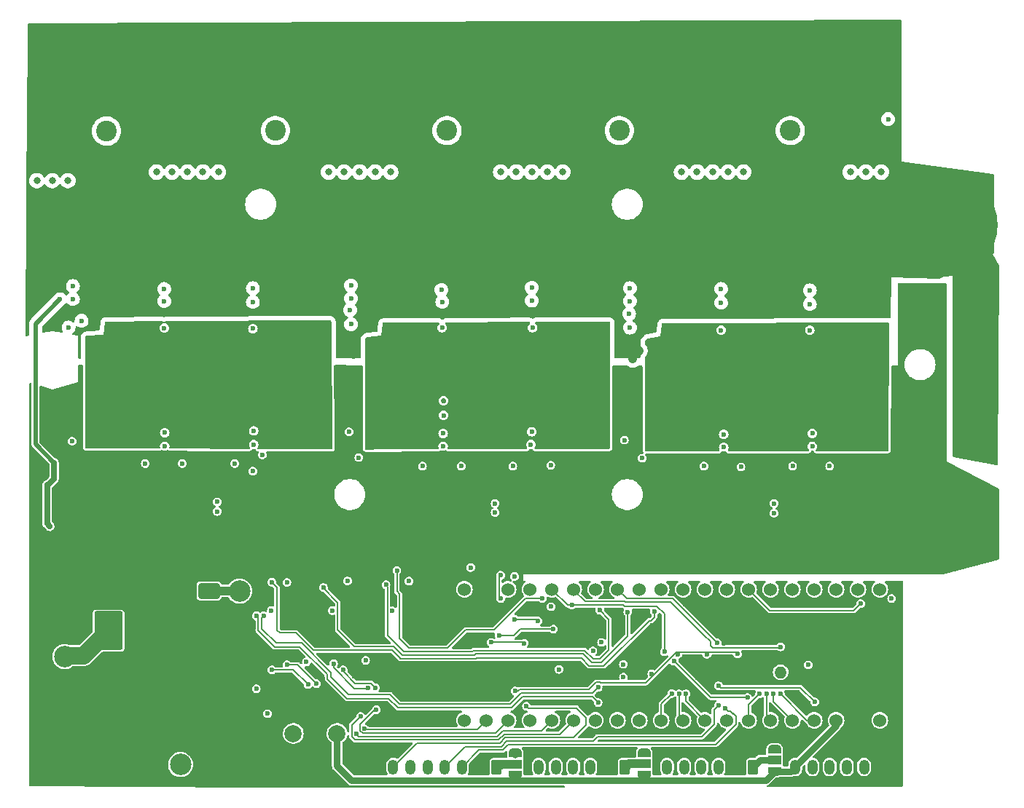
<source format=gbr>
%TF.GenerationSoftware,KiCad,Pcbnew,7.0.1-0*%
%TF.CreationDate,2023-10-26T13:37:28-04:00*%
%TF.ProjectId,MP2_DFN,4d50325f-4446-44e2-9e6b-696361645f70,rev?*%
%TF.SameCoordinates,Original*%
%TF.FileFunction,Copper,L4,Bot*%
%TF.FilePolarity,Positive*%
%FSLAX46Y46*%
G04 Gerber Fmt 4.6, Leading zero omitted, Abs format (unit mm)*
G04 Created by KiCad (PCBNEW 7.0.1-0) date 2023-10-26 13:37:28*
%MOMM*%
%LPD*%
G01*
G04 APERTURE LIST*
G04 Aperture macros list*
%AMRoundRect*
0 Rectangle with rounded corners*
0 $1 Rounding radius*
0 $2 $3 $4 $5 $6 $7 $8 $9 X,Y pos of 4 corners*
0 Add a 4 corners polygon primitive as box body*
4,1,4,$2,$3,$4,$5,$6,$7,$8,$9,$2,$3,0*
0 Add four circle primitives for the rounded corners*
1,1,$1+$1,$2,$3*
1,1,$1+$1,$4,$5*
1,1,$1+$1,$6,$7*
1,1,$1+$1,$8,$9*
0 Add four rect primitives between the rounded corners*
20,1,$1+$1,$2,$3,$4,$5,0*
20,1,$1+$1,$4,$5,$6,$7,0*
20,1,$1+$1,$6,$7,$8,$9,0*
20,1,$1+$1,$8,$9,$2,$3,0*%
%AMFreePoly0*
4,1,19,0.550000,-0.750000,0.000000,-0.750000,0.000000,-0.744911,-0.071157,-0.744911,-0.207708,-0.704816,-0.327430,-0.627875,-0.420627,-0.520320,-0.479746,-0.390866,-0.500000,-0.250000,-0.500000,0.250000,-0.479746,0.390866,-0.420627,0.520320,-0.327430,0.627875,-0.207708,0.704816,-0.071157,0.744911,0.000000,0.744911,0.000000,0.750000,0.550000,0.750000,0.550000,-0.750000,0.550000,-0.750000,
$1*%
%AMFreePoly1*
4,1,19,0.000000,0.744911,0.071157,0.744911,0.207708,0.704816,0.327430,0.627875,0.420627,0.520320,0.479746,0.390866,0.500000,0.250000,0.500000,-0.250000,0.479746,-0.390866,0.420627,-0.520320,0.327430,-0.627875,0.207708,-0.704816,0.071157,-0.744911,0.000000,-0.744911,0.000000,-0.750000,-0.550000,-0.750000,-0.550000,0.750000,0.000000,0.750000,0.000000,0.744911,0.000000,0.744911,
$1*%
G04 Aperture macros list end*
%TA.AperFunction,ComponentPad*%
%ADD10C,3.200000*%
%TD*%
%TA.AperFunction,ComponentPad*%
%ADD11C,0.800000*%
%TD*%
%TA.AperFunction,ComponentPad*%
%ADD12RoundRect,0.250000X0.350000X0.625000X-0.350000X0.625000X-0.350000X-0.625000X0.350000X-0.625000X0*%
%TD*%
%TA.AperFunction,ComponentPad*%
%ADD13O,1.200000X1.750000*%
%TD*%
%TA.AperFunction,ComponentPad*%
%ADD14C,3.000000*%
%TD*%
%TA.AperFunction,ComponentPad*%
%ADD15C,1.524000*%
%TD*%
%TA.AperFunction,ComponentPad*%
%ADD16C,1.400000*%
%TD*%
%TA.AperFunction,ComponentPad*%
%ADD17O,1.400000X1.400000*%
%TD*%
%TA.AperFunction,ComponentPad*%
%ADD18C,2.500000*%
%TD*%
%TA.AperFunction,SMDPad,CuDef*%
%ADD19FreePoly0,90.000000*%
%TD*%
%TA.AperFunction,SMDPad,CuDef*%
%ADD20R,1.500000X1.000000*%
%TD*%
%TA.AperFunction,SMDPad,CuDef*%
%ADD21FreePoly1,90.000000*%
%TD*%
%TA.AperFunction,SMDPad,CuDef*%
%ADD22RoundRect,0.250000X1.000000X0.650000X-1.000000X0.650000X-1.000000X-0.650000X1.000000X-0.650000X0*%
%TD*%
%TA.AperFunction,ComponentPad*%
%ADD23R,2.400000X2.400000*%
%TD*%
%TA.AperFunction,ComponentPad*%
%ADD24C,2.400000*%
%TD*%
%TA.AperFunction,ComponentPad*%
%ADD25C,2.000000*%
%TD*%
%TA.AperFunction,ComponentPad*%
%ADD26R,6.000000X4.000000*%
%TD*%
%TA.AperFunction,SMDPad,CuDef*%
%ADD27RoundRect,0.250000X1.400000X2.000000X-1.400000X2.000000X-1.400000X-2.000000X1.400000X-2.000000X0*%
%TD*%
%TA.AperFunction,ViaPad*%
%ADD28C,0.600000*%
%TD*%
%TA.AperFunction,ViaPad*%
%ADD29C,0.800000*%
%TD*%
%TA.AperFunction,ViaPad*%
%ADD30C,12.000000*%
%TD*%
%TA.AperFunction,Conductor*%
%ADD31C,0.700000*%
%TD*%
%TA.AperFunction,Conductor*%
%ADD32C,2.000000*%
%TD*%
%TA.AperFunction,Conductor*%
%ADD33C,0.500000*%
%TD*%
%TA.AperFunction,Conductor*%
%ADD34C,0.800000*%
%TD*%
%TA.AperFunction,Conductor*%
%ADD35C,0.200000*%
%TD*%
%TA.AperFunction,Conductor*%
%ADD36C,1.000000*%
%TD*%
G04 APERTURE END LIST*
D10*
%TO.P,TpGND2,1,1*%
%TO.N,GND*%
X130000000Y-92300000D03*
%TD*%
D11*
%TO.P,QA5,2*%
%TO.N,VBAT*%
X76699000Y-60403300D03*
X76699000Y-62153300D03*
X76699000Y-63903300D03*
X76699000Y-65653300D03*
X78699000Y-60403300D03*
X78699000Y-62153300D03*
X78699000Y-63903300D03*
X78699000Y-65653300D03*
X80699000Y-60403300D03*
X80699000Y-62153300D03*
X80699000Y-63903300D03*
X80699000Y-65653300D03*
X82699000Y-60403300D03*
X82699000Y-62153300D03*
X82699000Y-63903300D03*
X82699000Y-65653300D03*
%TD*%
%TO.P,QB3,2*%
%TO.N,VBAT*%
X98637500Y-60557200D03*
X98637500Y-62307200D03*
X98637500Y-64057200D03*
X98637500Y-65807200D03*
X100637500Y-60557200D03*
X100637500Y-62307200D03*
X100637500Y-64057200D03*
X100637500Y-65807200D03*
X102637500Y-60557200D03*
X102637500Y-62307200D03*
X102637500Y-64057200D03*
X102637500Y-65807200D03*
X104637500Y-60557200D03*
X104637500Y-62307200D03*
X104637500Y-64057200D03*
X104637500Y-65807200D03*
%TD*%
%TO.P,QC1,2*%
%TO.N,VBAT*%
X120726000Y-60677800D03*
X120726000Y-62427800D03*
X120726000Y-64177800D03*
X120726000Y-65927800D03*
X122726000Y-60677800D03*
X122726000Y-62427800D03*
X122726000Y-64177800D03*
X122726000Y-65927800D03*
X124726000Y-60677800D03*
X124726000Y-62427800D03*
X124726000Y-64177800D03*
X124726000Y-65927800D03*
X126726000Y-60677800D03*
X126726000Y-62427800D03*
X126726000Y-64177800D03*
X126726000Y-65927800D03*
%TD*%
%TO.P,QB1,2*%
%TO.N,VBAT*%
X88359300Y-60565000D03*
X88359300Y-62315000D03*
X88359300Y-64065000D03*
X88359300Y-65815000D03*
X90359300Y-60565000D03*
X90359300Y-62315000D03*
X90359300Y-64065000D03*
X90359300Y-65815000D03*
X92359300Y-60565000D03*
X92359300Y-62315000D03*
X92359300Y-64065000D03*
X92359300Y-65815000D03*
X94359300Y-60565000D03*
X94359300Y-62315000D03*
X94359300Y-64065000D03*
X94359300Y-65815000D03*
%TD*%
%TO.P,QC4,2*%
%TO.N,DV3H_N*%
X131202600Y-76666400D03*
X131202600Y-78416400D03*
X131202600Y-80166400D03*
X131202600Y-81916400D03*
X133202600Y-76666400D03*
X133202600Y-78416400D03*
X133202600Y-80166400D03*
X133202600Y-81916400D03*
X135202600Y-76666400D03*
X135202600Y-78416400D03*
X135202600Y-80166400D03*
X135202600Y-81916400D03*
X137202600Y-76666400D03*
X137202600Y-78416400D03*
X137202600Y-80166400D03*
X137202600Y-81916400D03*
%TD*%
D12*
%TO.P,J4,1,Pin_1*%
%TO.N,Net-(J4-Pin_1)*%
X117700000Y-119700000D03*
D13*
%TO.P,J4,2,Pin_2*%
%TO.N,GND*%
X115700000Y-119700000D03*
%TO.P,J4,3,Pin_3*%
%TO.N,PB6 D_UART1_TX I2C1_SCL TIM4_CH1*%
X113700000Y-119700000D03*
%TO.P,J4,4,Pin_4*%
%TO.N,PB5 MOSI TIM3 CH2*%
X111700000Y-119700000D03*
%TO.P,J4,5,Pin_5*%
%TO.N,PB4 MISO TIM3 CH1*%
X109700000Y-119700000D03*
%TO.P,J4,6,Pin_6*%
%TO.N,PB3 SCK TIM2CH2*%
X107700000Y-119700000D03*
%TD*%
D14*
%TO.P,TpGND4,1,1*%
%TO.N,GND*%
X72569000Y-106778260D03*
%TD*%
D11*
%TO.P,QA3,2*%
%TO.N,VBAT*%
X66377500Y-60403300D03*
X66377500Y-62153300D03*
X66377500Y-63903300D03*
X66377500Y-65653300D03*
X68377500Y-60403300D03*
X68377500Y-62153300D03*
X68377500Y-63903300D03*
X68377500Y-65653300D03*
X70377500Y-60403300D03*
X70377500Y-62153300D03*
X70377500Y-63903300D03*
X70377500Y-65653300D03*
X72377500Y-60403300D03*
X72377500Y-62153300D03*
X72377500Y-63903300D03*
X72377500Y-65653300D03*
%TD*%
%TO.P,QB4,2*%
%TO.N,DV2H_N*%
X98724400Y-76626500D03*
X98724400Y-78376500D03*
X98724400Y-80126500D03*
X98724400Y-81876500D03*
X100724400Y-76626500D03*
X100724400Y-78376500D03*
X100724400Y-80126500D03*
X100724400Y-81876500D03*
X102724400Y-76626500D03*
X102724400Y-78376500D03*
X102724400Y-80126500D03*
X102724400Y-81876500D03*
X104724400Y-76626500D03*
X104724400Y-78376500D03*
X104724400Y-80126500D03*
X104724400Y-81876500D03*
%TD*%
D10*
%TO.P,TpGND1,1,1*%
%TO.N,GND*%
X141000000Y-92300000D03*
%TD*%
D12*
%TO.P,J2,1,Pin_1*%
%TO.N,Net-(J2-Pin_1)*%
X132600000Y-119700000D03*
D13*
%TO.P,J2,2,Pin_2*%
%TO.N,GND*%
X130600000Y-119700000D03*
%TO.P,J2,3,Pin_3*%
%TO.N,PC10 SPI3 SCK UART4TX*%
X128600000Y-119700000D03*
%TO.P,J2,4,Pin_4*%
%TO.N,PC11 SPI3 MISO UART4RX*%
X126600000Y-119700000D03*
%TO.P,J2,5,Pin_5*%
%TO.N,PC12 SPI3 MOSI GPIO*%
X124600000Y-119700000D03*
%TO.P,J2,6,Pin_6*%
%TO.N,PB7 D_UART1_RX I2C1_SDA TIM4_CH2*%
X122600000Y-119700000D03*
%TD*%
D10*
%TO.P,TpVBAT3,1,1*%
%TO.N,VBAT*%
X107000000Y-57400000D03*
%TD*%
%TO.P,TpVBAT2,1,1*%
%TO.N,VBAT*%
X139600000Y-57400000D03*
%TD*%
D12*
%TO.P,J1,1,Pin_1*%
%TO.N,Net-(J1-Pin_1)*%
X102800000Y-119700000D03*
D13*
%TO.P,J1,2,Pin_2*%
%TO.N,GND*%
X100800000Y-119700000D03*
%TO.P,J1,3,Pin_3*%
%TO.N,Net-(J1-Pin_3)*%
X98800000Y-119700000D03*
%TO.P,J1,4,Pin_4*%
%TO.N,Net-(J1-Pin_4)*%
X96800000Y-119700000D03*
%TO.P,J1,5,Pin_5*%
%TO.N,UART3RX_I2C2SDA_ADC12-15*%
X94800000Y-119700000D03*
%TO.P,J1,6,Pin_6*%
%TO.N,UART3TX_I2C2SCL_ADC12-14*%
X92800000Y-119700000D03*
%TO.P,J1,7,Pin_7*%
%TO.N,PA5 ADC12-5 SPI1SCK TIM8CH1*%
X90800000Y-119700000D03*
%TD*%
D11*
%TO.P,QC3,2*%
%TO.N,VBAT*%
X131114600Y-60677800D03*
X131114600Y-62427800D03*
X131114600Y-64177800D03*
X131114600Y-65927800D03*
X133114600Y-60677800D03*
X133114600Y-62427800D03*
X133114600Y-64177800D03*
X133114600Y-65927800D03*
X135114600Y-60677800D03*
X135114600Y-62427800D03*
X135114600Y-64177800D03*
X135114600Y-65927800D03*
X137114600Y-60677800D03*
X137114600Y-62427800D03*
X137114600Y-64177800D03*
X137114600Y-65927800D03*
%TD*%
D10*
%TO.P,TpGND3,1,1*%
%TO.N,GND*%
X107500000Y-92300000D03*
%TD*%
%TO.P,TpGND7,1,1*%
%TO.N,GND*%
X97500000Y-92300000D03*
%TD*%
%TO.P,TpVBAT5,1,1*%
%TO.N,VBAT*%
X128800000Y-57400000D03*
%TD*%
D11*
%TO.P,QC5,2*%
%TO.N,VBAT*%
X141427000Y-60677800D03*
X141427000Y-62427800D03*
X141427000Y-64177800D03*
X141427000Y-65927800D03*
X143427000Y-60677800D03*
X143427000Y-62427800D03*
X143427000Y-64177800D03*
X143427000Y-65927800D03*
X145427000Y-60677800D03*
X145427000Y-62427800D03*
X145427000Y-64177800D03*
X145427000Y-65927800D03*
X147427000Y-60677800D03*
X147427000Y-62427800D03*
X147427000Y-64177800D03*
X147427000Y-65927800D03*
%TD*%
%TO.P,QA2,2*%
%TO.N,DV1H_N*%
X56003500Y-76405300D03*
X56003500Y-78155300D03*
X56003500Y-79905300D03*
X56003500Y-81655300D03*
X58003500Y-76405300D03*
X58003500Y-78155300D03*
X58003500Y-79905300D03*
X58003500Y-81655300D03*
X60003500Y-76405300D03*
X60003500Y-78155300D03*
X60003500Y-79905300D03*
X60003500Y-81655300D03*
X62003500Y-76405300D03*
X62003500Y-78155300D03*
X62003500Y-79905300D03*
X62003500Y-81655300D03*
%TD*%
D15*
%TO.P,U5,1,VBAT*%
%TO.N,unconnected-(U5-VBAT-Pad1)*%
X147329000Y-99028000D03*
%TO.P,U5,2,PC8*%
%TO.N,HALL_A*%
X144789000Y-99028000D03*
%TO.P,U5,3,PC7*%
%TO.N,HALL_B*%
X142249000Y-99028000D03*
%TO.P,U5,4,PC6*%
%TO.N,HALL_C*%
X139709000Y-99028000D03*
%TO.P,U5,5,NRST*%
%TO.N,Net-(U5-NRST)*%
X137169000Y-99028000D03*
%TO.P,U5,6,PA4*%
%TO.N,A_THROTTLE*%
X134629000Y-99028000D03*
%TO.P,U5,7,PC3*%
%TO.N,VSENSE*%
X132089000Y-99028000D03*
%TO.P,U5,8,PC0*%
%TO.N,A_SHA_AMP*%
X129549000Y-99028000D03*
%TO.P,U5,9,PC1*%
%TO.N,A_SHB_AMP*%
X127009000Y-99028000D03*
%TO.P,U5,10,PC2*%
%TO.N,A_SHC_AMP*%
X124469000Y-99028000D03*
%TO.P,U5,11,PA0*%
%TO.N,A_PHA_VSENSE*%
X121929000Y-99028000D03*
%TO.P,U5,12,PA1*%
%TO.N,A_PHB_VSENSE*%
X119389000Y-99028000D03*
%TO.P,U5,13,PA7*%
%TO.N,MOTOR_TEMP*%
X116849000Y-99028000D03*
%TO.P,U5,14,PA2*%
%TO.N,A_PHC_VSENSE*%
X114309000Y-99028000D03*
%TO.P,U5,15,PB1*%
%TO.N,FET_TEMP*%
X111769000Y-99028000D03*
%TO.P,U5,16,PA6*%
%TO.N,PA6 ADC12-6 SPI1MISO TIM13CH1*%
X109229000Y-99028000D03*
%TO.P,U5,17,PA5*%
%TO.N,Net-(U5-PA5)*%
X106689000Y-99028000D03*
%TO.P,U5,18,3V3*%
%TO.N,V3V3*%
X104149000Y-99028000D03*
%TO.P,U5,19,GND*%
%TO.N,GND*%
X101609000Y-99028000D03*
%TO.P,U5,20,NC*%
%TO.N,unconnected-(U5-NC-Pad20)*%
X99069000Y-99028000D03*
%TO.P,U5,21,PB12*%
%TO.N,A_OVERLIMIT*%
X99069000Y-114268000D03*
%TO.P,U5,22,PB13*%
%TO.N,_LIN_A*%
X101609000Y-114268000D03*
%TO.P,U5,23,PB14*%
%TO.N,_LIN_B*%
X104149000Y-114268000D03*
%TO.P,U5,24,PB15*%
%TO.N,_LIN_C*%
X106689000Y-114268000D03*
%TO.P,U5,25,PA8*%
%TO.N,_HIN_A*%
X109229000Y-114268000D03*
%TO.P,U5,26,PA9*%
%TO.N,_HIN_B*%
X111769000Y-114268000D03*
%TO.P,U5,27,PA10*%
%TO.N,_HIN_C*%
X114285395Y-114277993D03*
%TO.P,U5,28,DUAL1*%
%TO.N,Net-(U5-DUAL1)*%
X116849000Y-114268000D03*
%TO.P,U5,29,DUAL2*%
%TO.N,Net-(U5-DUAL2)*%
X119389000Y-114268000D03*
%TO.P,U5,30,PB3*%
%TO.N,Net-(RN2-R4.1)*%
X121929000Y-114268000D03*
%TO.P,U5,31,PB4*%
%TO.N,Net-(RN2-R3.1)*%
X124469000Y-114268000D03*
%TO.P,U5,32,PB5*%
%TO.N,Net-(RN2-R2.1)*%
X127009000Y-114268000D03*
%TO.P,U5,33,PB6*%
%TO.N,Net-(RN2-R1.1)*%
X129549000Y-114268000D03*
%TO.P,U5,34,PB7*%
%TO.N,Net-(RN3-R4.1)*%
X132089000Y-114268000D03*
%TO.P,U5,35,PC12*%
%TO.N,Net-(RN3-R3.1)*%
X134629000Y-114268000D03*
%TO.P,U5,36,PC11*%
%TO.N,Net-(RN3-R2.1)*%
X137169000Y-114268000D03*
%TO.P,U5,37,PC10*%
%TO.N,Net-(RN3-R1.1)*%
X139709000Y-114268000D03*
%TO.P,U5,38,5V*%
%TO.N,V5V*%
X142249000Y-114268000D03*
%TO.P,U5,39,GND*%
%TO.N,GND*%
X144789000Y-114268000D03*
%TO.P,U5,40,3V3*%
%TO.N,V3V3*%
X147329000Y-114268000D03*
%TD*%
D10*
%TO.P,TpGND6,1,1*%
%TO.N,GND*%
X75500000Y-92300000D03*
%TD*%
%TO.P,TpVBAT1,1,1*%
%TO.N,VBAT*%
X85852000Y-57404000D03*
%TD*%
D16*
%TO.P,NTC1,1,Pin_1*%
%TO.N,GND*%
X133914000Y-108678260D03*
D17*
%TO.P,NTC1,2,Pin_2*%
%TO.N,FET_TEMP*%
X135814000Y-108678260D03*
%TD*%
D11*
%TO.P,QA4,2*%
%TO.N,DV1H_N*%
X66377500Y-76405300D03*
X66377500Y-78155300D03*
X66377500Y-79905300D03*
X66377500Y-81655300D03*
X68377500Y-76405300D03*
X68377500Y-78155300D03*
X68377500Y-79905300D03*
X68377500Y-81655300D03*
X70377500Y-76405300D03*
X70377500Y-78155300D03*
X70377500Y-79905300D03*
X70377500Y-81655300D03*
X72377500Y-76405300D03*
X72377500Y-78155300D03*
X72377500Y-79905300D03*
X72377500Y-81655300D03*
%TD*%
%TO.P,QB5,2*%
%TO.N,VBAT*%
X109175600Y-60541400D03*
X109175600Y-62291400D03*
X109175600Y-64041400D03*
X109175600Y-65791400D03*
X111175600Y-60541400D03*
X111175600Y-62291400D03*
X111175600Y-64041400D03*
X111175600Y-65791400D03*
X113175600Y-60541400D03*
X113175600Y-62291400D03*
X113175600Y-64041400D03*
X113175600Y-65791400D03*
X115175600Y-60541400D03*
X115175600Y-62291400D03*
X115175600Y-64041400D03*
X115175600Y-65791400D03*
%TD*%
D10*
%TO.P,TpGND5,1,1*%
%TO.N,GND*%
X65500000Y-92300000D03*
%TD*%
D11*
%TO.P,QB6,2*%
%TO.N,DV2H_N*%
X109133700Y-76567000D03*
X109133700Y-78317000D03*
X109133700Y-80067000D03*
X109133700Y-81817000D03*
X111133700Y-76567000D03*
X111133700Y-78317000D03*
X111133700Y-80067000D03*
X111133700Y-81817000D03*
X113133700Y-76567000D03*
X113133700Y-78317000D03*
X113133700Y-80067000D03*
X113133700Y-81817000D03*
X115133700Y-76567000D03*
X115133700Y-78317000D03*
X115133700Y-80067000D03*
X115133700Y-81817000D03*
%TD*%
%TO.P,QA6,2*%
%TO.N,DV1H_N*%
X76831500Y-76405300D03*
X76831500Y-78155300D03*
X76831500Y-79905300D03*
X76831500Y-81655300D03*
X78831500Y-76405300D03*
X78831500Y-78155300D03*
X78831500Y-79905300D03*
X78831500Y-81655300D03*
X80831500Y-76405300D03*
X80831500Y-78155300D03*
X80831500Y-79905300D03*
X80831500Y-81655300D03*
X82831500Y-76405300D03*
X82831500Y-78155300D03*
X82831500Y-79905300D03*
X82831500Y-81655300D03*
%TD*%
%TO.P,QA1,2*%
%TO.N,VBAT*%
X56025000Y-60400000D03*
X56025000Y-62150000D03*
X56025000Y-63900000D03*
X56025000Y-65650000D03*
X58025000Y-60400000D03*
X58025000Y-62150000D03*
X58025000Y-63900000D03*
X58025000Y-65650000D03*
X60025000Y-60400000D03*
X60025000Y-62150000D03*
X60025000Y-63900000D03*
X60025000Y-65650000D03*
X62025000Y-60400000D03*
X62025000Y-62150000D03*
X62025000Y-63900000D03*
X62025000Y-65650000D03*
%TD*%
%TO.P,QB2,2*%
%TO.N,DV2H_N*%
X88296800Y-76567000D03*
X88296800Y-78317000D03*
X88296800Y-80067000D03*
X88296800Y-81817000D03*
X90296800Y-76567000D03*
X90296800Y-78317000D03*
X90296800Y-80067000D03*
X90296800Y-81817000D03*
X92296800Y-76567000D03*
X92296800Y-78317000D03*
X92296800Y-80067000D03*
X92296800Y-81817000D03*
X94296800Y-76567000D03*
X94296800Y-78317000D03*
X94296800Y-80067000D03*
X94296800Y-81817000D03*
%TD*%
%TO.P,QC2,2*%
%TO.N,DV3H_N*%
X120825800Y-76666400D03*
X120825800Y-78416400D03*
X120825800Y-80166400D03*
X120825800Y-81916400D03*
X122825800Y-76666400D03*
X122825800Y-78416400D03*
X122825800Y-80166400D03*
X122825800Y-81916400D03*
X124825800Y-76666400D03*
X124825800Y-78416400D03*
X124825800Y-80166400D03*
X124825800Y-81916400D03*
X126825800Y-76666400D03*
X126825800Y-78416400D03*
X126825800Y-80166400D03*
X126825800Y-81916400D03*
%TD*%
D12*
%TO.P,J3,1,Pin_1*%
%TO.N,GND*%
X147500000Y-119700000D03*
D13*
%TO.P,J3,2,Pin_2*%
%TO.N,Net-(J3-Pin_2)*%
X145500000Y-119700000D03*
%TO.P,J3,3,Pin_3*%
%TO.N,Net-(J3-Pin_3)*%
X143500000Y-119700000D03*
%TO.P,J3,4,Pin_4*%
%TO.N,Net-(J3-Pin_4)*%
X141500000Y-119700000D03*
%TO.P,J3,5,Pin_5*%
%TO.N,Net-(J3-Pin_5)*%
X139500000Y-119700000D03*
%TO.P,J3,6,Pin_6*%
%TO.N,V5V*%
X137500000Y-119700000D03*
%TD*%
D10*
%TO.P,TpVBAT4,1,1*%
%TO.N,VBAT*%
X64200000Y-57404000D03*
%TD*%
D11*
%TO.P,QC6,2*%
%TO.N,DV3H_N*%
X141508000Y-76666400D03*
X141508000Y-78416400D03*
X141508000Y-80166400D03*
X141508000Y-81916400D03*
X143508000Y-76666400D03*
X143508000Y-78416400D03*
X143508000Y-80166400D03*
X143508000Y-81916400D03*
X145508000Y-76666400D03*
X145508000Y-78416400D03*
X145508000Y-80166400D03*
X145508000Y-81916400D03*
X147508000Y-76666400D03*
X147508000Y-78416400D03*
X147508000Y-80166400D03*
X147508000Y-81916400D03*
%TD*%
D18*
%TO.P,Tp12V1,1,1*%
%TO.N,V12V_safe*%
X66100000Y-119400000D03*
%TD*%
D19*
%TO.P,JP1,1,A*%
%TO.N,V5V*%
X135100000Y-120200000D03*
D20*
%TO.P,JP1,2,C*%
%TO.N,Net-(J2-Pin_1)*%
X135100000Y-118900000D03*
D21*
%TO.P,JP1,3,B*%
%TO.N,V3V3*%
X135100000Y-117600000D03*
%TD*%
D18*
%TO.P,U6,1,VIN*%
%TO.N,Net-(D8-A1)*%
X52640000Y-106860000D03*
%TO.P,U6,2,GND_IN*%
%TO.N,GND*%
X52640000Y-111940000D03*
%TO.P,U6,3,GND_OUT*%
X72960000Y-119560000D03*
%TO.P,U6,4,VOUT*%
%TO.N,V12V_safe*%
X72960000Y-99240000D03*
%TD*%
D22*
%TO.P,D10,1,A1*%
%TO.N,V12V_safe*%
X69400000Y-99200000D03*
%TO.P,D10,2,A2*%
%TO.N,GND*%
X65400000Y-99200000D03*
%TD*%
D23*
%TO.P,CR2,1*%
%TO.N,VBAT*%
X77125000Y-38172220D03*
D24*
%TO.P,CR2,2*%
%TO.N,GND*%
X77125000Y-45672220D03*
%TD*%
D25*
%TO.P,U7,1,VIN*%
%TO.N,V12V_safe*%
X79200000Y-115800000D03*
%TO.P,U7,2,GND*%
%TO.N,GND*%
X81740000Y-115800000D03*
%TO.P,U7,3,VOUT*%
%TO.N,V5V*%
X84280000Y-115800000D03*
%TD*%
D26*
%TO.P,PHA_1,1,1*%
%TO.N,DV1H_N*%
X60000000Y-72500000D03*
%TD*%
%TO.P,PHB_2,1,1*%
%TO.N,DV2H_N*%
X112000000Y-72500000D03*
%TD*%
D23*
%TO.P,CR4,1*%
%TO.N,VBAT*%
X117075000Y-38172220D03*
D24*
%TO.P,CR4,2*%
%TO.N,GND*%
X117075000Y-45672220D03*
%TD*%
D26*
%TO.P,PHC_2,1,1*%
%TO.N,DV3H_N*%
X144000000Y-72500000D03*
%TD*%
%TO.P,PHC_1,1,1*%
%TO.N,DV3H_N*%
X124000000Y-72500000D03*
%TD*%
D19*
%TO.P,JP3,1,A*%
%TO.N,V5V*%
X119950000Y-120625000D03*
D20*
%TO.P,JP3,2,C*%
%TO.N,Net-(J4-Pin_1)*%
X119950000Y-119325000D03*
D21*
%TO.P,JP3,3,B*%
%TO.N,V3V3*%
X119950000Y-118025000D03*
%TD*%
D26*
%TO.P,PHB_1,1,1*%
%TO.N,DV2H_N*%
X92000000Y-72500000D03*
%TD*%
%TO.P,PHA_2,1,1*%
%TO.N,DV1H_N*%
X80000000Y-72500000D03*
%TD*%
D23*
%TO.P,CR5,1*%
%TO.N,VBAT*%
X136925000Y-38172220D03*
D24*
%TO.P,CR5,2*%
%TO.N,GND*%
X136925000Y-45672220D03*
%TD*%
D23*
%TO.P,CR1,1*%
%TO.N,VBAT*%
X57500000Y-38225000D03*
D24*
%TO.P,CR1,2*%
%TO.N,GND*%
X57500000Y-45725000D03*
%TD*%
D27*
%TO.P,D8,1,A1*%
%TO.N,Net-(D8-A1)*%
X57725000Y-103850000D03*
%TO.P,D8,2,A2*%
%TO.N,GND*%
X57725000Y-112650000D03*
%TD*%
D23*
%TO.P,CR3,1*%
%TO.N,VBAT*%
X97050000Y-38172220D03*
D24*
%TO.P,CR3,2*%
%TO.N,GND*%
X97050000Y-45672220D03*
%TD*%
D19*
%TO.P,JP2,1,A*%
%TO.N,V5V*%
X104975000Y-120650000D03*
D20*
%TO.P,JP2,2,C*%
%TO.N,Net-(J1-Pin_1)*%
X104975000Y-119350000D03*
D21*
%TO.P,JP2,3,B*%
%TO.N,V3V3*%
X104975000Y-118050000D03*
%TD*%
D28*
%TO.N,V12V*%
X76200000Y-113500000D03*
X74900000Y-110600000D03*
%TO.N,Net-(D8-A1)*%
X50908000Y-91699100D03*
X51391000Y-84300000D03*
X52100000Y-65287500D03*
%TO.N,V3V3*%
X110050000Y-108350000D03*
D29*
X104950000Y-118250498D03*
X135400000Y-117600000D03*
D28*
X117550000Y-109250000D03*
X139019000Y-107828260D03*
D29*
X119950000Y-118025000D03*
D28*
X117550000Y-107750000D03*
%TO.N,A_SHA_V+*%
X114600000Y-110450000D03*
X75750000Y-102100000D03*
X70365500Y-88861800D03*
%TO.N,GND*%
X138100000Y-100700000D03*
X130825000Y-116025000D03*
D29*
X150396000Y-67088000D03*
D28*
X122598907Y-110570775D03*
D29*
X58561200Y-96000000D03*
X120000000Y-96012000D03*
X56561200Y-96000000D03*
X63300000Y-50500000D03*
X93000000Y-92000000D03*
X58561200Y-92000000D03*
X145300000Y-91900000D03*
X114000000Y-96012000D03*
X118000000Y-96012000D03*
X60561200Y-96000000D03*
D28*
X58150000Y-117075000D03*
X123075000Y-109500000D03*
D29*
X81800000Y-96000000D03*
D28*
X137750000Y-111600000D03*
D29*
X124300000Y-50500000D03*
D28*
X148600000Y-107550000D03*
X144050000Y-107550000D03*
D29*
X93000000Y-94000000D03*
X137750000Y-94000000D03*
X127900000Y-50500000D03*
X106900000Y-50500000D03*
D28*
X99825000Y-108675000D03*
X73300000Y-109900000D03*
X86100000Y-107000000D03*
D29*
X152146000Y-67088000D03*
X51204800Y-51500000D03*
D28*
X137150000Y-103500000D03*
D29*
X124000000Y-96012000D03*
X145750000Y-96000000D03*
X128000000Y-96012000D03*
X66561200Y-96000000D03*
D28*
X89050000Y-118800000D03*
X67900000Y-103100000D03*
D29*
X88700000Y-50500000D03*
X143900000Y-50500000D03*
X150396000Y-65088000D03*
D28*
X61150000Y-117025000D03*
X145600000Y-107550000D03*
D29*
X121000000Y-94000000D03*
X141750000Y-96000000D03*
D28*
X120400000Y-105000000D03*
X144400000Y-102375000D03*
D29*
X79725000Y-89950000D03*
X151158000Y-83972400D03*
X70561200Y-94000000D03*
X68561200Y-96000000D03*
X152050000Y-80350000D03*
X90805000Y-92107000D03*
X103300000Y-50500000D03*
D28*
X96600500Y-103975000D03*
D29*
X65100000Y-50500000D03*
X145700000Y-50500000D03*
X154479000Y-63877000D03*
X62561200Y-96000000D03*
X68700000Y-50500000D03*
D28*
X62100000Y-110300000D03*
D29*
X87000000Y-92000000D03*
D28*
X72069000Y-112228260D03*
D29*
X108700000Y-50500000D03*
X150300000Y-78350000D03*
D28*
X88900000Y-104500000D03*
X98800000Y-109950000D03*
X105350000Y-113350000D03*
X82610000Y-109385000D03*
D29*
X135000000Y-94000000D03*
X152146000Y-69088000D03*
D28*
X129089325Y-104770440D03*
D29*
X64561200Y-96000000D03*
X123000000Y-94000000D03*
D28*
X56700000Y-108475000D03*
X80350000Y-110875000D03*
X73300000Y-111500000D03*
D29*
X90500000Y-50500000D03*
D28*
X147050000Y-107550000D03*
X68000000Y-115850000D03*
X76700000Y-116800000D03*
X130919000Y-107478260D03*
X134800000Y-104500000D03*
X89100000Y-117250000D03*
D29*
X135000000Y-92000000D03*
D28*
X65375000Y-112400000D03*
D29*
X83300000Y-50500000D03*
D28*
X128100000Y-100850000D03*
X82100000Y-104500000D03*
X140950000Y-107850000D03*
D29*
X116000000Y-96012000D03*
X90840000Y-114200000D03*
X154524000Y-69178000D03*
D28*
X69700000Y-117550000D03*
D29*
X115000000Y-94000000D03*
X150396000Y-69088000D03*
X81000000Y-90000000D03*
X95000000Y-94000000D03*
D28*
X93500000Y-107700000D03*
D29*
X58561200Y-94000000D03*
X84900000Y-73716400D03*
X145750000Y-94000000D03*
D28*
X52480000Y-76500000D03*
X131500000Y-100750000D03*
X138600000Y-104700000D03*
X118600000Y-109100000D03*
D29*
X117000000Y-94000000D03*
D28*
X54850000Y-102225000D03*
D29*
X127000000Y-94000000D03*
D28*
X107000000Y-107649500D03*
X140300000Y-100500000D03*
D29*
X80264000Y-96012000D03*
D28*
X54300000Y-100550000D03*
X61419000Y-100978260D03*
X99250500Y-105675000D03*
D29*
X81800000Y-94000000D03*
D28*
X143000000Y-102800000D03*
X118950000Y-105400000D03*
X59325000Y-108625000D03*
D29*
X56561200Y-94000000D03*
X154082000Y-81426000D03*
D28*
X96350000Y-105175000D03*
X116875000Y-102725000D03*
D29*
X85000000Y-92000000D03*
D28*
X124250000Y-109550498D03*
X137160000Y-115750000D03*
X111850000Y-107925000D03*
X124750000Y-107350000D03*
X56900000Y-99625000D03*
X120500000Y-102074500D03*
D29*
X154524000Y-67400000D03*
D28*
X139817023Y-112926319D03*
D29*
X126100000Y-50500000D03*
X152050000Y-76350000D03*
D28*
X54300000Y-75430000D03*
D29*
X110500000Y-50500000D03*
X85000000Y-96000000D03*
D28*
X98100000Y-107900000D03*
D29*
X108204000Y-96012000D03*
X110000000Y-96012000D03*
X154082000Y-77426000D03*
D28*
X78930000Y-109865000D03*
X96650000Y-77100000D03*
D29*
X53004800Y-51500000D03*
D28*
X100857789Y-103076987D03*
D29*
X113000000Y-94000000D03*
X86900000Y-50500000D03*
D28*
X148650000Y-103450000D03*
X136559958Y-111061687D03*
X77400000Y-109800000D03*
X53669000Y-120878260D03*
X71000000Y-115600000D03*
D29*
X86525000Y-73675000D03*
D28*
X121100000Y-107900000D03*
X105400000Y-109800000D03*
D29*
X95000000Y-92000000D03*
D28*
X144800000Y-115600000D03*
D29*
X143750000Y-96000000D03*
X139750000Y-96000000D03*
D28*
X128150000Y-116000000D03*
X74475000Y-121225000D03*
D29*
X122000000Y-96012000D03*
X152908000Y-83972400D03*
D28*
X142300000Y-100600000D03*
D29*
X70500000Y-50500000D03*
X60561200Y-92000000D03*
X93000000Y-96000000D03*
X77216000Y-94488000D03*
X117375000Y-92075000D03*
X152050000Y-82350000D03*
D28*
X53670000Y-76480000D03*
D29*
X81000000Y-92000000D03*
X130000000Y-96012000D03*
X117887100Y-74260500D03*
X111000000Y-94000000D03*
X150300000Y-76350000D03*
D28*
X97225000Y-113650000D03*
X135450000Y-102700000D03*
D29*
X150300000Y-80350000D03*
X119411100Y-74260500D03*
D28*
X120650000Y-113350000D03*
X86275000Y-109150000D03*
X147150000Y-103450000D03*
D29*
X62561200Y-94000000D03*
X86614000Y-75438000D03*
X125000000Y-92000000D03*
X76400000Y-96000000D03*
D28*
X113600000Y-102900000D03*
D29*
X143750000Y-94000000D03*
X133000000Y-94000000D03*
X66900000Y-50500000D03*
D28*
X66800000Y-107275000D03*
D29*
X119175000Y-75275000D03*
X137750000Y-92000000D03*
X126000000Y-96012000D03*
D30*
X155000000Y-91000000D03*
D29*
X104089200Y-93707200D03*
D28*
X124723911Y-100726089D03*
D29*
X129700000Y-50500000D03*
D28*
X119125000Y-102225000D03*
D29*
X152146000Y-65088000D03*
D28*
X145650000Y-103450000D03*
D29*
X89400000Y-114200000D03*
D28*
X93700000Y-109525000D03*
X105100000Y-108200000D03*
D29*
X152050000Y-78350000D03*
X80264000Y-94012000D03*
X68561200Y-94000000D03*
D28*
X55500000Y-116150000D03*
X137819000Y-121278260D03*
D29*
X154082000Y-79426000D03*
X56561200Y-92000000D03*
D28*
X61969000Y-105928260D03*
X66050000Y-117025000D03*
D29*
X85000000Y-94000000D03*
D28*
X80000000Y-117300000D03*
X98600000Y-103500000D03*
X147350000Y-115650000D03*
X112626089Y-107873911D03*
D29*
X70561200Y-96000000D03*
X132000000Y-96012000D03*
D28*
X62425000Y-113900000D03*
D29*
X90805000Y-94107000D03*
X72644000Y-96012000D03*
X112000000Y-96012000D03*
D28*
X107100000Y-109900000D03*
X113269000Y-99778260D03*
X114642844Y-111254978D03*
D29*
X60561200Y-94000000D03*
D28*
X142675000Y-107975000D03*
X139650000Y-115700000D03*
X126172012Y-109274190D03*
D29*
X119000000Y-94000000D03*
X87000000Y-94000000D03*
D28*
X67500000Y-99275000D03*
D29*
X147500000Y-50500000D03*
D28*
X115600000Y-99750000D03*
X132750000Y-103675000D03*
D29*
X105100000Y-50500000D03*
D28*
X79300000Y-107100000D03*
D29*
X137750000Y-96000000D03*
X115000000Y-92000000D03*
X131500000Y-50500000D03*
D28*
X52650000Y-99475000D03*
D29*
X112700000Y-91800000D03*
X85100000Y-50500000D03*
X117887100Y-75276500D03*
D28*
X111400000Y-103100000D03*
D29*
X75216000Y-94488000D03*
D28*
X94193936Y-114730271D03*
X147869000Y-109928260D03*
X110550000Y-113450000D03*
D29*
X154479000Y-65655000D03*
X85598000Y-75438000D03*
X135001000Y-96012000D03*
X104089200Y-95707200D03*
D28*
X121250000Y-111400000D03*
X89650000Y-109675000D03*
D29*
X120200000Y-92050000D03*
X49404800Y-51500000D03*
X125000000Y-94000000D03*
D28*
X127850000Y-109175000D03*
X64050000Y-103050000D03*
D29*
X150300000Y-82350000D03*
D28*
X126729690Y-107207028D03*
X142550000Y-116328260D03*
D29*
X95000000Y-96000000D03*
D28*
X76050000Y-110925000D03*
%TO.N,A_SHA_V-*%
X114600000Y-112200000D03*
X70365500Y-89979300D03*
X74900000Y-102100000D03*
%TO.N,Net-(D4-K)*%
X104950000Y-110849500D03*
X123850000Y-106600000D03*
X130800000Y-106550000D03*
X120850000Y-108850000D03*
X127250000Y-106600000D03*
%TO.N,A_SHB_V+*%
X103300000Y-100100000D03*
X115000000Y-105200000D03*
X102641100Y-89045100D03*
X103286500Y-97400000D03*
%TO.N,A_SHC_V+*%
X135050000Y-89050000D03*
X104902000Y-97536000D03*
%TO.N,A_SHB_V-*%
X114000000Y-106200000D03*
X102641100Y-90086500D03*
%TO.N,A_SHC_V-*%
X109150000Y-101050000D03*
X135050800Y-90173900D03*
D29*
%TO.N,VBAT*%
X157988000Y-62992000D03*
D28*
X137100000Y-54800000D03*
X66400000Y-58800000D03*
D29*
X158800000Y-79600000D03*
D28*
X78800000Y-52800000D03*
X104600000Y-54800000D03*
X82800000Y-52800000D03*
X143400000Y-52800000D03*
X72400000Y-56800000D03*
X92400000Y-58800000D03*
D29*
X157318000Y-69178000D03*
D28*
X62000000Y-56800000D03*
X90400000Y-52800000D03*
X122700000Y-52800000D03*
D29*
X86150000Y-71725000D03*
D28*
X60000000Y-58800000D03*
X141400000Y-58800000D03*
X145400000Y-56800000D03*
X104600000Y-58800000D03*
X143400000Y-58800000D03*
X90400000Y-54800000D03*
X111200000Y-56800000D03*
D29*
X157988000Y-70612000D03*
D28*
X66400000Y-52800000D03*
X133100000Y-58800000D03*
X72400000Y-52800000D03*
X68400000Y-52800000D03*
X115200000Y-56800000D03*
D29*
X119375000Y-71275000D03*
D28*
X135100000Y-52800000D03*
X126700000Y-54800000D03*
X124700000Y-54800000D03*
X126700000Y-58800000D03*
X115200000Y-52800000D03*
X137100000Y-58800000D03*
X113200000Y-56800000D03*
X131100000Y-52800000D03*
X111200000Y-52800000D03*
X120700000Y-54800000D03*
D29*
X157000000Y-77022000D03*
D28*
X100600000Y-52800000D03*
X90400000Y-56800000D03*
D29*
X157318000Y-67400000D03*
D28*
X124700000Y-56800000D03*
X58000000Y-52800000D03*
X72400000Y-58800000D03*
X120700000Y-52800000D03*
X62000000Y-58800000D03*
D29*
X160528000Y-68072000D03*
D28*
X122700000Y-56800000D03*
X78800000Y-58800000D03*
X88400000Y-52800000D03*
D29*
X85025000Y-70550000D03*
D28*
X133100000Y-52800000D03*
X72400000Y-54800000D03*
D29*
X160528000Y-73152000D03*
D28*
X109200000Y-54800000D03*
X141400000Y-54800000D03*
X122700000Y-58800000D03*
X76800000Y-51700000D03*
X131100000Y-54800000D03*
X98600000Y-56800000D03*
X102600000Y-58800000D03*
X113200000Y-52800000D03*
X131100000Y-56800000D03*
X88400000Y-54800000D03*
X126700000Y-56800000D03*
X56000000Y-54800000D03*
X109200000Y-56800000D03*
X126700000Y-52800000D03*
D29*
X157400000Y-66200000D03*
D28*
X94400000Y-54800000D03*
X66400000Y-54800000D03*
X90400000Y-58800000D03*
X80800000Y-56800000D03*
X78800000Y-56800000D03*
X135100000Y-54800000D03*
X124700000Y-52800000D03*
X62000000Y-54800000D03*
D29*
X118575000Y-70300000D03*
D28*
X70400000Y-56800000D03*
X109200000Y-52800000D03*
X100600000Y-58800000D03*
X88400000Y-58800000D03*
X94400000Y-58800000D03*
X111200000Y-58800000D03*
X68400000Y-58800000D03*
X92400000Y-56800000D03*
X60000000Y-52800000D03*
X111200000Y-54800000D03*
X94400000Y-56800000D03*
X98600000Y-58800000D03*
D29*
X160528000Y-78232000D03*
D28*
X113200000Y-58800000D03*
X82800000Y-54800000D03*
D29*
X157988000Y-73152000D03*
X158800000Y-77060000D03*
D28*
X60000000Y-54800000D03*
X137100000Y-52800000D03*
X68400000Y-54800000D03*
X92400000Y-54800000D03*
X100600000Y-54800000D03*
X94400000Y-52800000D03*
D29*
X157400000Y-64004000D03*
D28*
X70400000Y-52800000D03*
X66400000Y-56800000D03*
X56000000Y-56800000D03*
X102600000Y-54800000D03*
X98600000Y-54800000D03*
X58000000Y-56800000D03*
X68400000Y-56800000D03*
D29*
X160528000Y-83312000D03*
D28*
X80800000Y-52800000D03*
X109200000Y-58800000D03*
X92400000Y-52800000D03*
X78800000Y-54800000D03*
X124700000Y-58800000D03*
X145400000Y-58800000D03*
X131100000Y-58800000D03*
X58000000Y-58800000D03*
X70400000Y-58800000D03*
D29*
X160528000Y-65532000D03*
D28*
X88400000Y-56800000D03*
X133100000Y-56800000D03*
D29*
X86100000Y-69775000D03*
D28*
X145400000Y-52800000D03*
X133100000Y-54800000D03*
X143400000Y-54800000D03*
X102600000Y-56800000D03*
X80800000Y-58800000D03*
D29*
X157000000Y-78800000D03*
D28*
X135100000Y-58800000D03*
D30*
X155000000Y-56650000D03*
D29*
X160528000Y-80772000D03*
D28*
X102600000Y-52800000D03*
X100600000Y-56800000D03*
X76800000Y-56800000D03*
D29*
X160528000Y-62992000D03*
D28*
X137100000Y-56800000D03*
D29*
X157988000Y-83312000D03*
D28*
X76800000Y-58800000D03*
X80800000Y-54800000D03*
X58000000Y-54800000D03*
X82800000Y-56800000D03*
D29*
X160528000Y-70612000D03*
X118625000Y-72250000D03*
D28*
X60000000Y-56800000D03*
X145400000Y-54800000D03*
X120700000Y-58800000D03*
X98600000Y-52800000D03*
X56000000Y-58800000D03*
X122700000Y-54800000D03*
X115200000Y-58800000D03*
X82800000Y-58800000D03*
D29*
X157000000Y-82356000D03*
D28*
X104600000Y-52800000D03*
X135100000Y-56800000D03*
D29*
X157000000Y-80578000D03*
D28*
X143400000Y-56800000D03*
X115200000Y-54800000D03*
X113200000Y-54800000D03*
X141400000Y-52800000D03*
X56000000Y-52800000D03*
X62000000Y-52800000D03*
X120700000Y-56800000D03*
D29*
X160528000Y-75692000D03*
D28*
X104600000Y-56800000D03*
X70400000Y-54800000D03*
%TO.N,Net-(J1-Pin_3)*%
X129369000Y-112878260D03*
%TO.N,Net-(J1-Pin_4)*%
X128599500Y-112523264D03*
%TO.N,A_PHA_VSENSE*%
X121150000Y-101600000D03*
X76687500Y-98200000D03*
%TO.N,FET_TEMP*%
X108100000Y-100090260D03*
X96650000Y-78800000D03*
X135825000Y-105725500D03*
X91225000Y-96850000D03*
%TO.N,A_PHB_VSENSE*%
X118050000Y-101650000D03*
X82687500Y-98812500D03*
%TO.N,A_PHC_VSENSE*%
X89975000Y-98500000D03*
X114800000Y-101450000D03*
%TO.N,LIN_A*%
X81900000Y-110000000D03*
X78454500Y-107800500D03*
%TO.N,LIN_B*%
X88725000Y-110475000D03*
X84990000Y-108400000D03*
%TO.N,HIN_A*%
X76714000Y-108400000D03*
X80900000Y-110100000D03*
%TO.N,HIN_B*%
X87900000Y-110500000D03*
X83875000Y-107675000D03*
%TO.N,Net-(R32-Pad2)*%
X109425000Y-103650500D03*
X103100000Y-104400000D03*
%TO.N,MOTOR_TEMP*%
X139769000Y-112128260D03*
X128450000Y-105250511D03*
X128599500Y-110238992D03*
%TO.N,Net-(U4C-+)*%
X104910421Y-102499500D03*
X107625000Y-102725000D03*
%TO.N,Net-(U4C--)*%
X102200000Y-105200000D03*
X106000000Y-105300000D03*
%TO.N,Net-(RN2-R2.1)*%
X124796768Y-111173384D03*
%TO.N,Net-(RN2-R3.1)*%
X123996656Y-111173606D03*
%TO.N,Net-(RN2-R4.1)*%
X123150000Y-111150000D03*
%TO.N,VSENSE*%
X148291600Y-44349000D03*
X148700000Y-100100000D03*
X145100000Y-100700000D03*
%TO.N,DVRL1*%
X75600000Y-83400000D03*
X80716989Y-107483011D03*
%TO.N,DVRL2*%
X87600000Y-107300000D03*
X86800000Y-83700000D03*
%TO.N,Net-(CGS1-Pad2)*%
X53086000Y-68580000D03*
X53594000Y-63754000D03*
%TO.N,Net-(CGS2-Pad2)*%
X64200000Y-65500000D03*
X64205000Y-68633800D03*
%TO.N,Net-(RN3-R1.1)*%
X135769000Y-111178260D03*
%TO.N,Net-(RN3-R2.1)*%
X134969000Y-111178260D03*
%TO.N,Net-(RN3-R3.1)*%
X134169000Y-111178260D03*
%TO.N,Net-(RN3-R4.1)*%
X133369000Y-111178260D03*
%TO.N,Net-(CGS3-Pad2)*%
X74500000Y-68700000D03*
X74500000Y-65600000D03*
%TO.N,Net-(CGS4-Pad2)*%
X85900000Y-65200000D03*
X85900000Y-68200000D03*
%TO.N,Net-(CGS5-Pad2)*%
X96500000Y-68600000D03*
X96500000Y-65600000D03*
%TO.N,Net-(CGS6-Pad2)*%
X107000000Y-68600000D03*
X106900000Y-65450000D03*
%TO.N,Net-(CGS7-Pad2)*%
X118300000Y-68600000D03*
X118300000Y-65500000D03*
%TO.N,_HIN_A*%
X86500000Y-115850000D03*
%TO.N,_LIN_A*%
X87475000Y-115275000D03*
%TO.N,_HIN_B*%
X87000000Y-113800000D03*
%TO.N,_LIN_B*%
X88850000Y-113025000D03*
%TO.N,Net-(CGS8-Pad2)*%
X128900000Y-65700000D03*
X128900000Y-68900000D03*
%TO.N,Net-(CGS9-Pad2)*%
X139200000Y-65850000D03*
X139200000Y-68900000D03*
%TO.N,DVRL3*%
X99800000Y-96500000D03*
X119730000Y-83780000D03*
%TO.N,Net-(CGS10-Pad2)*%
X64262000Y-80800000D03*
X72400000Y-84400000D03*
X74600000Y-80600000D03*
X62000000Y-84400000D03*
%TO.N,Net-(CGS11-Pad1)*%
X66300000Y-84400000D03*
X64262000Y-82400000D03*
%TO.N,Net-(CGS12-Pad1)*%
X74600000Y-82200000D03*
X74500000Y-85300000D03*
%TO.N,Net-(CGS13-Pad2)*%
X106800000Y-82200000D03*
X96600000Y-82400000D03*
X104700000Y-84700000D03*
X94200000Y-84700000D03*
%TO.N,Net-(CGS14-Pad1)*%
X98700000Y-84700000D03*
X96600000Y-80900000D03*
%TO.N,Net-(CGS15-Pad1)*%
X109100000Y-84600000D03*
X106900000Y-80700000D03*
%TO.N,Net-(CGS16-Pad2)*%
X129200000Y-81000000D03*
X139500000Y-80900000D03*
X126900000Y-84700000D03*
X137200000Y-84700000D03*
%TO.N,Net-(CGS17-Pad1)*%
X129200000Y-82500000D03*
X131200000Y-84800000D03*
%TO.N,Net-(CGS18-Pad1)*%
X139500000Y-82400000D03*
X141500000Y-84700000D03*
%TO.N,DV1H_N*%
X58003500Y-68473300D03*
D29*
X64262000Y-76200000D03*
D28*
X53500000Y-81800000D03*
X53594000Y-65278000D03*
D29*
X64262000Y-77978000D03*
D28*
X72300000Y-68500000D03*
X62003500Y-68469300D03*
D29*
X74750000Y-76100000D03*
D28*
X74500000Y-64000000D03*
X78450000Y-98225000D03*
D29*
X74750000Y-78100000D03*
D28*
X64200000Y-64100000D03*
%TO.N,DV2H_N*%
X85670000Y-80702500D03*
X94400000Y-68600000D03*
D29*
X106900000Y-78100000D03*
D28*
X85500000Y-98050000D03*
X85900000Y-63700000D03*
X90400000Y-68600000D03*
D29*
X106900000Y-76100000D03*
D28*
X104700000Y-68700000D03*
X106900000Y-63950000D03*
X96400000Y-64200000D03*
%TO.N,DV3H_N*%
X143400000Y-68800000D03*
X117650000Y-81675000D03*
D29*
X139350000Y-76250000D03*
D28*
X128900000Y-64100000D03*
D29*
X139350000Y-78250000D03*
D28*
X122700000Y-68800000D03*
X92625000Y-98075000D03*
X126800000Y-68700000D03*
X139200000Y-64250000D03*
D29*
X129100000Y-78300000D03*
X129100000Y-76300000D03*
D28*
X118300000Y-64000000D03*
%TO.N,DV1H_P*%
X76650000Y-101500000D03*
X54600000Y-67800000D03*
%TO.N,DV2H_P*%
X83725000Y-101500000D03*
X85800000Y-66537800D03*
%TO.N,DV3H_P*%
X90700000Y-101550000D03*
X118200000Y-67000000D03*
%TO.N,PA6 ADC12-6 SPI1MISO TIM13CH1*%
X131950000Y-111600000D03*
X111550000Y-100850000D03*
X122300000Y-106300000D03*
X123423911Y-107373911D03*
%TO.N,PA5 ADC12-5 SPI1SCK TIM8CH1*%
X106275000Y-112625000D03*
%TD*%
D31*
%TO.N,Net-(D8-A1)*%
X50600000Y-91391100D02*
X50908000Y-91699100D01*
X50700000Y-86900000D02*
X50600000Y-86900000D01*
X50600000Y-86900000D02*
X50600000Y-91391100D01*
D32*
X54841740Y-106733260D02*
X52654000Y-106733260D01*
D33*
X52100000Y-65287500D02*
X49247562Y-68139938D01*
D32*
X57725000Y-103850000D02*
X54841740Y-106733260D01*
D31*
X51391000Y-84300000D02*
X51391000Y-86209000D01*
X51391000Y-86209000D02*
X50700000Y-86900000D01*
D33*
X49247562Y-82156562D02*
X51391000Y-84300000D01*
X49247562Y-68139938D02*
X49247562Y-82156562D01*
D34*
%TO.N,V5V*%
X137500000Y-119650000D02*
X142249000Y-114901000D01*
X137000000Y-120200000D02*
X137500000Y-119700000D01*
X135100000Y-120200000D02*
X137000000Y-120200000D01*
X142249000Y-114901000D02*
X142249000Y-114268260D01*
X84280000Y-119555000D02*
X84280000Y-115800000D01*
X135100000Y-120200000D02*
X134071740Y-121228260D01*
X134071740Y-121228260D02*
X85953260Y-121228260D01*
X85953260Y-121228260D02*
X84280000Y-119555000D01*
X137500000Y-119700000D02*
X137500000Y-119650000D01*
D35*
%TO.N,A_SHA_V+*%
X83575000Y-109256800D02*
X83575000Y-108706800D01*
X104386318Y-112375000D02*
X91543200Y-112375000D01*
X91543200Y-112375000D02*
X90443200Y-111275000D01*
X113950000Y-111100000D02*
X105661318Y-111100000D01*
X77193200Y-105275000D02*
X75550001Y-103631801D01*
X75550001Y-103631801D02*
X75550001Y-102299999D01*
X83575000Y-108706800D02*
X80143200Y-105275000D01*
X80143200Y-105275000D02*
X77193200Y-105275000D01*
X114600000Y-110450000D02*
X113950000Y-111100000D01*
X75550001Y-102299999D02*
X75750000Y-102100000D01*
X90443200Y-111275000D02*
X85593200Y-111275000D01*
X85593200Y-111275000D02*
X83575000Y-109256800D01*
X105661318Y-111100000D02*
X104386318Y-112375000D01*
D32*
%TO.N,GND*%
X53490740Y-112650000D02*
X52654000Y-111813260D01*
X57725000Y-112650000D02*
X53490740Y-112650000D01*
D35*
%TO.N,A_SHA_V-*%
X75099999Y-102299999D02*
X74900000Y-102100000D01*
X113950000Y-111550000D02*
X105847718Y-111550000D01*
X83125000Y-108893200D02*
X79956800Y-105725000D01*
X77006800Y-105725000D02*
X75099999Y-103818199D01*
X105847718Y-111550000D02*
X104572718Y-112825000D01*
X79956800Y-105725000D02*
X77006800Y-105725000D01*
X75099999Y-103818199D02*
X75099999Y-102299999D01*
X90256800Y-111725000D02*
X85406800Y-111725000D01*
X114600000Y-112200000D02*
X113950000Y-111550000D01*
X83125000Y-109443200D02*
X83125000Y-108893200D01*
X85406800Y-111725000D02*
X83125000Y-109443200D01*
X91356800Y-112825000D02*
X90256800Y-111725000D01*
X104572718Y-112825000D02*
X91356800Y-112825000D01*
%TO.N,Net-(D4-K)*%
X123625000Y-106325000D02*
X123625000Y-106450000D01*
X113502162Y-110700000D02*
X105495632Y-110700000D01*
X105346132Y-110849500D02*
X104950000Y-110849500D01*
X130400000Y-106325000D02*
X127650000Y-106325000D01*
X126850000Y-106325000D02*
X126975000Y-106325000D01*
X114351673Y-109850489D02*
X113502162Y-110700000D01*
X124250000Y-106325000D02*
X124125000Y-106325000D01*
X114897838Y-109900000D02*
X114848327Y-109850489D01*
X127650000Y-106325000D02*
X127525000Y-106325000D01*
X120175000Y-109900000D02*
X114897838Y-109900000D01*
X114848327Y-109850489D02*
X114351673Y-109850489D01*
X123625000Y-106325000D02*
X123625000Y-106375000D01*
X124125000Y-106325000D02*
X123850000Y-106600000D01*
X124250000Y-106325000D02*
X123625000Y-106325000D01*
X105495632Y-110700000D02*
X105346132Y-110849500D01*
X130575000Y-106325000D02*
X130800000Y-106550000D01*
X126975000Y-106325000D02*
X127250000Y-106600000D01*
X127525000Y-106325000D02*
X127250000Y-106600000D01*
X123625000Y-106450000D02*
X120175000Y-109900000D01*
X127650000Y-106325000D02*
X126850000Y-106325000D01*
X126850000Y-106325000D02*
X124250000Y-106325000D01*
X130400000Y-106325000D02*
X130575000Y-106325000D01*
X123625000Y-106375000D02*
X123850000Y-106600000D01*
%TO.N,A_SHB_V+*%
X103087000Y-99887000D02*
X103087000Y-97599500D01*
X103087000Y-97599500D02*
X103286500Y-97400000D01*
X103300000Y-100100000D02*
X103087000Y-99887000D01*
D36*
%TO.N,VBAT*%
X86150000Y-71725000D02*
X85200000Y-70775000D01*
X118575000Y-70300000D02*
X118575000Y-71000000D01*
X118575000Y-70163478D02*
X120726000Y-68012478D01*
X119360400Y-71260400D02*
X119375000Y-71275000D01*
X85200000Y-70775000D02*
X86150000Y-69825000D01*
X120726000Y-68012478D02*
X120726000Y-66675000D01*
X118575000Y-71000000D02*
X118575000Y-70163478D01*
X120726000Y-66675000D02*
X120726000Y-65927800D01*
X118575000Y-72200000D02*
X118625000Y-72250000D01*
X118575000Y-71000000D02*
X118575000Y-72200000D01*
X88359300Y-67615700D02*
X88359300Y-65815000D01*
X86150000Y-69825000D02*
X88359300Y-67615700D01*
X86150000Y-69825000D02*
X86100000Y-69775000D01*
%TO.N,Net-(J1-Pin_1)*%
X103350000Y-119350000D02*
X104975000Y-119350000D01*
X102900000Y-119800000D02*
X103350000Y-119350000D01*
D35*
X102800000Y-119700000D02*
X102900000Y-119800000D01*
%TO.N,Net-(J1-Pin_3)*%
X130610511Y-114707953D02*
X130610511Y-113819771D01*
X130610511Y-113819771D02*
X130269000Y-113478260D01*
X128244904Y-117073560D02*
X130610511Y-114707953D01*
X129988693Y-113206749D02*
X130310204Y-113528260D01*
X98800000Y-119700000D02*
X100773109Y-117726891D01*
X129369000Y-112878260D02*
X129697489Y-113206749D01*
X129697489Y-113206749D02*
X129988693Y-113206749D01*
X100773109Y-117726891D02*
X103515399Y-117726891D01*
X103515399Y-117726891D02*
X104168730Y-117073560D01*
X104168730Y-117073560D02*
X128244904Y-117073560D01*
%TO.N,Net-(J1-Pin_4)*%
X103349913Y-117327371D02*
X99172629Y-117327371D01*
X104003724Y-116673560D02*
X103349913Y-117327371D01*
X128100000Y-113022764D02*
X128100000Y-114747260D01*
X114521260Y-116178740D02*
X114026440Y-116673560D01*
X126668520Y-116178740D02*
X114521260Y-116178740D01*
X128100000Y-114747260D02*
X126668520Y-116178740D01*
X128599500Y-112523264D02*
X128100000Y-113022764D01*
X99172629Y-117327371D02*
X96800000Y-119700000D01*
X114026440Y-116673560D02*
X104003724Y-116673560D01*
D34*
%TO.N,Net-(J2-Pin_1)*%
X133400000Y-118900000D02*
X132600000Y-119700000D01*
X135100000Y-118900000D02*
X133400000Y-118900000D01*
D35*
%TO.N,A_PHA_VSENSE*%
X77300000Y-103799999D02*
X77300000Y-98812500D01*
X77600001Y-104100000D02*
X77300000Y-103799999D01*
X79500000Y-104100000D02*
X77600001Y-104100000D01*
X81500000Y-106100000D02*
X79500000Y-104100000D01*
X121150000Y-101600000D02*
X121150000Y-102272338D01*
X100450000Y-107050000D02*
X100425000Y-107075000D01*
X113550489Y-107950489D02*
X112650000Y-107050000D01*
X121150000Y-102272338D02*
X120748327Y-102674011D01*
X77300000Y-98812500D02*
X76687500Y-98200000D01*
X90693662Y-106100000D02*
X81500000Y-106100000D01*
X120748327Y-102674011D02*
X120525989Y-102674011D01*
X91600000Y-107006337D02*
X90693662Y-106100000D01*
X91600000Y-107075000D02*
X91600000Y-107006337D01*
X120525989Y-102674011D02*
X115249511Y-107950489D01*
X100425000Y-107075000D02*
X91600000Y-107075000D01*
X115249511Y-107950489D02*
X113550489Y-107950489D01*
X112650000Y-107050000D02*
X100450000Y-107050000D01*
%TO.N,FET_TEMP*%
X127700000Y-105625000D02*
X127700000Y-105115686D01*
X117706903Y-100450489D02*
X113092700Y-100450489D01*
X113092700Y-100450489D02*
X111769000Y-99126789D01*
X129448327Y-105850011D02*
X127925011Y-105850011D01*
X91525000Y-104763677D02*
X91525000Y-99575000D01*
X91225000Y-99275000D02*
X91225000Y-96850000D01*
X97050000Y-105875000D02*
X92636323Y-105875000D01*
X106209740Y-100090260D02*
X102550000Y-103750000D01*
X106209740Y-100090260D02*
X108100000Y-100090260D01*
X135825000Y-105725500D02*
X135725500Y-105825000D01*
X127925011Y-105850011D02*
X127700000Y-105625000D01*
X123050000Y-100500000D02*
X117756414Y-100500000D01*
X102550000Y-103750000D02*
X99225000Y-103750000D01*
X111769000Y-99126789D02*
X111769000Y-99028260D01*
X117756414Y-100500000D02*
X117706903Y-100450489D01*
X127200000Y-104650000D02*
X123050000Y-100500000D01*
X92636323Y-105875000D02*
X91525000Y-104763677D01*
X97100000Y-105875000D02*
X97050000Y-105875000D01*
X91525000Y-99575000D02*
X91225000Y-99275000D01*
X135725500Y-105825000D02*
X129473338Y-105825000D01*
X99225000Y-103750000D02*
X97100000Y-105875000D01*
X129473338Y-105825000D02*
X129448327Y-105850011D01*
X127700000Y-105115686D02*
X126867157Y-104282843D01*
%TO.N,A_PHB_VSENSE*%
X86301470Y-105700000D02*
X84350000Y-103748529D01*
X84350000Y-103748529D02*
X84350000Y-100550000D01*
X100384315Y-106550000D02*
X100259315Y-106675000D01*
X113837046Y-107497752D02*
X114995644Y-107497752D01*
X100259315Y-106675000D02*
X91834349Y-106675000D01*
X118050000Y-104443396D02*
X118050000Y-101650000D01*
X82687500Y-98887500D02*
X82687500Y-98812500D01*
X90859348Y-105700000D02*
X86301470Y-105700000D01*
X100800000Y-106550000D02*
X100384315Y-106550000D01*
X84350000Y-100550000D02*
X82687500Y-98887500D01*
X100800000Y-106550000D02*
X112889294Y-106550000D01*
X100625000Y-106550000D02*
X100800000Y-106550000D01*
X91834349Y-106675000D02*
X90859348Y-105700000D01*
X100300000Y-106550000D02*
X100625000Y-106550000D01*
X114995644Y-107497752D02*
X118050000Y-104443396D01*
X112889294Y-106550000D02*
X113837046Y-107497752D01*
%TO.N,A_PHC_VSENSE*%
X100200000Y-106150000D02*
X113054300Y-106150000D01*
X115860828Y-106067562D02*
X114830158Y-107098232D01*
X90145000Y-98745000D02*
X89950000Y-98550000D01*
X100134315Y-106150000D02*
X100200000Y-106150000D01*
X90145000Y-104419966D02*
X92000034Y-106275000D01*
X115860828Y-102510828D02*
X115860828Y-106067562D01*
X89975000Y-98525000D02*
X89975000Y-98500000D01*
X92000034Y-106275000D02*
X100009315Y-106275000D01*
X114800000Y-101450000D02*
X115860828Y-102510828D01*
X100009315Y-106275000D02*
X100134315Y-106150000D01*
X90145000Y-104419966D02*
X90145000Y-98745000D01*
X114002532Y-107098232D02*
X113054300Y-106150000D01*
X114830158Y-107098232D02*
X114002532Y-107098232D01*
X89950000Y-98550000D02*
X89975000Y-98525000D01*
%TO.N,LIN_A*%
X81900000Y-110000000D02*
X79700500Y-107800500D01*
X79700500Y-107800500D02*
X78454500Y-107800500D01*
%TO.N,LIN_B*%
X88725000Y-110475000D02*
X88200000Y-109950000D01*
X88200000Y-109950000D02*
X86367893Y-109950000D01*
X84990000Y-108572107D02*
X84990000Y-108400000D01*
X86367893Y-109950000D02*
X84990000Y-108572107D01*
%TO.N,HIN_A*%
X79200000Y-108400000D02*
X76714000Y-108400000D01*
X80900000Y-110100000D02*
X79200000Y-108400000D01*
%TO.N,HIN_B*%
X83875000Y-108125000D02*
X86300000Y-110550000D01*
X87850000Y-110550000D02*
X87900000Y-110500000D01*
X83875000Y-107675000D02*
X83875000Y-108125000D01*
X86300000Y-110550000D02*
X87850000Y-110550000D01*
D36*
%TO.N,Net-(J4-Pin_1)*%
X119950000Y-119325000D02*
X118225000Y-119325000D01*
D35*
X117775000Y-119775000D02*
X117700000Y-119700000D01*
D36*
X118225000Y-119325000D02*
X117775000Y-119775000D01*
D35*
%TO.N,Net-(R32-Pad2)*%
X109425000Y-103650500D02*
X105549500Y-103650500D01*
X105549500Y-103650500D02*
X104800000Y-104400000D01*
X104800000Y-104400000D02*
X103100000Y-104400000D01*
%TO.N,MOTOR_TEMP*%
X136311631Y-110462176D02*
X138102916Y-110462176D01*
X138102916Y-110462176D02*
X139769000Y-112128260D01*
X116849000Y-99028260D02*
X117920740Y-100100000D01*
X128450000Y-105250511D02*
X128400511Y-105250511D01*
X128599500Y-110238992D02*
X128835508Y-110475000D01*
X136298807Y-110475000D02*
X136311631Y-110462176D01*
X123250000Y-100100000D02*
X117920740Y-100100000D01*
X128835508Y-110475000D02*
X136298807Y-110475000D01*
X128400511Y-105250511D02*
X123250000Y-100100000D01*
%TO.N,Net-(U4C-+)*%
X107399500Y-102499500D02*
X107625000Y-102725000D01*
X104910421Y-102499500D02*
X107399500Y-102499500D01*
%TO.N,Net-(U4C--)*%
X105900000Y-105200000D02*
X106000000Y-105300000D01*
X102200000Y-105200000D02*
X105900000Y-105200000D01*
%TO.N,Net-(RN2-R2.1)*%
X124796768Y-111173384D02*
X124796768Y-112056028D01*
X124796768Y-112056028D02*
X127009000Y-114268260D01*
%TO.N,Net-(RN2-R3.1)*%
X123996656Y-113795916D02*
X124469000Y-114268260D01*
X123996656Y-111173606D02*
X123996656Y-113795916D01*
%TO.N,Net-(RN2-R4.1)*%
X121929000Y-112371000D02*
X121929000Y-114268260D01*
X123150000Y-111150000D02*
X121929000Y-112371000D01*
%TO.N,VSENSE*%
X145100000Y-100700000D02*
X144300000Y-101500000D01*
X134560740Y-101500000D02*
X132089000Y-99028260D01*
X144300000Y-101500000D02*
X134560740Y-101500000D01*
%TO.N,Net-(RN3-R1.1)*%
X135769000Y-111178260D02*
X138859000Y-114268260D01*
X138859000Y-114268260D02*
X139709000Y-114268260D01*
%TO.N,Net-(RN3-R2.1)*%
X134969000Y-112068260D02*
X137169000Y-114268260D01*
X134969000Y-111178260D02*
X134969000Y-112068260D01*
%TO.N,Net-(RN3-R3.1)*%
X134169000Y-113808260D02*
X134629000Y-114268260D01*
X134169000Y-111178260D02*
X134169000Y-113808260D01*
%TO.N,Net-(RN3-R4.1)*%
X132089000Y-112458260D02*
X132089000Y-114268260D01*
X133369000Y-111178260D02*
X132089000Y-112458260D01*
%TO.N,_HIN_A*%
X102853456Y-116128810D02*
X103507266Y-115475000D01*
X103507266Y-115475000D02*
X108022260Y-115475000D01*
X86500000Y-115853810D02*
X86775000Y-116128810D01*
X86775000Y-116128810D02*
X102853456Y-116128810D01*
X108022260Y-115475000D02*
X109229000Y-114268260D01*
X86500000Y-115850000D02*
X86500000Y-115853810D01*
%TO.N,_LIN_A*%
X101609000Y-114268260D02*
X100547489Y-115329771D01*
X100547489Y-115329771D02*
X87529771Y-115329771D01*
X87529771Y-115329771D02*
X87475000Y-115275000D01*
%TO.N,_HIN_B*%
X86000000Y-116203329D02*
X86325000Y-116528329D01*
X103018943Y-116528329D02*
X86325000Y-116528329D01*
X103018943Y-116528329D02*
X103672752Y-115874520D01*
X86000000Y-114800000D02*
X86000000Y-116203329D01*
X110162740Y-115874520D02*
X111769000Y-114268260D01*
X103672752Y-115874520D02*
X110162740Y-115874520D01*
X87000000Y-113800000D02*
X86000000Y-114800000D01*
%TO.N,_LIN_B*%
X88450000Y-115729291D02*
X88404291Y-115775000D01*
X86975000Y-114725000D02*
X88675000Y-113025000D01*
X88675000Y-113025000D02*
X88850000Y-113025000D01*
X88404291Y-115775000D02*
X87267893Y-115775000D01*
X104149000Y-114268260D02*
X102687969Y-115729291D01*
X87267893Y-115775000D02*
X86975000Y-115482107D01*
X102687969Y-115729291D02*
X88450000Y-115729291D01*
X86975000Y-115482107D02*
X86975000Y-114725000D01*
D36*
%TO.N,V12V_safe*%
X72920000Y-99200000D02*
X72960000Y-99240000D01*
X69400000Y-99200000D02*
X72920000Y-99200000D01*
D35*
%TO.N,PA6 ADC12-6 SPI1MISO TIM13CH1*%
X111051229Y-100850489D02*
X111549511Y-100850489D01*
X111550000Y-100850000D02*
X111550489Y-100850489D01*
X121400000Y-101000000D02*
X122300000Y-101900000D01*
X123423911Y-107373911D02*
X127650000Y-111600000D01*
X117541217Y-100850489D02*
X117690728Y-101000000D01*
X127650000Y-111600000D02*
X131950000Y-111600000D01*
X117690728Y-101000000D02*
X121400000Y-101000000D01*
X111550489Y-100850489D02*
X117541217Y-100850489D01*
X109229000Y-99028260D02*
X111051229Y-100850489D01*
X111549511Y-100850489D02*
X111550000Y-100850000D01*
X122300000Y-101900000D02*
X122300000Y-106300000D01*
%TO.N,PA5 ADC12-5 SPI1SCK TIM8CH1*%
X106275000Y-112625000D02*
X106500489Y-112850489D01*
X112100489Y-112850489D02*
X113200000Y-113950000D01*
X106500489Y-112850489D02*
X112100489Y-112850489D01*
X113200000Y-113950000D02*
X113200000Y-114800000D01*
X103184427Y-116927851D02*
X93572149Y-116927851D01*
X111725960Y-116274040D02*
X103838238Y-116274040D01*
X103838238Y-116274040D02*
X103184427Y-116927851D01*
X113200000Y-114800000D02*
X111725960Y-116274040D01*
X93572149Y-116927851D02*
X90800000Y-119700000D01*
%TD*%
%TA.AperFunction,Conductor*%
%TO.N,VBAT*%
G36*
X160443922Y-59995856D02*
G01*
X160443922Y-59995857D01*
X161184678Y-61371544D01*
X161199500Y-61430332D01*
X161199500Y-61470224D01*
X161199497Y-61471101D01*
X161037049Y-84433656D01*
X161025010Y-84486083D01*
X160991903Y-84528479D01*
X160943957Y-84552866D01*
X160890195Y-84554654D01*
X155901143Y-83618969D01*
X155849234Y-83596019D01*
X155812989Y-83552344D01*
X155800000Y-83497094D01*
X155800000Y-62162153D01*
X155800000Y-61800000D01*
X159800000Y-58800000D01*
X160443922Y-59995856D01*
G37*
%TD.AperFunction*%
%TD*%
%TA.AperFunction,Conductor*%
%TO.N,DV1H_N*%
G36*
X83556912Y-67772902D02*
G01*
X83603228Y-67818609D01*
X83620563Y-67881329D01*
X83745419Y-82614288D01*
X83728825Y-82677866D01*
X83682479Y-82724444D01*
X83618985Y-82741355D01*
X75156172Y-82711881D01*
X75089795Y-82692707D01*
X75043508Y-82641412D01*
X75031229Y-82573421D01*
X75056649Y-82509178D01*
X75080861Y-82477625D01*
X75136330Y-82343709D01*
X75155250Y-82200000D01*
X75136330Y-82056291D01*
X75136330Y-82056290D01*
X75080862Y-81922376D01*
X75064206Y-81900670D01*
X74992621Y-81807379D01*
X74921034Y-81752448D01*
X74877623Y-81719137D01*
X74743709Y-81663669D01*
X74600000Y-81644750D01*
X74456290Y-81663669D01*
X74322376Y-81719137D01*
X74207379Y-81807379D01*
X74119137Y-81922376D01*
X74063669Y-82056290D01*
X74044750Y-82200000D01*
X74063669Y-82343709D01*
X74119138Y-82477626D01*
X74140367Y-82505291D01*
X74165809Y-82569754D01*
X74153314Y-82637920D01*
X74106662Y-82689168D01*
X74039966Y-82707994D01*
X64924117Y-82676246D01*
X64856610Y-82656357D01*
X64810299Y-82603364D01*
X64799634Y-82533801D01*
X64817250Y-82400000D01*
X64798330Y-82256291D01*
X64775014Y-82200000D01*
X64742862Y-82122376D01*
X64726206Y-82100670D01*
X64654621Y-82007379D01*
X64543844Y-81922376D01*
X64539623Y-81919137D01*
X64405709Y-81863669D01*
X64262000Y-81844750D01*
X64118290Y-81863669D01*
X63984376Y-81919137D01*
X63869379Y-82007379D01*
X63781137Y-82122376D01*
X63725669Y-82256290D01*
X63706750Y-82400000D01*
X63723757Y-82529184D01*
X63712968Y-82599013D01*
X63666288Y-82652054D01*
X63598396Y-82671629D01*
X55159061Y-82642237D01*
X55096247Y-82625211D01*
X55050308Y-82579111D01*
X55033500Y-82516238D01*
X55033500Y-80799999D01*
X63706750Y-80799999D01*
X63725669Y-80943709D01*
X63781137Y-81077623D01*
X63814448Y-81121034D01*
X63869379Y-81192621D01*
X63962670Y-81264206D01*
X63984376Y-81280862D01*
X64118290Y-81336330D01*
X64135008Y-81338531D01*
X64262000Y-81355250D01*
X64405709Y-81336330D01*
X64539625Y-81280861D01*
X64654621Y-81192621D01*
X64742861Y-81077625D01*
X64798330Y-80943709D01*
X64817250Y-80800000D01*
X64798330Y-80656291D01*
X64775014Y-80600000D01*
X74044750Y-80600000D01*
X74063669Y-80743709D01*
X74119137Y-80877623D01*
X74119139Y-80877625D01*
X74207379Y-80992621D01*
X74300670Y-81064206D01*
X74322376Y-81080862D01*
X74456290Y-81136330D01*
X74473008Y-81138531D01*
X74600000Y-81155250D01*
X74743709Y-81136330D01*
X74877625Y-81080861D01*
X74992621Y-80992621D01*
X75080861Y-80877625D01*
X75136330Y-80743709D01*
X75155250Y-80600000D01*
X75136330Y-80456291D01*
X75136330Y-80456290D01*
X75080862Y-80322376D01*
X75064206Y-80300670D01*
X74992621Y-80207379D01*
X74921034Y-80152448D01*
X74877623Y-80119137D01*
X74743709Y-80063669D01*
X74600000Y-80044750D01*
X74456290Y-80063669D01*
X74322376Y-80119137D01*
X74207379Y-80207379D01*
X74119137Y-80322376D01*
X74063669Y-80456290D01*
X74044750Y-80600000D01*
X64775014Y-80600000D01*
X64742862Y-80522376D01*
X64726206Y-80500670D01*
X64654621Y-80407379D01*
X64543844Y-80322376D01*
X64539623Y-80319137D01*
X64405709Y-80263669D01*
X64262000Y-80244750D01*
X64118290Y-80263669D01*
X63984376Y-80319137D01*
X63869379Y-80407379D01*
X63781137Y-80522376D01*
X63725669Y-80656290D01*
X63706750Y-80799999D01*
X55033500Y-80799999D01*
X55033500Y-69677995D01*
X55048893Y-69617646D01*
X55091310Y-69572042D01*
X55150387Y-69552325D01*
X57157500Y-69406800D01*
X57274926Y-67996293D01*
X57294917Y-67937974D01*
X57340185Y-67896119D01*
X57399891Y-67880750D01*
X64026701Y-67849169D01*
X64092723Y-67867485D01*
X64139401Y-67917644D01*
X64152928Y-67984814D01*
X64129305Y-68049132D01*
X64075516Y-68091577D01*
X63927375Y-68152938D01*
X63812379Y-68241179D01*
X63724137Y-68356176D01*
X63668669Y-68490090D01*
X63649750Y-68633800D01*
X63668669Y-68777509D01*
X63724137Y-68911423D01*
X63724139Y-68911425D01*
X63812379Y-69026421D01*
X63898651Y-69092620D01*
X63927376Y-69114662D01*
X64061290Y-69170130D01*
X64078008Y-69172331D01*
X64205000Y-69189050D01*
X64348709Y-69170130D01*
X64482625Y-69114661D01*
X64597621Y-69026421D01*
X64685861Y-68911425D01*
X64713910Y-68843709D01*
X64741330Y-68777509D01*
X64751534Y-68700000D01*
X64751534Y-68699999D01*
X73944750Y-68699999D01*
X73963669Y-68843709D01*
X74019137Y-68977623D01*
X74019139Y-68977625D01*
X74107379Y-69092621D01*
X74200670Y-69164206D01*
X74222376Y-69180862D01*
X74356290Y-69236330D01*
X74373008Y-69238531D01*
X74500000Y-69255250D01*
X74643709Y-69236330D01*
X74777625Y-69180861D01*
X74892621Y-69092621D01*
X74980861Y-68977625D01*
X75036330Y-68843709D01*
X75055250Y-68700000D01*
X75036330Y-68556291D01*
X75036330Y-68556290D01*
X74980862Y-68422376D01*
X74930064Y-68356176D01*
X74892621Y-68307379D01*
X74806348Y-68241179D01*
X74777623Y-68219137D01*
X74643709Y-68163669D01*
X74500000Y-68144750D01*
X74356290Y-68163669D01*
X74222376Y-68219137D01*
X74107379Y-68307379D01*
X74019137Y-68422376D01*
X73963669Y-68556290D01*
X73944750Y-68699999D01*
X64751534Y-68699999D01*
X64760250Y-68633800D01*
X64741330Y-68490091D01*
X64713282Y-68422375D01*
X64685862Y-68356176D01*
X64628070Y-68280861D01*
X64597621Y-68241179D01*
X64496609Y-68163669D01*
X64482623Y-68152937D01*
X64333384Y-68091122D01*
X64334021Y-68089583D01*
X64298137Y-68075191D01*
X64258454Y-68026950D01*
X64246817Y-67965578D01*
X64266085Y-67906159D01*
X64311524Y-67863296D01*
X64371963Y-67847524D01*
X83493968Y-67756398D01*
X83556912Y-67772902D01*
G37*
%TD.AperFunction*%
%TD*%
%TA.AperFunction,Conductor*%
%TO.N,DV2H_N*%
G36*
X115930988Y-67903773D02*
G01*
X115977351Y-67949898D01*
X115994348Y-68013051D01*
X115999951Y-82574271D01*
X115983140Y-82637198D01*
X115937150Y-82683323D01*
X115874272Y-82700319D01*
X107349159Y-82722012D01*
X107282505Y-82703138D01*
X107235903Y-82651883D01*
X107223437Y-82583740D01*
X107248876Y-82519308D01*
X107280861Y-82477625D01*
X107336330Y-82343709D01*
X107355250Y-82200000D01*
X107336330Y-82056291D01*
X107336330Y-82056290D01*
X107280862Y-81922376D01*
X107264206Y-81900670D01*
X107192621Y-81807379D01*
X107121034Y-81752448D01*
X107077623Y-81719137D01*
X106943709Y-81663669D01*
X106800000Y-81644750D01*
X106656290Y-81663669D01*
X106522376Y-81719137D01*
X106407379Y-81807379D01*
X106319137Y-81922376D01*
X106263669Y-82056290D01*
X106244750Y-82200000D01*
X106263669Y-82343709D01*
X106319137Y-82477623D01*
X106319139Y-82477625D01*
X106353262Y-82522095D01*
X106378685Y-82586368D01*
X106366377Y-82654383D01*
X106320041Y-82705671D01*
X106253621Y-82724799D01*
X97240713Y-82747734D01*
X97181208Y-82732969D01*
X97135716Y-82691869D01*
X97115007Y-82634163D01*
X97123982Y-82573519D01*
X97136330Y-82543709D01*
X97155250Y-82400000D01*
X97136330Y-82256291D01*
X97113014Y-82200000D01*
X97080862Y-82122376D01*
X97064206Y-82100670D01*
X96992621Y-82007379D01*
X96881844Y-81922376D01*
X96877623Y-81919137D01*
X96743709Y-81863669D01*
X96600000Y-81844750D01*
X96456290Y-81863669D01*
X96322376Y-81919137D01*
X96207379Y-82007379D01*
X96119137Y-82122376D01*
X96063669Y-82256290D01*
X96044750Y-82400000D01*
X96063669Y-82543708D01*
X96077365Y-82576773D01*
X96086356Y-82637261D01*
X96065809Y-82694858D01*
X96020562Y-82735998D01*
X95961276Y-82750989D01*
X89463102Y-82767525D01*
X87634619Y-82772178D01*
X87571485Y-82755405D01*
X87525234Y-82709272D01*
X87508300Y-82646179D01*
X87508300Y-80899999D01*
X96044750Y-80899999D01*
X96063669Y-81043709D01*
X96119137Y-81177623D01*
X96152448Y-81221034D01*
X96207379Y-81292621D01*
X96300670Y-81364206D01*
X96322376Y-81380862D01*
X96456290Y-81436330D01*
X96473008Y-81438531D01*
X96600000Y-81455250D01*
X96743709Y-81436330D01*
X96877625Y-81380861D01*
X96992621Y-81292621D01*
X97080861Y-81177625D01*
X97136330Y-81043709D01*
X97155250Y-80900000D01*
X97136330Y-80756291D01*
X97113014Y-80700000D01*
X106344750Y-80700000D01*
X106363669Y-80843709D01*
X106419137Y-80977623D01*
X106419139Y-80977625D01*
X106507379Y-81092621D01*
X106600670Y-81164206D01*
X106622376Y-81180862D01*
X106756290Y-81236330D01*
X106773008Y-81238531D01*
X106900000Y-81255250D01*
X107043709Y-81236330D01*
X107177625Y-81180861D01*
X107292621Y-81092621D01*
X107380861Y-80977625D01*
X107436330Y-80843709D01*
X107455250Y-80700000D01*
X107436330Y-80556291D01*
X107436330Y-80556290D01*
X107380862Y-80422376D01*
X107364206Y-80400670D01*
X107292621Y-80307379D01*
X107221034Y-80252448D01*
X107177623Y-80219137D01*
X107043709Y-80163669D01*
X106900000Y-80144750D01*
X106756290Y-80163669D01*
X106622376Y-80219137D01*
X106507379Y-80307379D01*
X106419137Y-80422376D01*
X106363669Y-80556290D01*
X106344750Y-80700000D01*
X97113014Y-80700000D01*
X97080862Y-80622376D01*
X97064206Y-80600670D01*
X96992621Y-80507379D01*
X96881844Y-80422376D01*
X96877623Y-80419137D01*
X96743709Y-80363669D01*
X96600000Y-80344750D01*
X96456290Y-80363669D01*
X96322376Y-80419137D01*
X96207379Y-80507379D01*
X96119137Y-80622376D01*
X96063669Y-80756290D01*
X96044750Y-80899999D01*
X87508300Y-80899999D01*
X87508300Y-78799999D01*
X96094750Y-78799999D01*
X96113669Y-78943709D01*
X96169137Y-79077623D01*
X96169139Y-79077625D01*
X96257379Y-79192621D01*
X96350670Y-79264206D01*
X96372376Y-79280862D01*
X96506290Y-79336330D01*
X96523008Y-79338531D01*
X96650000Y-79355250D01*
X96793709Y-79336330D01*
X96927625Y-79280861D01*
X97042621Y-79192621D01*
X97130861Y-79077625D01*
X97186330Y-78943709D01*
X97205250Y-78800000D01*
X97186330Y-78656291D01*
X97186330Y-78656290D01*
X97130862Y-78522376D01*
X97114206Y-78500670D01*
X97042621Y-78407379D01*
X96971034Y-78352448D01*
X96927623Y-78319137D01*
X96793709Y-78263669D01*
X96650000Y-78244750D01*
X96506290Y-78263669D01*
X96372376Y-78319137D01*
X96257379Y-78407379D01*
X96169137Y-78522376D01*
X96113669Y-78656290D01*
X96094750Y-78799999D01*
X87508300Y-78799999D01*
X87508300Y-77100000D01*
X96094750Y-77100000D01*
X96113669Y-77243709D01*
X96169137Y-77377623D01*
X96169139Y-77377625D01*
X96257379Y-77492621D01*
X96350670Y-77564206D01*
X96372376Y-77580862D01*
X96506290Y-77636330D01*
X96523008Y-77638531D01*
X96650000Y-77655250D01*
X96793709Y-77636330D01*
X96927625Y-77580861D01*
X97042621Y-77492621D01*
X97130861Y-77377625D01*
X97186330Y-77243709D01*
X97205250Y-77100000D01*
X97186330Y-76956291D01*
X97186330Y-76956290D01*
X97130862Y-76822376D01*
X97114206Y-76800670D01*
X97042621Y-76707379D01*
X96971034Y-76652448D01*
X96927623Y-76619137D01*
X96793709Y-76563669D01*
X96650000Y-76544750D01*
X96506290Y-76563669D01*
X96372376Y-76619137D01*
X96257379Y-76707379D01*
X96169137Y-76822376D01*
X96113669Y-76956290D01*
X96094750Y-77100000D01*
X87508300Y-77100000D01*
X87508300Y-69933811D01*
X87517891Y-69885593D01*
X87545204Y-69844716D01*
X87682166Y-69707753D01*
X87718427Y-69682463D01*
X87761194Y-69671257D01*
X89432300Y-69537500D01*
X89549726Y-68126995D01*
X89569718Y-68068675D01*
X89614986Y-68026820D01*
X89674693Y-68011452D01*
X96030257Y-67981279D01*
X96090555Y-67996319D01*
X96136330Y-68038351D01*
X96156447Y-68097151D01*
X96146012Y-68158414D01*
X96107563Y-68207237D01*
X96107381Y-68207375D01*
X96019137Y-68322376D01*
X95963669Y-68456290D01*
X95944750Y-68600000D01*
X95963669Y-68743709D01*
X96019137Y-68877623D01*
X96019139Y-68877625D01*
X96107379Y-68992621D01*
X96200670Y-69064206D01*
X96222376Y-69080862D01*
X96356290Y-69136330D01*
X96373008Y-69138531D01*
X96500000Y-69155250D01*
X96643709Y-69136330D01*
X96777625Y-69080861D01*
X96892621Y-68992621D01*
X96980861Y-68877625D01*
X97036330Y-68743709D01*
X97055250Y-68600000D01*
X97036330Y-68456291D01*
X97036330Y-68456290D01*
X96980862Y-68322376D01*
X96941254Y-68270759D01*
X96892621Y-68207379D01*
X96886669Y-68202812D01*
X96848317Y-68154210D01*
X96837744Y-68093205D01*
X96857506Y-68034528D01*
X96902832Y-67992349D01*
X96962775Y-67976852D01*
X106595625Y-67931120D01*
X106655924Y-67946160D01*
X106701699Y-67988193D01*
X106721816Y-68046994D01*
X106711379Y-68108258D01*
X106672928Y-68157081D01*
X106607379Y-68207379D01*
X106519137Y-68322376D01*
X106463669Y-68456290D01*
X106444750Y-68600000D01*
X106463669Y-68743709D01*
X106519137Y-68877623D01*
X106519139Y-68877625D01*
X106607379Y-68992621D01*
X106700670Y-69064206D01*
X106722376Y-69080862D01*
X106856290Y-69136330D01*
X106873008Y-69138531D01*
X107000000Y-69155250D01*
X107143709Y-69136330D01*
X107277625Y-69080861D01*
X107392621Y-68992621D01*
X107480861Y-68877625D01*
X107536330Y-68743709D01*
X107555250Y-68600000D01*
X107536330Y-68456291D01*
X107536330Y-68456290D01*
X107480862Y-68322376D01*
X107441254Y-68270759D01*
X107392621Y-68207379D01*
X107354494Y-68178123D01*
X107322106Y-68153270D01*
X107283752Y-68104665D01*
X107273181Y-68043660D01*
X107292944Y-67984984D01*
X107338269Y-67942806D01*
X107398209Y-67927309D01*
X115867752Y-67887100D01*
X115930988Y-67903773D01*
G37*
%TD.AperFunction*%
%TD*%
%TA.AperFunction,Conductor*%
%TO.N,DV3H_N*%
G36*
X148336237Y-67991280D02*
G01*
X148382628Y-68037664D01*
X148399414Y-68101082D01*
X148331577Y-82834480D01*
X148314503Y-82897235D01*
X148268410Y-82943116D01*
X148205578Y-82959900D01*
X140019766Y-82959900D01*
X139953229Y-82940899D01*
X139906760Y-82889628D01*
X139894373Y-82821549D01*
X139919804Y-82757195D01*
X139980861Y-82677625D01*
X140036330Y-82543709D01*
X140055250Y-82400000D01*
X140036330Y-82256291D01*
X140036330Y-82256290D01*
X139980862Y-82122376D01*
X139964206Y-82100670D01*
X139892621Y-82007379D01*
X139811002Y-81944750D01*
X139777623Y-81919137D01*
X139643709Y-81863669D01*
X139500000Y-81844750D01*
X139356290Y-81863669D01*
X139222376Y-81919137D01*
X139107379Y-82007379D01*
X139019137Y-82122376D01*
X138963669Y-82256290D01*
X138944750Y-82399999D01*
X138963669Y-82543709D01*
X139019137Y-82677623D01*
X139080196Y-82757195D01*
X139105627Y-82821549D01*
X139093240Y-82889628D01*
X139046771Y-82940899D01*
X138980234Y-82959900D01*
X129793933Y-82959900D01*
X129734537Y-82945022D01*
X129689168Y-82903902D01*
X129668540Y-82846251D01*
X129677524Y-82785683D01*
X129736330Y-82643709D01*
X129749495Y-82543709D01*
X129755250Y-82500000D01*
X129736330Y-82356291D01*
X129736330Y-82356290D01*
X129680862Y-82222376D01*
X129664206Y-82200670D01*
X129592621Y-82107379D01*
X129521034Y-82052448D01*
X129477623Y-82019137D01*
X129343709Y-81963669D01*
X129200000Y-81944750D01*
X129056290Y-81963669D01*
X128922376Y-82019137D01*
X128807379Y-82107379D01*
X128719137Y-82222376D01*
X128663669Y-82356290D01*
X128644750Y-82500000D01*
X128663669Y-82643709D01*
X128722476Y-82785683D01*
X128731460Y-82846251D01*
X128710832Y-82903902D01*
X128665463Y-82945022D01*
X128606067Y-82959900D01*
X120144000Y-82959900D01*
X120081000Y-82943019D01*
X120034881Y-82896900D01*
X120018000Y-82833900D01*
X120018000Y-81000000D01*
X128644750Y-81000000D01*
X128663669Y-81143709D01*
X128719137Y-81277623D01*
X128719139Y-81277625D01*
X128807379Y-81392621D01*
X128888997Y-81455249D01*
X128922376Y-81480862D01*
X129056290Y-81536330D01*
X129073008Y-81538531D01*
X129200000Y-81555250D01*
X129343709Y-81536330D01*
X129477625Y-81480861D01*
X129592621Y-81392621D01*
X129680861Y-81277625D01*
X129736330Y-81143709D01*
X129755250Y-81000000D01*
X129742084Y-80899999D01*
X138944750Y-80899999D01*
X138963669Y-81043709D01*
X139019137Y-81177623D01*
X139019139Y-81177625D01*
X139107379Y-81292621D01*
X139200670Y-81364206D01*
X139222376Y-81380862D01*
X139356290Y-81436330D01*
X139373008Y-81438531D01*
X139500000Y-81455250D01*
X139643709Y-81436330D01*
X139643708Y-81436330D01*
X139777623Y-81380862D01*
X139777623Y-81380861D01*
X139777625Y-81380861D01*
X139892621Y-81292621D01*
X139980861Y-81177625D01*
X140036330Y-81043709D01*
X140055250Y-80900000D01*
X140036330Y-80756291D01*
X140036330Y-80756290D01*
X139980862Y-80622376D01*
X139964206Y-80600670D01*
X139892621Y-80507379D01*
X139811002Y-80444750D01*
X139777623Y-80419137D01*
X139643709Y-80363669D01*
X139500000Y-80344750D01*
X139356290Y-80363669D01*
X139222376Y-80419137D01*
X139107379Y-80507379D01*
X139019137Y-80622376D01*
X138963669Y-80756290D01*
X138944750Y-80899999D01*
X129742084Y-80899999D01*
X129736330Y-80856291D01*
X129736330Y-80856290D01*
X129680862Y-80722376D01*
X129664206Y-80700670D01*
X129592621Y-80607379D01*
X129521034Y-80552448D01*
X129477623Y-80519137D01*
X129343709Y-80463669D01*
X129200000Y-80444750D01*
X129056290Y-80463669D01*
X128922376Y-80519137D01*
X128807379Y-80607379D01*
X128719137Y-80722376D01*
X128663669Y-80856290D01*
X128644750Y-81000000D01*
X120018000Y-81000000D01*
X120018000Y-74517763D01*
X120026188Y-74473083D01*
X120047337Y-74417318D01*
X120066378Y-74260500D01*
X120047337Y-74103682D01*
X120026187Y-74047916D01*
X120018000Y-74003237D01*
X120018000Y-72098401D01*
X120028850Y-72047249D01*
X120059529Y-72004908D01*
X120121214Y-71949179D01*
X120241650Y-71785167D01*
X120326606Y-71600269D01*
X120372603Y-71402054D01*
X120377757Y-71198637D01*
X120341859Y-70998348D01*
X120340828Y-70995768D01*
X120266379Y-70809385D01*
X120154399Y-70639478D01*
X120054905Y-70539984D01*
X120027591Y-70499107D01*
X120018000Y-70450889D01*
X120018000Y-70187589D01*
X120027591Y-70139371D01*
X120054904Y-70098494D01*
X120167338Y-69986060D01*
X120286124Y-69867273D01*
X120319067Y-69843574D01*
X120357833Y-69831576D01*
X121842000Y-69624900D01*
X121902349Y-68899999D01*
X128344750Y-68899999D01*
X128363669Y-69043709D01*
X128419137Y-69177623D01*
X128419139Y-69177625D01*
X128507379Y-69292621D01*
X128600670Y-69364206D01*
X128622376Y-69380862D01*
X128756290Y-69436330D01*
X128773008Y-69438531D01*
X128900000Y-69455250D01*
X129043709Y-69436330D01*
X129177625Y-69380861D01*
X129292621Y-69292621D01*
X129380861Y-69177625D01*
X129436330Y-69043709D01*
X129455250Y-68900000D01*
X129455250Y-68899999D01*
X138644750Y-68899999D01*
X138663669Y-69043709D01*
X138719137Y-69177623D01*
X138719139Y-69177625D01*
X138807379Y-69292621D01*
X138900670Y-69364206D01*
X138922376Y-69380862D01*
X139056290Y-69436330D01*
X139073008Y-69438531D01*
X139200000Y-69455250D01*
X139343709Y-69436330D01*
X139477625Y-69380861D01*
X139592621Y-69292621D01*
X139680861Y-69177625D01*
X139736330Y-69043709D01*
X139755250Y-68900000D01*
X139736330Y-68756291D01*
X139724989Y-68728911D01*
X139680862Y-68622376D01*
X139611474Y-68531949D01*
X139592621Y-68507379D01*
X139507401Y-68441987D01*
X139477623Y-68419137D01*
X139343709Y-68363669D01*
X139200000Y-68344750D01*
X139056290Y-68363669D01*
X138922376Y-68419137D01*
X138807379Y-68507379D01*
X138719137Y-68622376D01*
X138663669Y-68756290D01*
X138644750Y-68899999D01*
X129455250Y-68899999D01*
X129436330Y-68756291D01*
X129424989Y-68728911D01*
X129380862Y-68622376D01*
X129311474Y-68531949D01*
X129292621Y-68507379D01*
X129207401Y-68441987D01*
X129177623Y-68419137D01*
X129043709Y-68363669D01*
X128900000Y-68344750D01*
X128756290Y-68363669D01*
X128622376Y-68419137D01*
X128507379Y-68507379D01*
X128419137Y-68622376D01*
X128363669Y-68756290D01*
X128344750Y-68899999D01*
X121902349Y-68899999D01*
X121959426Y-68214395D01*
X121979418Y-68156075D01*
X122024686Y-68114220D01*
X122084393Y-68098852D01*
X148272820Y-67974503D01*
X148336237Y-67991280D01*
G37*
%TD.AperFunction*%
%TD*%
%TA.AperFunction,Conductor*%
%TO.N,GND*%
G36*
X154985177Y-63432603D02*
G01*
X155047778Y-63449855D01*
X155093476Y-63495988D01*
X155110133Y-63558751D01*
X155085284Y-84179639D01*
X161131762Y-87332879D01*
X161181243Y-87379274D01*
X161199500Y-87444600D01*
X161199500Y-95456401D01*
X161187716Y-95509605D01*
X161154568Y-95552858D01*
X161106257Y-95578069D01*
X154683384Y-97307304D01*
X154650607Y-97311636D01*
X154541827Y-97311619D01*
X154485831Y-97298483D01*
X154465899Y-97282000D01*
X154432000Y-97282000D01*
X105894000Y-97282000D01*
X105893999Y-97282000D01*
X105918999Y-98028259D01*
X105919000Y-98028260D01*
X105919001Y-98028260D01*
X106037842Y-98028260D01*
X106097238Y-98043138D01*
X106142607Y-98084258D01*
X106163235Y-98141910D01*
X106154251Y-98202478D01*
X106117776Y-98251659D01*
X106005116Y-98344116D01*
X105884837Y-98490676D01*
X105795464Y-98657882D01*
X105795463Y-98657884D01*
X105795463Y-98657885D01*
X105779627Y-98710091D01*
X105740426Y-98839320D01*
X105721842Y-99028000D01*
X105740426Y-99216679D01*
X105740426Y-99216681D01*
X105740427Y-99216683D01*
X105786645Y-99369047D01*
X105795464Y-99398117D01*
X105884837Y-99565323D01*
X105927441Y-99617235D01*
X105998190Y-99703443D01*
X106001443Y-99707406D01*
X106026356Y-99757078D01*
X106027479Y-99812635D01*
X106004593Y-99863273D01*
X105987772Y-99885547D01*
X105976318Y-99898709D01*
X102462434Y-103412595D01*
X102421557Y-103439909D01*
X102373339Y-103449500D01*
X99294571Y-103449500D01*
X99277679Y-103446744D01*
X99220964Y-103449366D01*
X99215147Y-103449500D01*
X99196098Y-103449500D01*
X99181557Y-103451186D01*
X99155010Y-103452413D01*
X99148876Y-103455122D01*
X99121150Y-103463707D01*
X99114569Y-103464937D01*
X99091974Y-103478927D01*
X99076545Y-103487059D01*
X99052236Y-103497793D01*
X99047500Y-103502529D01*
X99024745Y-103520553D01*
X99019047Y-103524081D01*
X99003030Y-103545290D01*
X98991578Y-103558449D01*
X97012434Y-105537595D01*
X96971557Y-105564909D01*
X96923339Y-105574500D01*
X92812984Y-105574500D01*
X92764766Y-105564909D01*
X92723889Y-105537595D01*
X91862405Y-104676111D01*
X91835091Y-104635234D01*
X91825500Y-104587016D01*
X91825500Y-99644570D01*
X91828255Y-99627678D01*
X91827772Y-99617236D01*
X91827773Y-99617235D01*
X91825634Y-99570963D01*
X91825500Y-99565146D01*
X91825500Y-99546095D01*
X91823811Y-99531554D01*
X91822585Y-99505008D01*
X91819877Y-99498877D01*
X91811289Y-99471138D01*
X91810847Y-99468774D01*
X91810061Y-99464567D01*
X91810060Y-99464565D01*
X91796077Y-99441981D01*
X91787942Y-99426548D01*
X91777207Y-99402237D01*
X91777206Y-99402236D01*
X91777206Y-99402235D01*
X91772473Y-99397502D01*
X91754445Y-99374742D01*
X91750919Y-99369048D01*
X91729713Y-99353034D01*
X91716550Y-99341579D01*
X91562405Y-99187434D01*
X91535091Y-99146557D01*
X91525500Y-99098339D01*
X91525500Y-99028000D01*
X98101842Y-99028000D01*
X98120426Y-99216679D01*
X98120426Y-99216681D01*
X98120427Y-99216683D01*
X98166645Y-99369047D01*
X98175464Y-99398117D01*
X98264837Y-99565323D01*
X98385116Y-99711883D01*
X98513725Y-99817430D01*
X98531676Y-99832162D01*
X98698885Y-99921537D01*
X98880317Y-99976573D01*
X99021829Y-99990510D01*
X99068999Y-99995157D01*
X99068999Y-99995156D01*
X99069000Y-99995157D01*
X99257683Y-99976573D01*
X99439115Y-99921537D01*
X99606324Y-99832162D01*
X99752883Y-99711883D01*
X99873162Y-99565324D01*
X99962537Y-99398115D01*
X100017573Y-99216683D01*
X100036157Y-99028000D01*
X100017573Y-98839317D01*
X99962537Y-98657885D01*
X99873162Y-98490676D01*
X99833556Y-98442416D01*
X99752883Y-98344116D01*
X99606323Y-98223837D01*
X99439117Y-98134464D01*
X99439116Y-98134463D01*
X99439115Y-98134463D01*
X99257683Y-98079427D01*
X99257681Y-98079426D01*
X99257679Y-98079426D01*
X99069000Y-98060842D01*
X98880320Y-98079426D01*
X98880316Y-98079427D01*
X98880317Y-98079427D01*
X98753629Y-98117857D01*
X98698882Y-98134464D01*
X98531676Y-98223837D01*
X98385116Y-98344116D01*
X98264837Y-98490676D01*
X98175464Y-98657882D01*
X98175463Y-98657884D01*
X98175463Y-98657885D01*
X98159627Y-98710091D01*
X98120426Y-98839320D01*
X98101842Y-99028000D01*
X91525500Y-99028000D01*
X91525500Y-98074999D01*
X92119352Y-98074999D01*
X92139834Y-98217456D01*
X92188205Y-98323371D01*
X92199623Y-98348373D01*
X92277885Y-98438693D01*
X92293873Y-98457144D01*
X92306561Y-98465298D01*
X92414947Y-98534953D01*
X92512490Y-98563594D01*
X92553038Y-98575500D01*
X92553039Y-98575500D01*
X92696961Y-98575500D01*
X92696962Y-98575500D01*
X92728305Y-98566296D01*
X92835053Y-98534953D01*
X92956128Y-98457143D01*
X93050377Y-98348373D01*
X93110165Y-98217457D01*
X93130647Y-98075000D01*
X93130627Y-98074864D01*
X93110165Y-97932543D01*
X93091637Y-97891973D01*
X93050377Y-97801627D01*
X92956128Y-97692857D01*
X92956127Y-97692856D01*
X92956126Y-97692855D01*
X92835053Y-97615047D01*
X92696962Y-97574500D01*
X92696961Y-97574500D01*
X92553039Y-97574500D01*
X92553038Y-97574500D01*
X92414946Y-97615047D01*
X92293873Y-97692855D01*
X92199622Y-97801628D01*
X92139834Y-97932543D01*
X92119352Y-98074999D01*
X91525500Y-98074999D01*
X91525500Y-97399998D01*
X102780852Y-97399998D01*
X102792713Y-97482496D01*
X102786500Y-97537058D01*
X102786500Y-97550019D01*
X102783153Y-97578868D01*
X102781621Y-97585380D01*
X102785292Y-97611696D01*
X102786500Y-97629104D01*
X102786500Y-99817430D01*
X102783744Y-99834321D01*
X102786366Y-99891037D01*
X102786500Y-99896854D01*
X102786500Y-99915903D01*
X102788186Y-99930444D01*
X102789413Y-99956991D01*
X102792119Y-99963118D01*
X102800709Y-99990857D01*
X102802159Y-99998614D01*
X102803022Y-100039696D01*
X102794352Y-100100001D01*
X102814834Y-100242456D01*
X102874622Y-100373371D01*
X102874623Y-100373373D01*
X102956493Y-100467857D01*
X102968873Y-100482144D01*
X102993624Y-100498050D01*
X103089947Y-100559953D01*
X103187491Y-100588594D01*
X103228038Y-100600500D01*
X103228039Y-100600500D01*
X103371961Y-100600500D01*
X103371962Y-100600500D01*
X103407561Y-100590047D01*
X103510053Y-100559953D01*
X103631128Y-100482143D01*
X103725377Y-100373373D01*
X103785165Y-100242457D01*
X103800763Y-100133972D01*
X103808226Y-100082068D01*
X103812041Y-100082616D01*
X103814575Y-100056723D01*
X103850262Y-100004849D01*
X103906593Y-99976720D01*
X103947664Y-99978442D01*
X103947968Y-99975357D01*
X104148999Y-99995157D01*
X104148999Y-99995156D01*
X104149000Y-99995157D01*
X104337683Y-99976573D01*
X104519115Y-99921537D01*
X104686324Y-99832162D01*
X104832883Y-99711883D01*
X104953162Y-99565324D01*
X105042537Y-99398115D01*
X105097573Y-99216683D01*
X105116157Y-99028000D01*
X105097573Y-98839317D01*
X105042537Y-98657885D01*
X104953162Y-98490676D01*
X104913556Y-98442416D01*
X104832883Y-98344116D01*
X104729303Y-98259110D01*
X104690264Y-98203202D01*
X104686070Y-98135142D01*
X104717949Y-98074864D01*
X104776564Y-98040021D01*
X104811923Y-98040435D01*
X104811923Y-98036500D01*
X104973962Y-98036500D01*
X105024948Y-98021529D01*
X105112053Y-97995953D01*
X105233128Y-97918143D01*
X105327377Y-97809373D01*
X105387165Y-97678457D01*
X105407647Y-97536000D01*
X105387165Y-97393543D01*
X105327377Y-97262627D01*
X105233128Y-97153857D01*
X105233127Y-97153856D01*
X105233126Y-97153855D01*
X105112053Y-97076047D01*
X104973962Y-97035500D01*
X104973961Y-97035500D01*
X104830039Y-97035500D01*
X104830038Y-97035500D01*
X104691946Y-97076047D01*
X104570873Y-97153855D01*
X104476622Y-97262628D01*
X104416834Y-97393543D01*
X104396352Y-97536000D01*
X104416834Y-97678456D01*
X104464187Y-97782143D01*
X104476623Y-97809373D01*
X104547415Y-97891072D01*
X104557886Y-97903156D01*
X104586196Y-97960866D01*
X104582354Y-98025032D01*
X104547361Y-98078952D01*
X104490323Y-98108594D01*
X104426086Y-98106243D01*
X104337680Y-98079426D01*
X104149000Y-98060842D01*
X103960320Y-98079426D01*
X103960316Y-98079427D01*
X103960317Y-98079427D01*
X103833629Y-98117857D01*
X103778882Y-98134464D01*
X103611676Y-98223837D01*
X103593434Y-98238809D01*
X103528925Y-98266462D01*
X103459629Y-98255313D01*
X103407049Y-98208820D01*
X103387500Y-98141410D01*
X103387500Y-97986296D01*
X103398886Y-97933954D01*
X103430987Y-97891072D01*
X103478000Y-97865400D01*
X103496553Y-97859953D01*
X103617628Y-97782143D01*
X103711877Y-97673373D01*
X103771665Y-97542457D01*
X103792147Y-97400000D01*
X103771665Y-97257543D01*
X103711877Y-97126627D01*
X103617628Y-97017857D01*
X103617627Y-97017856D01*
X103617626Y-97017855D01*
X103496553Y-96940047D01*
X103358462Y-96899500D01*
X103358461Y-96899500D01*
X103214539Y-96899500D01*
X103214538Y-96899500D01*
X103076446Y-96940047D01*
X102955373Y-97017855D01*
X102861122Y-97126628D01*
X102801334Y-97257543D01*
X102780852Y-97399998D01*
X91525500Y-97399998D01*
X91525500Y-97314485D01*
X91533444Y-97270453D01*
X91556275Y-97231973D01*
X91650377Y-97123373D01*
X91710165Y-96992457D01*
X91730647Y-96850000D01*
X91710165Y-96707543D01*
X91650377Y-96576627D01*
X91583979Y-96499999D01*
X99294352Y-96499999D01*
X99314834Y-96642456D01*
X99344559Y-96707543D01*
X99374623Y-96773373D01*
X99441020Y-96850000D01*
X99468873Y-96882144D01*
X99495880Y-96899500D01*
X99589947Y-96959953D01*
X99687490Y-96988594D01*
X99728038Y-97000500D01*
X99728039Y-97000500D01*
X99871961Y-97000500D01*
X99871962Y-97000500D01*
X99903305Y-96991296D01*
X100010053Y-96959953D01*
X100131128Y-96882143D01*
X100225377Y-96773373D01*
X100285165Y-96642457D01*
X100305647Y-96500000D01*
X100285165Y-96357543D01*
X100225377Y-96226627D01*
X100131128Y-96117857D01*
X100131127Y-96117856D01*
X100131126Y-96117855D01*
X100010053Y-96040047D01*
X99871962Y-95999500D01*
X99871961Y-95999500D01*
X99728039Y-95999500D01*
X99728038Y-95999500D01*
X99589946Y-96040047D01*
X99468873Y-96117855D01*
X99374622Y-96226628D01*
X99314834Y-96357543D01*
X99294352Y-96499999D01*
X91583979Y-96499999D01*
X91556128Y-96467857D01*
X91556127Y-96467856D01*
X91556126Y-96467855D01*
X91435053Y-96390047D01*
X91296962Y-96349500D01*
X91296961Y-96349500D01*
X91153039Y-96349500D01*
X91153038Y-96349500D01*
X91014946Y-96390047D01*
X90893873Y-96467855D01*
X90799622Y-96576628D01*
X90739834Y-96707543D01*
X90719352Y-96850000D01*
X90739834Y-96992456D01*
X90799622Y-97123371D01*
X90799623Y-97123373D01*
X90893725Y-97231973D01*
X90916556Y-97270453D01*
X90924500Y-97314485D01*
X90924500Y-99205430D01*
X90921744Y-99222321D01*
X90924366Y-99279037D01*
X90924500Y-99284854D01*
X90924500Y-99303903D01*
X90926186Y-99318444D01*
X90927413Y-99344991D01*
X90930120Y-99351121D01*
X90938707Y-99378850D01*
X90939937Y-99385432D01*
X90953925Y-99408024D01*
X90962059Y-99423454D01*
X90972794Y-99447765D01*
X90977525Y-99452496D01*
X90995555Y-99475258D01*
X90999080Y-99480951D01*
X91020286Y-99496965D01*
X91033450Y-99508421D01*
X91187595Y-99662566D01*
X91214909Y-99703443D01*
X91224500Y-99751661D01*
X91224500Y-101061378D01*
X91206862Y-101125672D01*
X91158886Y-101171965D01*
X91094003Y-101187298D01*
X91030380Y-101167376D01*
X90910053Y-101090047D01*
X90771962Y-101049500D01*
X90771961Y-101049500D01*
X90628039Y-101049500D01*
X90628038Y-101049500D01*
X90606998Y-101055678D01*
X90549128Y-101058780D01*
X90495991Y-101035650D01*
X90458828Y-100991182D01*
X90445500Y-100934782D01*
X90445500Y-98814571D01*
X90448255Y-98797679D01*
X90447772Y-98787237D01*
X90447773Y-98787236D01*
X90445634Y-98740964D01*
X90445500Y-98735147D01*
X90445500Y-98705473D01*
X90446530Y-98705473D01*
X90445968Y-98687693D01*
X90456424Y-98650648D01*
X90460165Y-98642457D01*
X90480647Y-98500000D01*
X90460165Y-98357543D01*
X90400377Y-98226627D01*
X90306128Y-98117857D01*
X90306127Y-98117856D01*
X90306126Y-98117855D01*
X90185053Y-98040047D01*
X90046962Y-97999500D01*
X90046961Y-97999500D01*
X89903039Y-97999500D01*
X89903038Y-97999500D01*
X89764946Y-98040047D01*
X89643873Y-98117855D01*
X89549622Y-98226628D01*
X89489834Y-98357543D01*
X89469352Y-98500000D01*
X89489834Y-98642456D01*
X89534822Y-98740964D01*
X89549623Y-98773373D01*
X89643872Y-98882143D01*
X89757171Y-98954956D01*
X89780187Y-98969747D01*
X89779572Y-98970702D01*
X89801011Y-98982408D01*
X89833113Y-99025291D01*
X89844500Y-99077634D01*
X89844500Y-104350396D01*
X89841744Y-104367287D01*
X89844366Y-104424003D01*
X89844500Y-104429820D01*
X89844500Y-104448869D01*
X89846186Y-104463410D01*
X89847413Y-104489957D01*
X89850120Y-104496087D01*
X89858707Y-104523816D01*
X89859937Y-104530398D01*
X89873925Y-104552990D01*
X89882059Y-104568420D01*
X89892272Y-104591550D01*
X89892794Y-104592731D01*
X89897525Y-104597462D01*
X89915555Y-104620224D01*
X89919081Y-104625918D01*
X89940286Y-104641931D01*
X89953450Y-104653387D01*
X90484468Y-105184405D01*
X90515206Y-105234564D01*
X90519822Y-105293211D01*
X90497309Y-105347561D01*
X90452576Y-105385767D01*
X90395373Y-105399500D01*
X86478131Y-105399500D01*
X86429913Y-105389909D01*
X86389036Y-105362595D01*
X84687405Y-103660963D01*
X84660091Y-103620086D01*
X84650500Y-103571868D01*
X84650500Y-100619570D01*
X84653255Y-100602678D01*
X84652772Y-100592236D01*
X84652773Y-100592235D01*
X84650634Y-100545963D01*
X84650500Y-100540146D01*
X84650500Y-100521095D01*
X84648811Y-100506554D01*
X84647585Y-100480008D01*
X84644877Y-100473877D01*
X84636289Y-100446138D01*
X84636092Y-100445082D01*
X84635061Y-100439567D01*
X84621077Y-100416981D01*
X84612942Y-100401548D01*
X84602207Y-100377237D01*
X84602206Y-100377236D01*
X84602206Y-100377235D01*
X84597473Y-100372502D01*
X84579445Y-100349742D01*
X84575919Y-100344048D01*
X84554713Y-100328034D01*
X84541550Y-100316579D01*
X83218175Y-98993204D01*
X83187718Y-98943899D01*
X83182553Y-98886177D01*
X83193147Y-98812500D01*
X83191730Y-98802647D01*
X83172665Y-98670043D01*
X83167111Y-98657882D01*
X83112877Y-98539127D01*
X83018628Y-98430357D01*
X83018627Y-98430356D01*
X83018626Y-98430355D01*
X82897553Y-98352547D01*
X82759462Y-98312000D01*
X82759461Y-98312000D01*
X82615539Y-98312000D01*
X82615538Y-98312000D01*
X82477446Y-98352547D01*
X82356373Y-98430355D01*
X82262122Y-98539128D01*
X82202334Y-98670043D01*
X82181852Y-98812499D01*
X82202334Y-98954956D01*
X82234456Y-99025291D01*
X82262123Y-99085873D01*
X82356372Y-99194643D01*
X82356373Y-99194644D01*
X82373157Y-99205430D01*
X82477447Y-99272453D01*
X82574991Y-99301094D01*
X82615538Y-99313000D01*
X82615539Y-99313000D01*
X82635839Y-99313000D01*
X82684057Y-99322591D01*
X82724934Y-99349905D01*
X84012595Y-100637566D01*
X84039909Y-100678443D01*
X84049500Y-100726661D01*
X84049500Y-100905336D01*
X84036172Y-100961736D01*
X83999009Y-101006204D01*
X83945872Y-101029334D01*
X83888003Y-101026232D01*
X83844791Y-101013544D01*
X83796962Y-100999500D01*
X83796961Y-100999500D01*
X83653039Y-100999500D01*
X83653038Y-100999500D01*
X83514946Y-101040047D01*
X83393873Y-101117855D01*
X83299622Y-101226628D01*
X83239834Y-101357543D01*
X83219352Y-101499999D01*
X83239834Y-101642456D01*
X83299622Y-101773371D01*
X83299623Y-101773373D01*
X83384299Y-101871095D01*
X83393873Y-101882144D01*
X83410867Y-101893065D01*
X83514947Y-101959953D01*
X83591879Y-101982542D01*
X83653038Y-102000500D01*
X83653039Y-102000500D01*
X83796961Y-102000500D01*
X83796962Y-102000500D01*
X83860059Y-101981973D01*
X83888003Y-101973767D01*
X83945872Y-101970666D01*
X83999009Y-101993796D01*
X84036172Y-102038264D01*
X84049500Y-102094664D01*
X84049500Y-103678958D01*
X84046744Y-103695849D01*
X84049366Y-103752565D01*
X84049500Y-103758382D01*
X84049500Y-103777432D01*
X84051186Y-103791973D01*
X84052413Y-103818516D01*
X84055120Y-103824646D01*
X84063709Y-103852383D01*
X84064939Y-103858962D01*
X84078922Y-103881546D01*
X84087057Y-103896979D01*
X84097792Y-103921291D01*
X84097793Y-103921292D01*
X84097794Y-103921294D01*
X84102525Y-103926025D01*
X84120555Y-103948787D01*
X84122063Y-103951223D01*
X84124081Y-103954481D01*
X84140200Y-103966653D01*
X84145286Y-103970494D01*
X84158450Y-103981950D01*
X85760904Y-105584405D01*
X85791642Y-105634564D01*
X85796258Y-105693211D01*
X85773745Y-105747561D01*
X85729012Y-105785767D01*
X85671809Y-105799500D01*
X81676661Y-105799500D01*
X81628443Y-105789909D01*
X81587566Y-105762595D01*
X79761682Y-103936711D01*
X79751684Y-103922814D01*
X79709716Y-103884555D01*
X79705526Y-103880555D01*
X79692797Y-103867826D01*
X79692796Y-103867825D01*
X79692048Y-103867077D01*
X79680575Y-103857989D01*
X79660933Y-103840083D01*
X79654685Y-103837663D01*
X79628999Y-103824124D01*
X79626243Y-103822236D01*
X79623481Y-103820344D01*
X79623480Y-103820343D01*
X79623479Y-103820343D01*
X79597618Y-103814260D01*
X79580955Y-103809100D01*
X79556174Y-103799500D01*
X79556173Y-103799500D01*
X79549481Y-103799500D01*
X79520632Y-103796153D01*
X79514119Y-103794621D01*
X79487804Y-103798292D01*
X79470396Y-103799500D01*
X77776664Y-103799500D01*
X77728446Y-103789909D01*
X77687569Y-103762596D01*
X77637405Y-103712433D01*
X77610091Y-103671556D01*
X77600500Y-103623337D01*
X77600500Y-98882071D01*
X77603255Y-98865179D01*
X77602772Y-98854737D01*
X77602773Y-98854736D01*
X77600634Y-98808464D01*
X77600500Y-98802647D01*
X77600500Y-98783595D01*
X77598811Y-98769054D01*
X77597585Y-98742509D01*
X77594878Y-98736380D01*
X77586289Y-98708638D01*
X77585061Y-98702067D01*
X77571069Y-98679469D01*
X77562943Y-98664053D01*
X77552206Y-98639735D01*
X77547473Y-98635002D01*
X77529445Y-98612242D01*
X77525919Y-98606548D01*
X77504713Y-98590534D01*
X77491550Y-98579079D01*
X77227604Y-98315133D01*
X77197147Y-98265828D01*
X77193494Y-98225000D01*
X77944352Y-98225000D01*
X77964834Y-98367456D01*
X78021108Y-98490676D01*
X78024623Y-98498373D01*
X78118872Y-98607143D01*
X78118873Y-98607144D01*
X78146138Y-98624666D01*
X78239947Y-98684953D01*
X78337490Y-98713594D01*
X78378038Y-98725500D01*
X78378039Y-98725500D01*
X78521961Y-98725500D01*
X78521962Y-98725500D01*
X78553305Y-98716296D01*
X78660053Y-98684953D01*
X78781128Y-98607143D01*
X78875377Y-98498373D01*
X78935165Y-98367457D01*
X78955647Y-98225000D01*
X78935165Y-98082543D01*
X78920303Y-98050000D01*
X84994352Y-98050000D01*
X85014834Y-98192456D01*
X85055332Y-98281133D01*
X85074623Y-98323373D01*
X85168872Y-98432143D01*
X85168873Y-98432144D01*
X85179064Y-98438693D01*
X85289947Y-98509953D01*
X85375087Y-98534952D01*
X85428038Y-98550500D01*
X85428039Y-98550500D01*
X85571961Y-98550500D01*
X85571962Y-98550500D01*
X85610694Y-98539127D01*
X85710053Y-98509953D01*
X85831128Y-98432143D01*
X85925377Y-98323373D01*
X85985165Y-98192457D01*
X86005647Y-98050000D01*
X85985165Y-97907543D01*
X85925377Y-97776627D01*
X85831128Y-97667857D01*
X85831127Y-97667856D01*
X85831126Y-97667855D01*
X85710053Y-97590047D01*
X85571962Y-97549500D01*
X85571961Y-97549500D01*
X85428039Y-97549500D01*
X85428038Y-97549500D01*
X85289946Y-97590047D01*
X85168873Y-97667855D01*
X85074622Y-97776628D01*
X85014834Y-97907543D01*
X84994352Y-98050000D01*
X78920303Y-98050000D01*
X78875377Y-97951627D01*
X78781128Y-97842857D01*
X78781127Y-97842856D01*
X78781126Y-97842855D01*
X78660053Y-97765047D01*
X78521962Y-97724500D01*
X78521961Y-97724500D01*
X78378039Y-97724500D01*
X78378038Y-97724500D01*
X78239946Y-97765047D01*
X78118873Y-97842855D01*
X78024622Y-97951628D01*
X77964834Y-98082543D01*
X77944352Y-98225000D01*
X77193494Y-98225000D01*
X77191982Y-98208104D01*
X77193147Y-98199998D01*
X77172665Y-98057543D01*
X77159291Y-98028259D01*
X77112877Y-97926627D01*
X77018628Y-97817857D01*
X77018627Y-97817856D01*
X77018626Y-97817855D01*
X76897553Y-97740047D01*
X76759462Y-97699500D01*
X76759461Y-97699500D01*
X76615539Y-97699500D01*
X76615538Y-97699500D01*
X76477446Y-97740047D01*
X76356373Y-97817855D01*
X76262122Y-97926628D01*
X76202334Y-98057543D01*
X76181852Y-98199999D01*
X76202334Y-98342456D01*
X76262122Y-98473371D01*
X76262123Y-98473373D01*
X76350616Y-98575500D01*
X76356373Y-98582144D01*
X76394345Y-98606547D01*
X76477447Y-98659953D01*
X76562587Y-98684952D01*
X76615538Y-98700500D01*
X76710839Y-98700500D01*
X76759057Y-98710091D01*
X76799934Y-98737405D01*
X76962595Y-98900066D01*
X76989909Y-98940943D01*
X76999500Y-98989161D01*
X76999500Y-100912676D01*
X76986172Y-100969076D01*
X76949009Y-101013544D01*
X76895872Y-101036674D01*
X76838002Y-101033572D01*
X76721962Y-100999500D01*
X76721961Y-100999500D01*
X76578039Y-100999500D01*
X76578038Y-100999500D01*
X76439946Y-101040047D01*
X76318873Y-101117855D01*
X76224622Y-101226628D01*
X76164834Y-101357543D01*
X76144352Y-101499997D01*
X76146037Y-101511713D01*
X76135933Y-101581986D01*
X76089441Y-101635641D01*
X76021322Y-101655644D01*
X75978081Y-101642948D01*
X75977435Y-101645151D01*
X75960053Y-101640047D01*
X75906965Y-101624459D01*
X75821962Y-101599500D01*
X75821961Y-101599500D01*
X75678039Y-101599500D01*
X75678038Y-101599500D01*
X75539946Y-101640047D01*
X75403631Y-101727651D01*
X75403316Y-101727161D01*
X75360491Y-101754681D01*
X75289496Y-101754678D01*
X75246683Y-101727161D01*
X75246369Y-101727651D01*
X75110053Y-101640047D01*
X74971962Y-101599500D01*
X74971961Y-101599500D01*
X74828039Y-101599500D01*
X74828038Y-101599500D01*
X74689946Y-101640047D01*
X74568873Y-101717855D01*
X74474622Y-101826628D01*
X74414834Y-101957543D01*
X74394352Y-102100000D01*
X74414834Y-102242456D01*
X74465447Y-102353280D01*
X74474623Y-102373373D01*
X74568681Y-102481922D01*
X74568873Y-102482144D01*
X74607225Y-102506791D01*
X74689947Y-102559953D01*
X74708996Y-102565546D01*
X74756011Y-102591217D01*
X74788112Y-102634099D01*
X74799499Y-102686442D01*
X74799499Y-103748629D01*
X74796743Y-103765520D01*
X74799365Y-103822236D01*
X74799499Y-103828053D01*
X74799499Y-103847102D01*
X74801185Y-103861643D01*
X74802412Y-103888190D01*
X74805119Y-103894320D01*
X74813706Y-103922049D01*
X74814936Y-103928631D01*
X74828924Y-103951223D01*
X74837058Y-103966653D01*
X74847793Y-103990964D01*
X74852524Y-103995695D01*
X74870554Y-104018457D01*
X74872725Y-104021964D01*
X74874080Y-104024151D01*
X74893712Y-104038976D01*
X74895285Y-104040164D01*
X74908449Y-104051620D01*
X76745119Y-105888290D01*
X76755117Y-105902186D01*
X76771452Y-105917077D01*
X76795628Y-105939117D01*
X76797082Y-105940442D01*
X76801271Y-105944442D01*
X76809091Y-105952262D01*
X76814747Y-105957918D01*
X76826226Y-105967011D01*
X76845867Y-105984916D01*
X76852107Y-105987333D01*
X76877795Y-106000873D01*
X76883319Y-106004657D01*
X76909189Y-106010741D01*
X76925842Y-106015898D01*
X76950627Y-106025500D01*
X76957319Y-106025500D01*
X76986166Y-106028846D01*
X76992681Y-106030379D01*
X77018996Y-106026707D01*
X77036404Y-106025500D01*
X79780139Y-106025500D01*
X79828357Y-106035091D01*
X79869234Y-106062405D01*
X80606421Y-106799592D01*
X80638836Y-106855352D01*
X80639412Y-106919847D01*
X80607999Y-106976177D01*
X80552827Y-107009582D01*
X80506936Y-107023057D01*
X80385862Y-107100866D01*
X80291611Y-107209639D01*
X80231823Y-107340554D01*
X80211341Y-107483007D01*
X80225199Y-107579388D01*
X80218537Y-107641353D01*
X80182993Y-107692545D01*
X80127264Y-107720441D01*
X80064983Y-107718216D01*
X80011386Y-107686415D01*
X79962182Y-107637211D01*
X79952184Y-107623314D01*
X79910216Y-107585055D01*
X79906026Y-107581055D01*
X79893297Y-107568326D01*
X79893296Y-107568325D01*
X79892548Y-107567577D01*
X79881075Y-107558489D01*
X79861433Y-107540583D01*
X79855185Y-107538163D01*
X79829499Y-107524624D01*
X79823981Y-107520844D01*
X79823980Y-107520843D01*
X79823979Y-107520843D01*
X79798118Y-107514760D01*
X79781455Y-107509600D01*
X79756674Y-107500000D01*
X79756673Y-107500000D01*
X79749981Y-107500000D01*
X79721132Y-107496653D01*
X79714619Y-107495121D01*
X79688304Y-107498792D01*
X79670896Y-107500000D01*
X78913914Y-107500000D01*
X78861571Y-107488613D01*
X78818689Y-107456512D01*
X78806510Y-107442457D01*
X78785628Y-107418357D01*
X78785627Y-107418356D01*
X78785626Y-107418355D01*
X78664553Y-107340547D01*
X78526462Y-107300000D01*
X78526461Y-107300000D01*
X78382539Y-107300000D01*
X78382538Y-107300000D01*
X78244446Y-107340547D01*
X78123373Y-107418355D01*
X78029122Y-107527128D01*
X77969334Y-107658043D01*
X77948852Y-107800499D01*
X77971148Y-107955568D01*
X77967327Y-108008998D01*
X77941656Y-108056012D01*
X77898773Y-108088114D01*
X77846431Y-108099500D01*
X77173414Y-108099500D01*
X77121071Y-108088113D01*
X77078189Y-108056012D01*
X77049907Y-108023373D01*
X77045128Y-108017857D01*
X77045127Y-108017856D01*
X77045126Y-108017855D01*
X76924053Y-107940047D01*
X76785962Y-107899500D01*
X76785961Y-107899500D01*
X76642039Y-107899500D01*
X76642038Y-107899500D01*
X76503946Y-107940047D01*
X76382873Y-108017855D01*
X76288622Y-108126628D01*
X76228834Y-108257543D01*
X76208352Y-108400000D01*
X76228834Y-108542456D01*
X76271924Y-108636808D01*
X76288623Y-108673373D01*
X76360061Y-108755817D01*
X76382873Y-108782144D01*
X76426144Y-108809952D01*
X76503947Y-108859953D01*
X76601491Y-108888594D01*
X76642038Y-108900500D01*
X76642039Y-108900500D01*
X76785961Y-108900500D01*
X76785962Y-108900500D01*
X76817305Y-108891296D01*
X76924053Y-108859953D01*
X77045128Y-108782143D01*
X77078190Y-108743987D01*
X77121071Y-108711887D01*
X77173414Y-108700500D01*
X79023339Y-108700500D01*
X79071557Y-108710091D01*
X79112434Y-108737405D01*
X80359895Y-109984866D01*
X80390351Y-110034168D01*
X80395518Y-110091889D01*
X80394352Y-110099999D01*
X80414834Y-110242456D01*
X80453275Y-110326628D01*
X80474623Y-110373373D01*
X80552165Y-110462862D01*
X80568873Y-110482144D01*
X80597436Y-110500500D01*
X80689947Y-110559953D01*
X80787490Y-110588594D01*
X80828038Y-110600500D01*
X80828039Y-110600500D01*
X80971961Y-110600500D01*
X80971962Y-110600500D01*
X81003305Y-110591296D01*
X81110053Y-110559953D01*
X81231128Y-110482143D01*
X81325377Y-110373373D01*
X81325377Y-110373371D01*
X81325696Y-110373004D01*
X81364450Y-110324912D01*
X81422028Y-110301062D01*
X81483993Y-110307723D01*
X81535186Y-110343267D01*
X81568873Y-110382144D01*
X81619904Y-110414939D01*
X81689947Y-110459953D01*
X81787490Y-110488594D01*
X81828038Y-110500500D01*
X81828039Y-110500500D01*
X81971961Y-110500500D01*
X81971962Y-110500500D01*
X82003305Y-110491296D01*
X82110053Y-110459953D01*
X82231128Y-110382143D01*
X82325377Y-110273373D01*
X82385165Y-110142457D01*
X82405647Y-110000000D01*
X82385165Y-109857543D01*
X82325377Y-109726627D01*
X82231128Y-109617857D01*
X82231127Y-109617856D01*
X82231126Y-109617855D01*
X82110053Y-109540047D01*
X81971962Y-109499500D01*
X81971961Y-109499500D01*
X81876661Y-109499500D01*
X81828443Y-109489909D01*
X81787566Y-109462595D01*
X80517657Y-108192686D01*
X80484891Y-108135622D01*
X80485362Y-108069822D01*
X80518939Y-108013231D01*
X80576466Y-107981285D01*
X80642252Y-107982695D01*
X80645028Y-107983511D01*
X80788950Y-107983511D01*
X80788951Y-107983511D01*
X80820294Y-107974307D01*
X80927042Y-107942964D01*
X81048117Y-107865154D01*
X81142366Y-107756384D01*
X81198920Y-107632547D01*
X81236234Y-107585389D01*
X81291160Y-107560895D01*
X81351182Y-107564650D01*
X81402627Y-107595798D01*
X82787595Y-108980766D01*
X82814909Y-109021643D01*
X82824500Y-109069861D01*
X82824500Y-109373630D01*
X82821744Y-109390521D01*
X82824366Y-109447237D01*
X82824500Y-109453054D01*
X82824500Y-109472103D01*
X82826186Y-109486644D01*
X82827413Y-109513191D01*
X82830120Y-109519321D01*
X82838707Y-109547050D01*
X82839937Y-109553632D01*
X82853925Y-109576224D01*
X82862059Y-109591654D01*
X82872794Y-109615965D01*
X82877525Y-109620696D01*
X82895555Y-109643458D01*
X82898548Y-109648292D01*
X82899081Y-109649152D01*
X82916438Y-109662259D01*
X82920286Y-109665165D01*
X82933450Y-109676621D01*
X85145120Y-111888292D01*
X85155117Y-111902186D01*
X85197071Y-111940432D01*
X85201260Y-111944432D01*
X85214003Y-111957175D01*
X85214750Y-111957922D01*
X85226230Y-111967014D01*
X85245867Y-111984916D01*
X85252110Y-111987334D01*
X85277800Y-112000876D01*
X85283318Y-112004656D01*
X85283320Y-112004657D01*
X85309181Y-112010739D01*
X85325843Y-112015898D01*
X85350627Y-112025500D01*
X85357320Y-112025500D01*
X85386167Y-112028846D01*
X85392682Y-112030379D01*
X85418999Y-112026707D01*
X85436406Y-112025500D01*
X90080139Y-112025500D01*
X90128357Y-112035091D01*
X90169234Y-112062405D01*
X91095119Y-112988290D01*
X91105117Y-113002186D01*
X91127899Y-113022954D01*
X91141068Y-113034960D01*
X91147082Y-113040442D01*
X91151271Y-113044442D01*
X91159197Y-113052368D01*
X91164747Y-113057918D01*
X91176226Y-113067011D01*
X91195867Y-113084916D01*
X91202107Y-113087333D01*
X91227795Y-113100873D01*
X91233319Y-113104657D01*
X91259189Y-113110741D01*
X91275842Y-113115898D01*
X91300627Y-113125500D01*
X91307319Y-113125500D01*
X91336166Y-113128846D01*
X91342681Y-113130379D01*
X91368996Y-113126707D01*
X91386404Y-113125500D01*
X98670184Y-113125500D01*
X98738116Y-113145381D01*
X98784610Y-113198749D01*
X98794996Y-113268764D01*
X98765995Y-113333331D01*
X98706760Y-113372074D01*
X98703134Y-113373174D01*
X98698883Y-113374463D01*
X98531676Y-113463837D01*
X98385116Y-113584116D01*
X98264837Y-113730676D01*
X98175464Y-113897882D01*
X98120426Y-114079320D01*
X98101842Y-114268000D01*
X98120426Y-114456679D01*
X98120426Y-114456681D01*
X98120427Y-114456683D01*
X98175462Y-114638113D01*
X98175464Y-114638117D01*
X98264837Y-114805323D01*
X98279621Y-114823337D01*
X98307274Y-114887847D01*
X98296125Y-114957143D01*
X98249632Y-115009722D01*
X98182222Y-115029271D01*
X87981874Y-115029271D01*
X87929532Y-115017885D01*
X87886650Y-114985783D01*
X87806129Y-114892857D01*
X87685054Y-114815047D01*
X87598827Y-114789729D01*
X87543654Y-114756324D01*
X87512240Y-114699993D01*
X87512816Y-114635498D01*
X87545229Y-114579740D01*
X88587140Y-113537829D01*
X88645073Y-113504840D01*
X88711729Y-113506029D01*
X88778039Y-113525500D01*
X88921961Y-113525500D01*
X88921962Y-113525500D01*
X88953305Y-113516296D01*
X89060053Y-113484953D01*
X89181128Y-113407143D01*
X89275377Y-113298373D01*
X89335165Y-113167457D01*
X89355647Y-113025000D01*
X89335165Y-112882543D01*
X89275377Y-112751627D01*
X89181128Y-112642857D01*
X89181127Y-112642856D01*
X89181126Y-112642855D01*
X89060053Y-112565047D01*
X88921962Y-112524500D01*
X88921961Y-112524500D01*
X88778039Y-112524500D01*
X88778038Y-112524500D01*
X88639946Y-112565047D01*
X88518873Y-112642855D01*
X88424622Y-112751628D01*
X88359870Y-112893412D01*
X88354112Y-112911799D01*
X88330537Y-112944490D01*
X87654969Y-113620058D01*
X87603524Y-113651206D01*
X87543502Y-113654961D01*
X87488576Y-113630467D01*
X87451261Y-113583306D01*
X87425377Y-113526627D01*
X87331128Y-113417857D01*
X87331127Y-113417856D01*
X87331126Y-113417855D01*
X87210053Y-113340047D01*
X87071962Y-113299500D01*
X87071961Y-113299500D01*
X86928039Y-113299500D01*
X86928038Y-113299500D01*
X86789946Y-113340047D01*
X86668873Y-113417855D01*
X86574622Y-113526628D01*
X86514834Y-113657543D01*
X86494352Y-113799999D01*
X86495518Y-113808108D01*
X86490352Y-113865829D01*
X86459895Y-113915132D01*
X85836705Y-114538322D01*
X85822811Y-114548320D01*
X85784553Y-114590285D01*
X85780541Y-114594487D01*
X85767079Y-114607949D01*
X85757991Y-114619422D01*
X85740083Y-114639066D01*
X85737662Y-114645316D01*
X85724126Y-114670996D01*
X85720343Y-114676519D01*
X85714259Y-114702383D01*
X85709100Y-114719045D01*
X85699500Y-114743827D01*
X85699500Y-114750519D01*
X85696153Y-114779367D01*
X85694621Y-114785881D01*
X85697333Y-114805323D01*
X85698292Y-114812196D01*
X85699500Y-114829604D01*
X85699500Y-115498978D01*
X85685412Y-115556871D01*
X85646299Y-115601819D01*
X85590908Y-115623770D01*
X85531623Y-115617815D01*
X85481703Y-115585287D01*
X85452310Y-115533459D01*
X85404229Y-115364471D01*
X85339837Y-115235157D01*
X85305058Y-115165311D01*
X85170981Y-114987764D01*
X85006562Y-114837876D01*
X85006559Y-114837874D01*
X85006558Y-114837873D01*
X84817405Y-114720754D01*
X84609940Y-114640382D01*
X84597802Y-114638113D01*
X84391243Y-114599500D01*
X84168757Y-114599500D01*
X84062185Y-114619422D01*
X83950059Y-114640382D01*
X83742594Y-114720754D01*
X83553441Y-114837873D01*
X83498106Y-114888318D01*
X83390541Y-114986377D01*
X83389018Y-114987765D01*
X83254942Y-115165310D01*
X83155770Y-115364472D01*
X83098878Y-115564429D01*
X83094885Y-115578464D01*
X83074357Y-115800000D01*
X83094885Y-116021536D01*
X83094885Y-116021539D01*
X83094886Y-116021540D01*
X83155770Y-116235527D01*
X83242290Y-116409280D01*
X83254942Y-116434689D01*
X83389019Y-116612236D01*
X83553438Y-116762124D01*
X83619832Y-116803233D01*
X83663576Y-116849046D01*
X83679500Y-116910359D01*
X83679500Y-119507381D01*
X83678421Y-119523827D01*
X83674318Y-119555000D01*
X83693408Y-119700000D01*
X83694956Y-119711762D01*
X83755464Y-119857842D01*
X83851715Y-119983279D01*
X83851716Y-119983280D01*
X83851718Y-119983282D01*
X83876674Y-120002431D01*
X83889058Y-120013293D01*
X85494963Y-121619198D01*
X85505829Y-121631588D01*
X85524976Y-121656541D01*
X85650417Y-121752795D01*
X85650418Y-121752795D01*
X85650419Y-121752796D01*
X85796498Y-121813304D01*
X85953260Y-121833942D01*
X85984432Y-121829838D01*
X86000879Y-121828760D01*
X110592330Y-121828760D01*
X110655306Y-121845627D01*
X110701422Y-121891713D01*
X110718330Y-121954678D01*
X110701504Y-122017666D01*
X110655448Y-122063811D01*
X110592493Y-122080760D01*
X74262100Y-122127898D01*
X74260836Y-122127893D01*
X48610445Y-121903730D01*
X48547897Y-121886477D01*
X48502228Y-121840389D01*
X48485546Y-121777686D01*
X48485562Y-121736780D01*
X48486468Y-119400000D01*
X64644529Y-119400000D01*
X64664380Y-119639563D01*
X64723390Y-119872591D01*
X64723392Y-119872595D01*
X64788825Y-120021769D01*
X64819951Y-120092728D01*
X64951429Y-120293969D01*
X64951432Y-120293972D01*
X65057967Y-120409701D01*
X65114236Y-120470825D01*
X65303933Y-120618472D01*
X65515344Y-120732882D01*
X65742703Y-120810934D01*
X65979808Y-120850500D01*
X66220189Y-120850500D01*
X66220192Y-120850500D01*
X66457297Y-120810934D01*
X66684656Y-120732882D01*
X66896067Y-120618472D01*
X67085764Y-120470825D01*
X67248571Y-120293969D01*
X67380049Y-120092728D01*
X67476610Y-119872591D01*
X67535620Y-119639563D01*
X67555471Y-119400000D01*
X67535620Y-119160437D01*
X67476610Y-118927409D01*
X67380049Y-118707272D01*
X67248571Y-118506031D01*
X67155538Y-118404970D01*
X67085767Y-118329178D01*
X67085766Y-118329177D01*
X67085764Y-118329175D01*
X66896067Y-118181528D01*
X66684656Y-118067118D01*
X66684655Y-118067117D01*
X66684652Y-118067116D01*
X66523959Y-118011951D01*
X66457297Y-117989066D01*
X66220192Y-117949500D01*
X65979808Y-117949500D01*
X65742703Y-117989066D01*
X65742700Y-117989066D01*
X65742700Y-117989067D01*
X65515347Y-118067116D01*
X65303931Y-118181529D01*
X65114232Y-118329178D01*
X64951432Y-118506027D01*
X64951430Y-118506029D01*
X64951429Y-118506031D01*
X64858611Y-118648099D01*
X64819949Y-118707275D01*
X64752029Y-118862118D01*
X64723390Y-118927409D01*
X64664380Y-119160437D01*
X64644529Y-119400000D01*
X48486468Y-119400000D01*
X48487864Y-115800000D01*
X77994357Y-115800000D01*
X78014885Y-116021536D01*
X78014885Y-116021539D01*
X78014886Y-116021540D01*
X78075770Y-116235527D01*
X78162290Y-116409280D01*
X78174942Y-116434689D01*
X78309019Y-116612236D01*
X78473438Y-116762124D01*
X78473440Y-116762125D01*
X78473441Y-116762126D01*
X78662594Y-116879245D01*
X78662598Y-116879246D01*
X78662599Y-116879247D01*
X78870060Y-116959618D01*
X79088757Y-117000500D01*
X79311241Y-117000500D01*
X79311243Y-117000500D01*
X79529940Y-116959618D01*
X79737401Y-116879247D01*
X79737402Y-116879245D01*
X79737405Y-116879245D01*
X79842676Y-116814064D01*
X79926562Y-116762124D01*
X80090981Y-116612236D01*
X80225058Y-116434689D01*
X80324229Y-116235528D01*
X80385115Y-116021536D01*
X80405643Y-115800000D01*
X80385115Y-115578464D01*
X80324229Y-115364472D01*
X80225058Y-115165311D01*
X80090981Y-114987764D01*
X79926562Y-114837876D01*
X79926559Y-114837874D01*
X79926558Y-114837873D01*
X79737405Y-114720754D01*
X79529940Y-114640382D01*
X79517802Y-114638113D01*
X79311243Y-114599500D01*
X79088757Y-114599500D01*
X78982185Y-114619422D01*
X78870059Y-114640382D01*
X78662594Y-114720754D01*
X78473441Y-114837873D01*
X78418106Y-114888318D01*
X78310541Y-114986377D01*
X78309018Y-114987765D01*
X78174942Y-115165310D01*
X78075770Y-115364472D01*
X78018878Y-115564429D01*
X78014885Y-115578464D01*
X77994357Y-115800000D01*
X48487864Y-115800000D01*
X48488756Y-113500000D01*
X75694352Y-113500000D01*
X75714834Y-113642456D01*
X75772250Y-113768178D01*
X75774623Y-113773373D01*
X75854736Y-113865829D01*
X75868873Y-113882144D01*
X75920204Y-113915132D01*
X75989947Y-113959953D01*
X76074481Y-113984774D01*
X76128038Y-114000500D01*
X76128039Y-114000500D01*
X76271961Y-114000500D01*
X76271962Y-114000500D01*
X76325519Y-113984774D01*
X76410053Y-113959953D01*
X76531128Y-113882143D01*
X76625377Y-113773373D01*
X76685165Y-113642457D01*
X76705647Y-113500000D01*
X76685165Y-113357543D01*
X76625377Y-113226627D01*
X76531128Y-113117857D01*
X76531127Y-113117856D01*
X76531126Y-113117855D01*
X76410053Y-113040047D01*
X76271962Y-112999500D01*
X76271961Y-112999500D01*
X76128039Y-112999500D01*
X76128038Y-112999500D01*
X75989946Y-113040047D01*
X75868873Y-113117855D01*
X75774622Y-113226628D01*
X75714834Y-113357543D01*
X75694352Y-113500000D01*
X48488756Y-113500000D01*
X48489880Y-110599999D01*
X74394352Y-110599999D01*
X74414834Y-110742456D01*
X74463720Y-110849500D01*
X74474623Y-110873373D01*
X74568872Y-110982143D01*
X74568873Y-110982144D01*
X74589413Y-110995344D01*
X74689947Y-111059953D01*
X74787491Y-111088594D01*
X74828038Y-111100500D01*
X74828039Y-111100500D01*
X74971961Y-111100500D01*
X74971962Y-111100500D01*
X75005092Y-111090772D01*
X75110053Y-111059953D01*
X75231128Y-110982143D01*
X75325377Y-110873373D01*
X75385165Y-110742457D01*
X75405647Y-110600000D01*
X75404562Y-110592457D01*
X75385165Y-110457543D01*
X75365707Y-110414937D01*
X75325377Y-110326627D01*
X75231128Y-110217857D01*
X75231127Y-110217856D01*
X75231126Y-110217855D01*
X75110053Y-110140047D01*
X74971962Y-110099500D01*
X74971961Y-110099500D01*
X74828039Y-110099500D01*
X74828038Y-110099500D01*
X74689946Y-110140047D01*
X74568873Y-110217855D01*
X74474622Y-110326628D01*
X74414834Y-110457543D01*
X74394352Y-110599999D01*
X48489880Y-110599999D01*
X48491330Y-106860000D01*
X51184529Y-106860000D01*
X51204380Y-107099563D01*
X51263390Y-107332591D01*
X51294942Y-107404522D01*
X51354623Y-107540583D01*
X51359951Y-107552728D01*
X51491429Y-107753969D01*
X51496937Y-107759952D01*
X51636276Y-107911316D01*
X51654236Y-107930825D01*
X51843933Y-108078472D01*
X52055344Y-108192882D01*
X52282703Y-108270934D01*
X52519808Y-108310500D01*
X52760189Y-108310500D01*
X52760192Y-108310500D01*
X52997297Y-108270934D01*
X53224656Y-108192882D01*
X53436067Y-108078472D01*
X53587859Y-107960327D01*
X53624337Y-107940587D01*
X53665249Y-107933760D01*
X54811096Y-107933760D01*
X54816913Y-107933893D01*
X54897421Y-107937616D01*
X54977237Y-107926481D01*
X54982995Y-107925813D01*
X55063276Y-107918375D01*
X55081727Y-107913124D01*
X55098795Y-107909524D01*
X55117773Y-107906878D01*
X55194205Y-107881260D01*
X55199709Y-107879555D01*
X55277268Y-107857489D01*
X55294434Y-107848940D01*
X55310542Y-107842268D01*
X55328725Y-107836175D01*
X55399190Y-107796925D01*
X55404280Y-107794243D01*
X55476429Y-107758318D01*
X55491729Y-107746763D01*
X55506332Y-107737247D01*
X55523093Y-107727912D01*
X55585113Y-107676409D01*
X55589658Y-107672809D01*
X55653976Y-107624241D01*
X55708306Y-107564642D01*
X55712262Y-107560499D01*
X56935360Y-106337402D01*
X56976235Y-106310091D01*
X57024453Y-106300500D01*
X59179263Y-106300500D01*
X59179266Y-106300500D01*
X59209699Y-106297646D01*
X59337882Y-106252793D01*
X59447150Y-106172150D01*
X59527793Y-106062882D01*
X59572646Y-105934699D01*
X59575500Y-105904266D01*
X59575500Y-101795734D01*
X59572646Y-101765301D01*
X59561315Y-101732918D01*
X59527793Y-101637117D01*
X59447150Y-101527849D01*
X59337882Y-101447206D01*
X59209701Y-101402354D01*
X59197525Y-101401212D01*
X59179266Y-101399500D01*
X56270734Y-101399500D01*
X56255517Y-101400927D01*
X56240298Y-101402354D01*
X56112117Y-101447206D01*
X56002849Y-101527849D01*
X55922206Y-101637117D01*
X55877354Y-101765298D01*
X55876597Y-101773371D01*
X55874808Y-101792457D01*
X55874500Y-101795737D01*
X55874500Y-103950547D01*
X55864909Y-103998765D01*
X55837595Y-104039642D01*
X54381382Y-105495855D01*
X54340505Y-105523169D01*
X54292287Y-105532760D01*
X53262117Y-105532760D01*
X53221205Y-105525933D01*
X53046094Y-105465818D01*
X52997297Y-105449066D01*
X52760192Y-105409500D01*
X52519808Y-105409500D01*
X52282703Y-105449066D01*
X52282700Y-105449066D01*
X52282700Y-105449067D01*
X52055347Y-105527116D01*
X51843931Y-105641529D01*
X51654232Y-105789178D01*
X51491432Y-105966027D01*
X51491430Y-105966029D01*
X51491429Y-105966031D01*
X51428153Y-106062882D01*
X51359949Y-106167275D01*
X51272980Y-106365546D01*
X51263390Y-106387409D01*
X51204380Y-106620437D01*
X51184529Y-106860000D01*
X48491330Y-106860000D01*
X48494027Y-99904263D01*
X67949500Y-99904263D01*
X67952354Y-99934701D01*
X67997206Y-100062882D01*
X68077849Y-100172150D01*
X68187117Y-100252793D01*
X68315298Y-100297645D01*
X68315301Y-100297646D01*
X68345734Y-100300500D01*
X70454263Y-100300500D01*
X70454266Y-100300500D01*
X70484699Y-100297646D01*
X70612882Y-100252793D01*
X70722150Y-100172150D01*
X70802793Y-100062882D01*
X70823100Y-100004849D01*
X70830086Y-99984885D01*
X70856651Y-99940798D01*
X70898629Y-99911013D01*
X70949015Y-99900500D01*
X71590708Y-99900500D01*
X71650677Y-99915686D01*
X71696189Y-99957582D01*
X71811429Y-100133969D01*
X71974236Y-100310825D01*
X72163933Y-100458472D01*
X72375344Y-100572882D01*
X72602703Y-100650934D01*
X72839808Y-100690500D01*
X73080189Y-100690500D01*
X73080192Y-100690500D01*
X73317297Y-100650934D01*
X73544656Y-100572882D01*
X73756067Y-100458472D01*
X73945764Y-100310825D01*
X74108571Y-100133969D01*
X74240049Y-99932728D01*
X74336610Y-99712591D01*
X74395620Y-99479563D01*
X74415471Y-99240000D01*
X74395620Y-99000437D01*
X74336610Y-98767409D01*
X74240049Y-98547272D01*
X74108571Y-98346031D01*
X74003175Y-98231540D01*
X73945767Y-98169178D01*
X73945766Y-98169177D01*
X73945764Y-98169175D01*
X73756067Y-98021528D01*
X73544656Y-97907118D01*
X73544655Y-97907117D01*
X73544652Y-97907116D01*
X73357463Y-97842855D01*
X73317297Y-97829066D01*
X73080192Y-97789500D01*
X72839808Y-97789500D01*
X72602703Y-97829066D01*
X72602700Y-97829066D01*
X72602700Y-97829067D01*
X72375347Y-97907116D01*
X72163931Y-98021529D01*
X71974232Y-98169178D01*
X71811428Y-98346031D01*
X71748456Y-98442416D01*
X71702943Y-98484314D01*
X71642974Y-98499500D01*
X70949015Y-98499500D01*
X70898629Y-98488987D01*
X70856651Y-98459202D01*
X70830086Y-98415115D01*
X70802793Y-98337117D01*
X70722150Y-98227849D01*
X70612882Y-98147206D01*
X70484701Y-98102354D01*
X70472525Y-98101212D01*
X70454266Y-98099500D01*
X68345734Y-98099500D01*
X68330517Y-98100927D01*
X68315298Y-98102354D01*
X68187117Y-98147206D01*
X68077849Y-98227849D01*
X67997206Y-98337117D01*
X67952354Y-98465298D01*
X67952354Y-98465301D01*
X67949975Y-98490676D01*
X67949500Y-98495737D01*
X67949500Y-99904263D01*
X48494027Y-99904263D01*
X48503631Y-75131868D01*
X48517111Y-75075219D01*
X48554626Y-75030677D01*
X48608164Y-75007763D01*
X48666285Y-75011370D01*
X48681190Y-75015902D01*
X48707718Y-75023969D01*
X48754181Y-75049824D01*
X48785842Y-75092543D01*
X48797062Y-75144519D01*
X48797062Y-82124184D01*
X48796270Y-82138291D01*
X48792291Y-82173598D01*
X48802907Y-82229702D01*
X48803696Y-82234345D01*
X48813141Y-82297006D01*
X48814630Y-82301532D01*
X48844235Y-82357546D01*
X48846359Y-82361752D01*
X48873836Y-82418808D01*
X48876602Y-82422707D01*
X48921381Y-82467486D01*
X48924650Y-82470879D01*
X48967743Y-82517323D01*
X48982680Y-82528784D01*
X50803595Y-84349698D01*
X50830909Y-84390575D01*
X50840500Y-84438793D01*
X50840500Y-85928784D01*
X50830909Y-85977002D01*
X50803595Y-86017880D01*
X50479848Y-86341625D01*
X50450626Y-86363395D01*
X50416397Y-86375892D01*
X50413915Y-86376407D01*
X50367248Y-86400587D01*
X50359485Y-86404279D01*
X50311281Y-86425218D01*
X50306532Y-86429082D01*
X50284997Y-86443207D01*
X50279551Y-86446029D01*
X50241139Y-86481903D01*
X50234658Y-86487555D01*
X50193888Y-86520724D01*
X50190357Y-86525727D01*
X50173430Y-86545140D01*
X50168955Y-86549319D01*
X50141652Y-86594216D01*
X50136937Y-86601406D01*
X50106622Y-86644353D01*
X50104572Y-86650123D01*
X50093508Y-86673388D01*
X50090328Y-86678617D01*
X50076149Y-86729219D01*
X50073548Y-86737415D01*
X50055945Y-86786946D01*
X50055527Y-86793059D01*
X50051150Y-86818443D01*
X50049500Y-86824333D01*
X50049500Y-86876882D01*
X50049206Y-86885481D01*
X50045618Y-86937920D01*
X50046864Y-86943912D01*
X50049500Y-86969549D01*
X50049500Y-91379539D01*
X50049427Y-91383840D01*
X50047238Y-91447927D01*
X50056941Y-91487746D01*
X50059349Y-91500419D01*
X50064929Y-91541018D01*
X50072010Y-91557319D01*
X50078858Y-91577681D01*
X50083067Y-91594953D01*
X50103154Y-91630680D01*
X50108890Y-91642228D01*
X50125219Y-91679818D01*
X50125220Y-91679820D01*
X50136435Y-91693605D01*
X50148522Y-91711364D01*
X50157235Y-91726860D01*
X50186209Y-91755834D01*
X50194853Y-91765411D01*
X50220722Y-91797208D01*
X50235242Y-91807457D01*
X50251669Y-91821294D01*
X50545366Y-92114991D01*
X50635658Y-92183461D01*
X50776436Y-92238976D01*
X50926972Y-92254452D01*
X51076101Y-92228740D01*
X51212762Y-92163747D01*
X51326821Y-92064293D01*
X51409818Y-91937754D01*
X51455596Y-91793516D01*
X51460762Y-91642274D01*
X51460751Y-91642228D01*
X51424934Y-91495250D01*
X51424933Y-91495248D01*
X51350766Y-91363341D01*
X51187402Y-91199977D01*
X51160091Y-91159103D01*
X51150500Y-91110885D01*
X51150500Y-89979300D01*
X69859852Y-89979300D01*
X69880334Y-90121756D01*
X69904148Y-90173900D01*
X69940123Y-90252673D01*
X69995305Y-90316357D01*
X70034373Y-90361444D01*
X70094909Y-90400347D01*
X70155447Y-90439253D01*
X70252991Y-90467894D01*
X70293538Y-90479800D01*
X70293539Y-90479800D01*
X70437461Y-90479800D01*
X70437462Y-90479800D01*
X70475455Y-90468644D01*
X70575553Y-90439253D01*
X70696628Y-90361443D01*
X70790877Y-90252673D01*
X70850665Y-90121757D01*
X70855734Y-90086500D01*
X102135452Y-90086500D01*
X102155934Y-90228956D01*
X102215722Y-90359871D01*
X102215723Y-90359873D01*
X102284505Y-90439252D01*
X102309973Y-90468644D01*
X102370509Y-90507548D01*
X102431047Y-90546453D01*
X102528590Y-90575094D01*
X102569138Y-90587000D01*
X102569139Y-90587000D01*
X102713061Y-90587000D01*
X102713062Y-90587000D01*
X102744405Y-90577796D01*
X102851153Y-90546453D01*
X102972228Y-90468643D01*
X103066477Y-90359873D01*
X103126265Y-90228957D01*
X103146747Y-90086500D01*
X103126265Y-89944043D01*
X103066477Y-89813127D01*
X102972228Y-89704357D01*
X102921562Y-89671796D01*
X102879098Y-89626186D01*
X102863685Y-89565800D01*
X102879098Y-89505414D01*
X102921562Y-89459803D01*
X102972228Y-89427243D01*
X103066477Y-89318473D01*
X103126265Y-89187557D01*
X103146747Y-89045100D01*
X103126265Y-88902643D01*
X103066477Y-88771727D01*
X102972228Y-88662957D01*
X102972227Y-88662956D01*
X102972226Y-88662955D01*
X102851153Y-88585147D01*
X102713062Y-88544600D01*
X102713061Y-88544600D01*
X102569139Y-88544600D01*
X102569138Y-88544600D01*
X102431046Y-88585147D01*
X102309973Y-88662955D01*
X102215722Y-88771728D01*
X102155934Y-88902643D01*
X102135452Y-89045099D01*
X102155934Y-89187556D01*
X102181686Y-89243943D01*
X102215723Y-89318473D01*
X102296448Y-89411635D01*
X102309973Y-89427244D01*
X102360634Y-89459802D01*
X102403101Y-89505414D01*
X102418514Y-89565800D01*
X102403101Y-89626186D01*
X102360634Y-89671798D01*
X102309973Y-89704355D01*
X102215722Y-89813128D01*
X102155934Y-89944043D01*
X102135452Y-90086500D01*
X70855734Y-90086500D01*
X70871147Y-89979300D01*
X70850665Y-89836843D01*
X70790877Y-89705927D01*
X70696628Y-89597157D01*
X70696627Y-89597156D01*
X70696626Y-89597155D01*
X70586758Y-89526548D01*
X70544291Y-89480936D01*
X70528878Y-89420550D01*
X70544291Y-89360164D01*
X70586758Y-89314552D01*
X70696626Y-89243944D01*
X70696625Y-89243944D01*
X70696628Y-89243943D01*
X70790877Y-89135173D01*
X70850665Y-89004257D01*
X70871147Y-88861800D01*
X70850665Y-88719343D01*
X70790877Y-88588427D01*
X70696628Y-88479657D01*
X70696627Y-88479656D01*
X70696626Y-88479655D01*
X70575553Y-88401847D01*
X70437462Y-88361300D01*
X70437461Y-88361300D01*
X70293539Y-88361300D01*
X70293538Y-88361300D01*
X70155446Y-88401847D01*
X70034373Y-88479655D01*
X69940122Y-88588428D01*
X69880334Y-88719343D01*
X69859852Y-88861799D01*
X69880334Y-89004256D01*
X69901225Y-89050000D01*
X69940123Y-89135173D01*
X70020631Y-89228085D01*
X70034372Y-89243943D01*
X70144242Y-89314552D01*
X70186708Y-89360165D01*
X70202121Y-89420550D01*
X70186708Y-89480935D01*
X70144242Y-89526548D01*
X70034372Y-89597156D01*
X69940122Y-89705928D01*
X69880334Y-89836843D01*
X69859852Y-89979300D01*
X51150500Y-89979300D01*
X51150500Y-88000000D01*
X83944451Y-88000000D01*
X83964617Y-88269105D01*
X84024665Y-88532193D01*
X84031458Y-88549500D01*
X84123257Y-88783398D01*
X84258185Y-89017102D01*
X84426439Y-89228085D01*
X84517012Y-89312124D01*
X84624258Y-89411635D01*
X84725905Y-89480936D01*
X84847226Y-89563651D01*
X84973271Y-89624351D01*
X85090358Y-89680738D01*
X85147868Y-89698477D01*
X85348228Y-89760280D01*
X85615071Y-89800500D01*
X85884927Y-89800500D01*
X85884929Y-89800500D01*
X86151772Y-89760280D01*
X86409641Y-89680738D01*
X86652775Y-89563651D01*
X86875741Y-89411635D01*
X87073561Y-89228085D01*
X87241815Y-89017102D01*
X87376743Y-88783398D01*
X87475334Y-88532195D01*
X87535383Y-88269103D01*
X87555549Y-88000000D01*
X116194451Y-88000000D01*
X116214617Y-88269105D01*
X116274665Y-88532193D01*
X116281458Y-88549500D01*
X116373257Y-88783398D01*
X116508185Y-89017102D01*
X116676439Y-89228085D01*
X116767012Y-89312124D01*
X116874258Y-89411635D01*
X116975905Y-89480936D01*
X117097226Y-89563651D01*
X117223271Y-89624351D01*
X117340358Y-89680738D01*
X117397868Y-89698477D01*
X117598228Y-89760280D01*
X117865071Y-89800500D01*
X118134927Y-89800500D01*
X118134929Y-89800500D01*
X118401772Y-89760280D01*
X118659641Y-89680738D01*
X118902775Y-89563651D01*
X119125741Y-89411635D01*
X119323561Y-89228085D01*
X119465580Y-89050000D01*
X134544352Y-89050000D01*
X134564834Y-89192456D01*
X134622384Y-89318471D01*
X134624623Y-89323373D01*
X134714626Y-89427243D01*
X134718873Y-89432144D01*
X134834121Y-89506209D01*
X134876588Y-89551821D01*
X134892001Y-89612207D01*
X134876588Y-89672593D01*
X134834121Y-89718205D01*
X134719673Y-89791755D01*
X134625422Y-89900528D01*
X134565634Y-90031443D01*
X134545152Y-90173900D01*
X134565634Y-90316356D01*
X134621760Y-90439252D01*
X134625423Y-90447273D01*
X134711362Y-90546453D01*
X134719673Y-90556044D01*
X134767842Y-90587000D01*
X134840747Y-90633853D01*
X134938291Y-90662494D01*
X134978838Y-90674400D01*
X134978839Y-90674400D01*
X135122761Y-90674400D01*
X135122762Y-90674400D01*
X135154105Y-90665196D01*
X135260853Y-90633853D01*
X135381928Y-90556043D01*
X135476177Y-90447273D01*
X135535965Y-90316357D01*
X135556447Y-90173900D01*
X135535965Y-90031443D01*
X135476177Y-89900527D01*
X135381928Y-89791757D01*
X135381927Y-89791756D01*
X135381926Y-89791755D01*
X135266678Y-89717690D01*
X135224210Y-89672077D01*
X135208798Y-89611691D01*
X135224211Y-89551306D01*
X135266674Y-89505697D01*
X135381128Y-89432143D01*
X135475377Y-89323373D01*
X135535165Y-89192457D01*
X135555647Y-89050000D01*
X135535165Y-88907543D01*
X135475377Y-88776627D01*
X135381128Y-88667857D01*
X135381127Y-88667856D01*
X135381126Y-88667855D01*
X135260053Y-88590047D01*
X135121962Y-88549500D01*
X135121961Y-88549500D01*
X134978039Y-88549500D01*
X134978038Y-88549500D01*
X134839946Y-88590047D01*
X134718873Y-88667855D01*
X134624622Y-88776628D01*
X134564834Y-88907543D01*
X134544352Y-89050000D01*
X119465580Y-89050000D01*
X119491815Y-89017102D01*
X119626743Y-88783398D01*
X119725334Y-88532195D01*
X119785383Y-88269103D01*
X119805549Y-88000000D01*
X119785383Y-87730897D01*
X119725334Y-87467805D01*
X119626743Y-87216602D01*
X119491815Y-86982898D01*
X119323561Y-86771915D01*
X119125741Y-86588365D01*
X119083669Y-86559681D01*
X118902775Y-86436349D01*
X118659641Y-86319261D01*
X118473197Y-86261751D01*
X118401772Y-86239720D01*
X118134929Y-86199500D01*
X117865071Y-86199500D01*
X117598228Y-86239720D01*
X117598224Y-86239721D01*
X117598225Y-86239721D01*
X117340358Y-86319261D01*
X117097225Y-86436349D01*
X116874258Y-86588364D01*
X116713621Y-86737415D01*
X116676439Y-86771915D01*
X116518831Y-86969549D01*
X116508183Y-86982901D01*
X116373258Y-87216599D01*
X116274665Y-87467806D01*
X116214617Y-87730894D01*
X116194451Y-88000000D01*
X87555549Y-88000000D01*
X87535383Y-87730897D01*
X87475334Y-87467805D01*
X87376743Y-87216602D01*
X87241815Y-86982898D01*
X87073561Y-86771915D01*
X86875741Y-86588365D01*
X86833669Y-86559681D01*
X86652775Y-86436349D01*
X86409641Y-86319261D01*
X86223197Y-86261751D01*
X86151772Y-86239720D01*
X85884929Y-86199500D01*
X85615071Y-86199500D01*
X85348228Y-86239720D01*
X85348224Y-86239721D01*
X85348225Y-86239721D01*
X85090358Y-86319261D01*
X84847225Y-86436349D01*
X84624258Y-86588364D01*
X84463621Y-86737415D01*
X84426439Y-86771915D01*
X84268831Y-86969549D01*
X84258183Y-86982901D01*
X84123258Y-87216599D01*
X84024665Y-87467806D01*
X83964617Y-87730894D01*
X83944451Y-88000000D01*
X51150500Y-88000000D01*
X51150500Y-87280216D01*
X51160091Y-87231998D01*
X51187404Y-87191121D01*
X51220020Y-87158504D01*
X51772125Y-86606398D01*
X51775160Y-86603465D01*
X51822044Y-86559680D01*
X51843343Y-86524653D01*
X51850586Y-86514010D01*
X51875361Y-86481342D01*
X51881882Y-86464804D01*
X51891441Y-86445561D01*
X51892873Y-86443207D01*
X51900672Y-86430382D01*
X51911732Y-86390905D01*
X51915834Y-86378705D01*
X51930876Y-86340564D01*
X51932694Y-86322874D01*
X51936702Y-86301786D01*
X51941500Y-86284665D01*
X51941500Y-86243680D01*
X51942161Y-86230795D01*
X51942415Y-86228321D01*
X51946352Y-86190028D01*
X51943332Y-86172511D01*
X51941500Y-86151104D01*
X51941500Y-85300000D01*
X73994352Y-85300000D01*
X74014834Y-85442456D01*
X74074622Y-85573371D01*
X74074623Y-85573373D01*
X74168872Y-85682143D01*
X74168873Y-85682144D01*
X74229409Y-85721047D01*
X74289947Y-85759953D01*
X74387491Y-85788594D01*
X74428038Y-85800500D01*
X74428039Y-85800500D01*
X74571961Y-85800500D01*
X74571962Y-85800500D01*
X74603305Y-85791296D01*
X74710053Y-85759953D01*
X74831128Y-85682143D01*
X74925377Y-85573373D01*
X74985165Y-85442457D01*
X75005647Y-85300000D01*
X74985165Y-85157543D01*
X74925377Y-85026627D01*
X74831128Y-84917857D01*
X74831127Y-84917856D01*
X74831126Y-84917855D01*
X74710053Y-84840047D01*
X74571962Y-84799500D01*
X74571961Y-84799500D01*
X74428039Y-84799500D01*
X74428038Y-84799500D01*
X74289946Y-84840047D01*
X74168873Y-84917855D01*
X74074622Y-85026628D01*
X74014834Y-85157543D01*
X73994352Y-85300000D01*
X51941500Y-85300000D01*
X51941500Y-84399999D01*
X61494352Y-84399999D01*
X61514834Y-84542456D01*
X61574622Y-84673371D01*
X61574623Y-84673373D01*
X61668872Y-84782143D01*
X61668873Y-84782144D01*
X61696658Y-84800000D01*
X61789947Y-84859953D01*
X61887490Y-84888594D01*
X61928038Y-84900500D01*
X61928039Y-84900500D01*
X62071961Y-84900500D01*
X62071962Y-84900500D01*
X62103305Y-84891296D01*
X62210053Y-84859953D01*
X62331128Y-84782143D01*
X62425377Y-84673373D01*
X62485165Y-84542457D01*
X62505647Y-84400000D01*
X62505647Y-84399999D01*
X65794352Y-84399999D01*
X65814834Y-84542456D01*
X65874622Y-84673371D01*
X65874623Y-84673373D01*
X65968872Y-84782143D01*
X65968873Y-84782144D01*
X65996658Y-84800000D01*
X66089947Y-84859953D01*
X66187490Y-84888594D01*
X66228038Y-84900500D01*
X66228039Y-84900500D01*
X66371961Y-84900500D01*
X66371962Y-84900500D01*
X66403305Y-84891296D01*
X66510053Y-84859953D01*
X66631128Y-84782143D01*
X66725377Y-84673373D01*
X66785165Y-84542457D01*
X66805647Y-84400000D01*
X66805647Y-84399999D01*
X71894352Y-84399999D01*
X71914834Y-84542456D01*
X71974622Y-84673371D01*
X71974623Y-84673373D01*
X72068872Y-84782143D01*
X72068873Y-84782144D01*
X72096658Y-84800000D01*
X72189947Y-84859953D01*
X72287490Y-84888594D01*
X72328038Y-84900500D01*
X72328039Y-84900500D01*
X72471961Y-84900500D01*
X72471962Y-84900500D01*
X72503305Y-84891296D01*
X72610053Y-84859953D01*
X72731128Y-84782143D01*
X72802305Y-84700000D01*
X93694352Y-84700000D01*
X93714834Y-84842456D01*
X93760504Y-84942457D01*
X93774623Y-84973373D01*
X93861271Y-85073371D01*
X93868873Y-85082144D01*
X93897436Y-85100500D01*
X93989947Y-85159953D01*
X94087491Y-85188594D01*
X94128038Y-85200500D01*
X94128039Y-85200500D01*
X94271961Y-85200500D01*
X94271962Y-85200500D01*
X94303305Y-85191296D01*
X94410053Y-85159953D01*
X94531128Y-85082143D01*
X94625377Y-84973373D01*
X94685165Y-84842457D01*
X94705647Y-84700000D01*
X98194352Y-84700000D01*
X98214834Y-84842456D01*
X98260504Y-84942457D01*
X98274623Y-84973373D01*
X98361271Y-85073371D01*
X98368873Y-85082144D01*
X98397436Y-85100500D01*
X98489947Y-85159953D01*
X98587491Y-85188594D01*
X98628038Y-85200500D01*
X98628039Y-85200500D01*
X98771961Y-85200500D01*
X98771962Y-85200500D01*
X98803305Y-85191296D01*
X98910053Y-85159953D01*
X99031128Y-85082143D01*
X99125377Y-84973373D01*
X99185165Y-84842457D01*
X99205647Y-84700000D01*
X104194352Y-84700000D01*
X104214834Y-84842456D01*
X104260504Y-84942457D01*
X104274623Y-84973373D01*
X104361271Y-85073371D01*
X104368873Y-85082144D01*
X104397436Y-85100500D01*
X104489947Y-85159953D01*
X104587491Y-85188594D01*
X104628038Y-85200500D01*
X104628039Y-85200500D01*
X104771961Y-85200500D01*
X104771962Y-85200500D01*
X104803305Y-85191296D01*
X104910053Y-85159953D01*
X105031128Y-85082143D01*
X105125377Y-84973373D01*
X105185165Y-84842457D01*
X105205647Y-84700000D01*
X105191269Y-84600000D01*
X108594352Y-84600000D01*
X108614834Y-84742456D01*
X108660504Y-84842457D01*
X108674623Y-84873373D01*
X108761271Y-84973371D01*
X108768873Y-84982144D01*
X108801998Y-85003432D01*
X108889947Y-85059953D01*
X108987490Y-85088594D01*
X109028038Y-85100500D01*
X109028039Y-85100500D01*
X109171961Y-85100500D01*
X109171962Y-85100500D01*
X109203305Y-85091296D01*
X109310053Y-85059953D01*
X109431128Y-84982143D01*
X109525377Y-84873373D01*
X109585165Y-84742457D01*
X109591269Y-84699999D01*
X126394352Y-84699999D01*
X126414834Y-84842456D01*
X126460504Y-84942457D01*
X126474623Y-84973373D01*
X126561271Y-85073371D01*
X126568873Y-85082144D01*
X126597436Y-85100500D01*
X126689947Y-85159953D01*
X126787491Y-85188594D01*
X126828038Y-85200500D01*
X126828039Y-85200500D01*
X126971961Y-85200500D01*
X126971962Y-85200500D01*
X127003305Y-85191296D01*
X127110053Y-85159953D01*
X127231128Y-85082143D01*
X127325377Y-84973373D01*
X127385165Y-84842457D01*
X127391269Y-84799999D01*
X130694352Y-84799999D01*
X130714834Y-84942456D01*
X130768494Y-85059952D01*
X130774623Y-85073373D01*
X130868872Y-85182143D01*
X130868873Y-85182144D01*
X130897436Y-85200500D01*
X130989947Y-85259953D01*
X131087490Y-85288594D01*
X131128038Y-85300500D01*
X131128039Y-85300500D01*
X131271961Y-85300500D01*
X131271962Y-85300500D01*
X131303305Y-85291296D01*
X131410053Y-85259953D01*
X131531128Y-85182143D01*
X131625377Y-85073373D01*
X131685165Y-84942457D01*
X131705647Y-84800000D01*
X131691269Y-84699999D01*
X136694352Y-84699999D01*
X136714834Y-84842456D01*
X136760504Y-84942457D01*
X136774623Y-84973373D01*
X136861271Y-85073371D01*
X136868873Y-85082144D01*
X136897436Y-85100500D01*
X136989947Y-85159953D01*
X137087491Y-85188594D01*
X137128038Y-85200500D01*
X137128039Y-85200500D01*
X137271961Y-85200500D01*
X137271962Y-85200500D01*
X137303305Y-85191296D01*
X137410053Y-85159953D01*
X137531128Y-85082143D01*
X137625377Y-84973373D01*
X137685165Y-84842457D01*
X137705647Y-84700000D01*
X137705647Y-84699999D01*
X140994352Y-84699999D01*
X141014834Y-84842456D01*
X141060504Y-84942457D01*
X141074623Y-84973373D01*
X141161271Y-85073371D01*
X141168873Y-85082144D01*
X141197436Y-85100500D01*
X141289947Y-85159953D01*
X141387491Y-85188594D01*
X141428038Y-85200500D01*
X141428039Y-85200500D01*
X141571961Y-85200500D01*
X141571962Y-85200500D01*
X141603305Y-85191296D01*
X141710053Y-85159953D01*
X141831128Y-85082143D01*
X141925377Y-84973373D01*
X141985165Y-84842457D01*
X142005647Y-84700000D01*
X141985165Y-84557543D01*
X141925377Y-84426627D01*
X141831128Y-84317857D01*
X141831127Y-84317856D01*
X141831126Y-84317855D01*
X141710053Y-84240047D01*
X141571962Y-84199500D01*
X141571961Y-84199500D01*
X141428039Y-84199500D01*
X141428038Y-84199500D01*
X141289946Y-84240047D01*
X141168873Y-84317855D01*
X141074622Y-84426628D01*
X141014834Y-84557543D01*
X140994352Y-84699999D01*
X137705647Y-84699999D01*
X137685165Y-84557543D01*
X137625377Y-84426627D01*
X137531128Y-84317857D01*
X137531127Y-84317856D01*
X137531126Y-84317855D01*
X137410053Y-84240047D01*
X137271962Y-84199500D01*
X137271961Y-84199500D01*
X137128039Y-84199500D01*
X137128038Y-84199500D01*
X136989946Y-84240047D01*
X136868873Y-84317855D01*
X136774622Y-84426628D01*
X136714834Y-84557543D01*
X136694352Y-84699999D01*
X131691269Y-84699999D01*
X131685165Y-84657543D01*
X131625377Y-84526627D01*
X131531128Y-84417857D01*
X131531127Y-84417856D01*
X131531126Y-84417855D01*
X131410053Y-84340047D01*
X131271962Y-84299500D01*
X131271961Y-84299500D01*
X131128039Y-84299500D01*
X131128038Y-84299500D01*
X130989946Y-84340047D01*
X130868873Y-84417855D01*
X130774622Y-84526628D01*
X130714834Y-84657543D01*
X130694352Y-84799999D01*
X127391269Y-84799999D01*
X127405647Y-84700000D01*
X127385165Y-84557543D01*
X127325377Y-84426627D01*
X127231128Y-84317857D01*
X127231127Y-84317856D01*
X127231126Y-84317855D01*
X127110053Y-84240047D01*
X126971962Y-84199500D01*
X126971961Y-84199500D01*
X126828039Y-84199500D01*
X126828038Y-84199500D01*
X126689946Y-84240047D01*
X126568873Y-84317855D01*
X126474622Y-84426628D01*
X126414834Y-84557543D01*
X126394352Y-84699999D01*
X109591269Y-84699999D01*
X109605647Y-84600000D01*
X109585165Y-84457543D01*
X109525377Y-84326627D01*
X109431128Y-84217857D01*
X109431127Y-84217856D01*
X109431126Y-84217855D01*
X109310053Y-84140047D01*
X109171962Y-84099500D01*
X109171961Y-84099500D01*
X109028039Y-84099500D01*
X109028038Y-84099500D01*
X108889946Y-84140047D01*
X108768873Y-84217855D01*
X108674622Y-84326628D01*
X108614834Y-84457543D01*
X108594352Y-84600000D01*
X105191269Y-84600000D01*
X105185165Y-84557543D01*
X105125377Y-84426627D01*
X105031128Y-84317857D01*
X105031127Y-84317856D01*
X105031126Y-84317855D01*
X104910053Y-84240047D01*
X104771962Y-84199500D01*
X104771961Y-84199500D01*
X104628039Y-84199500D01*
X104628038Y-84199500D01*
X104489946Y-84240047D01*
X104368873Y-84317855D01*
X104274622Y-84426628D01*
X104214834Y-84557543D01*
X104194352Y-84700000D01*
X99205647Y-84700000D01*
X99185165Y-84557543D01*
X99125377Y-84426627D01*
X99031128Y-84317857D01*
X99031127Y-84317856D01*
X99031126Y-84317855D01*
X98910053Y-84240047D01*
X98771962Y-84199500D01*
X98771961Y-84199500D01*
X98628039Y-84199500D01*
X98628038Y-84199500D01*
X98489946Y-84240047D01*
X98368873Y-84317855D01*
X98274622Y-84426628D01*
X98214834Y-84557543D01*
X98194352Y-84700000D01*
X94705647Y-84700000D01*
X94685165Y-84557543D01*
X94625377Y-84426627D01*
X94531128Y-84317857D01*
X94531127Y-84317856D01*
X94531126Y-84317855D01*
X94410053Y-84240047D01*
X94271962Y-84199500D01*
X94271961Y-84199500D01*
X94128039Y-84199500D01*
X94128038Y-84199500D01*
X93989946Y-84240047D01*
X93868873Y-84317855D01*
X93774622Y-84426628D01*
X93714834Y-84557543D01*
X93694352Y-84700000D01*
X72802305Y-84700000D01*
X72825377Y-84673373D01*
X72885165Y-84542457D01*
X72905647Y-84400000D01*
X72885165Y-84257543D01*
X72825377Y-84126627D01*
X72731128Y-84017857D01*
X72731127Y-84017856D01*
X72731126Y-84017855D01*
X72610053Y-83940047D01*
X72471962Y-83899500D01*
X72471961Y-83899500D01*
X72328039Y-83899500D01*
X72328038Y-83899500D01*
X72189946Y-83940047D01*
X72068873Y-84017855D01*
X71974622Y-84126628D01*
X71914834Y-84257543D01*
X71894352Y-84399999D01*
X66805647Y-84399999D01*
X66785165Y-84257543D01*
X66725377Y-84126627D01*
X66631128Y-84017857D01*
X66631127Y-84017856D01*
X66631126Y-84017855D01*
X66510053Y-83940047D01*
X66371962Y-83899500D01*
X66371961Y-83899500D01*
X66228039Y-83899500D01*
X66228038Y-83899500D01*
X66089946Y-83940047D01*
X65968873Y-84017855D01*
X65874622Y-84126628D01*
X65814834Y-84257543D01*
X65794352Y-84399999D01*
X62505647Y-84399999D01*
X62485165Y-84257543D01*
X62425377Y-84126627D01*
X62331128Y-84017857D01*
X62331127Y-84017856D01*
X62331126Y-84017855D01*
X62210053Y-83940047D01*
X62071962Y-83899500D01*
X62071961Y-83899500D01*
X61928039Y-83899500D01*
X61928038Y-83899500D01*
X61789946Y-83940047D01*
X61668873Y-84017855D01*
X61574622Y-84126628D01*
X61514834Y-84257543D01*
X61494352Y-84399999D01*
X51941500Y-84399999D01*
X51941500Y-84262339D01*
X51926070Y-84150083D01*
X51926070Y-84150080D01*
X51865780Y-84011280D01*
X51770278Y-83893892D01*
X51646647Y-83806623D01*
X51504056Y-83755946D01*
X51504055Y-83755945D01*
X51499810Y-83754437D01*
X51452910Y-83724807D01*
X49734967Y-82006864D01*
X49707653Y-81965987D01*
X49698062Y-81917769D01*
X49698062Y-81799999D01*
X52994352Y-81799999D01*
X53014834Y-81942456D01*
X53044249Y-82006864D01*
X53074623Y-82073373D01*
X53161467Y-82173597D01*
X53168873Y-82182144D01*
X53229409Y-82221047D01*
X53289947Y-82259953D01*
X53387490Y-82288594D01*
X53428038Y-82300500D01*
X53428039Y-82300500D01*
X53571961Y-82300500D01*
X53571962Y-82300500D01*
X53604830Y-82290849D01*
X53710053Y-82259953D01*
X53831128Y-82182143D01*
X53925377Y-82073373D01*
X53985165Y-81942457D01*
X54005647Y-81800000D01*
X53985165Y-81657543D01*
X53925377Y-81526627D01*
X53831128Y-81417857D01*
X53831127Y-81417856D01*
X53831126Y-81417855D01*
X53710053Y-81340047D01*
X53571962Y-81299500D01*
X53571961Y-81299500D01*
X53428039Y-81299500D01*
X53428038Y-81299500D01*
X53289946Y-81340047D01*
X53168873Y-81417855D01*
X53074622Y-81526628D01*
X53014834Y-81657543D01*
X52994352Y-81799999D01*
X49698062Y-81799999D01*
X49698062Y-75495093D01*
X49711525Y-75438424D01*
X49749037Y-75393865D01*
X49802581Y-75370938D01*
X49860716Y-75374542D01*
X50222161Y-75484440D01*
X51260000Y-75800000D01*
X54220000Y-74900000D01*
X54220000Y-73031618D01*
X54236908Y-72968571D01*
X54283095Y-72922444D01*
X54346163Y-72905618D01*
X54652164Y-72906017D01*
X54715095Y-72922953D01*
X54761147Y-72969064D01*
X54778000Y-73032017D01*
X54778000Y-82516237D01*
X54786667Y-82582224D01*
X54802171Y-82640215D01*
X54803476Y-82645097D01*
X54828890Y-82706604D01*
X54865160Y-82754015D01*
X54869327Y-82759461D01*
X54915264Y-82805560D01*
X54967984Y-82846183D01*
X55029399Y-82871811D01*
X55029402Y-82871811D01*
X55029405Y-82871813D01*
X55073994Y-82883899D01*
X55092223Y-82888840D01*
X55156822Y-82897553D01*
X55158171Y-82897735D01*
X63597506Y-82927127D01*
X63669180Y-82917128D01*
X63737072Y-82897553D01*
X63803066Y-82867859D01*
X63843999Y-82832888D01*
X63890908Y-82807627D01*
X63944065Y-82804012D01*
X63993961Y-82822688D01*
X64051947Y-82859953D01*
X64113778Y-82878108D01*
X64190038Y-82900500D01*
X64190039Y-82900500D01*
X64333961Y-82900500D01*
X64333962Y-82900500D01*
X64398823Y-82881455D01*
X64472053Y-82859953D01*
X64526588Y-82824905D01*
X64576651Y-82806205D01*
X64629967Y-82809940D01*
X64676938Y-82835439D01*
X64718831Y-82871526D01*
X64759707Y-82890174D01*
X64784403Y-82901441D01*
X64851910Y-82921330D01*
X64923227Y-82931744D01*
X68850898Y-82945423D01*
X74039073Y-82963492D01*
X74039073Y-82963491D01*
X74039076Y-82963492D01*
X74109373Y-82953886D01*
X74176069Y-82935060D01*
X74241016Y-82906491D01*
X74295601Y-82861163D01*
X74342253Y-82809915D01*
X74361220Y-82782143D01*
X74383869Y-82748979D01*
X74421788Y-82712789D01*
X74471152Y-82695160D01*
X74523417Y-82699142D01*
X74528039Y-82700500D01*
X74671958Y-82700500D01*
X74671961Y-82700500D01*
X74672088Y-82700462D01*
X74724515Y-82696499D01*
X74773999Y-82714279D01*
X74811917Y-82750705D01*
X74853819Y-82812580D01*
X74853820Y-82812581D01*
X74891961Y-82854849D01*
X74900110Y-82863879D01*
X74954304Y-82909323D01*
X74954305Y-82909323D01*
X74954306Y-82909324D01*
X75018889Y-82938171D01*
X75079980Y-82955818D01*
X75092186Y-82959344D01*
X75139417Y-82984900D01*
X75171717Y-83027801D01*
X75183218Y-83080257D01*
X75171832Y-83132737D01*
X75114834Y-83257544D01*
X75094352Y-83400000D01*
X75114834Y-83542456D01*
X75146951Y-83612781D01*
X75174623Y-83673373D01*
X75264913Y-83777574D01*
X75268873Y-83782144D01*
X75306964Y-83806623D01*
X75389947Y-83859953D01*
X75487491Y-83888594D01*
X75528038Y-83900500D01*
X75528039Y-83900500D01*
X75671961Y-83900500D01*
X75671962Y-83900500D01*
X75703305Y-83891296D01*
X75810053Y-83859953D01*
X75931128Y-83782143D01*
X76002306Y-83699999D01*
X86294352Y-83699999D01*
X86314834Y-83842456D01*
X86351370Y-83922457D01*
X86374623Y-83973373D01*
X86443941Y-84053371D01*
X86468873Y-84082144D01*
X86495880Y-84099500D01*
X86589947Y-84159953D01*
X86687490Y-84188594D01*
X86728038Y-84200500D01*
X86728039Y-84200500D01*
X86871961Y-84200500D01*
X86871962Y-84200500D01*
X86903305Y-84191296D01*
X87010053Y-84159953D01*
X87131128Y-84082143D01*
X87225377Y-83973373D01*
X87285165Y-83842457D01*
X87305647Y-83700000D01*
X87285165Y-83557543D01*
X87225377Y-83426627D01*
X87131128Y-83317857D01*
X87131127Y-83317856D01*
X87131126Y-83317855D01*
X87010053Y-83240047D01*
X86871962Y-83199500D01*
X86871961Y-83199500D01*
X86728039Y-83199500D01*
X86728038Y-83199500D01*
X86589946Y-83240047D01*
X86468873Y-83317855D01*
X86374622Y-83426628D01*
X86314834Y-83557543D01*
X86294352Y-83699999D01*
X76002306Y-83699999D01*
X76025377Y-83673373D01*
X76085165Y-83542457D01*
X76105647Y-83400000D01*
X76085165Y-83257543D01*
X76065919Y-83215400D01*
X76035680Y-83149187D01*
X76024622Y-83087746D01*
X76044414Y-83028539D01*
X76090197Y-82986099D01*
X76150731Y-82970845D01*
X83094400Y-82995029D01*
X83618091Y-82996853D01*
X83618091Y-82996852D01*
X83618095Y-82996853D01*
X83684743Y-82988248D01*
X83748237Y-82971337D01*
X83810339Y-82945650D01*
X83863595Y-82904658D01*
X83909941Y-82858080D01*
X83950666Y-82804620D01*
X83976043Y-82742391D01*
X83992637Y-82678813D01*
X84000910Y-82612123D01*
X83999698Y-82469161D01*
X83988727Y-81174500D01*
X83984727Y-80702499D01*
X85164352Y-80702499D01*
X85184834Y-80844956D01*
X85209972Y-80899999D01*
X85244623Y-80975873D01*
X85338872Y-81084643D01*
X85338873Y-81084644D01*
X85399409Y-81123547D01*
X85459947Y-81162453D01*
X85557491Y-81191094D01*
X85598038Y-81203000D01*
X85598039Y-81203000D01*
X85741961Y-81203000D01*
X85741962Y-81203000D01*
X85773305Y-81193796D01*
X85880053Y-81162453D01*
X86001128Y-81084643D01*
X86095377Y-80975873D01*
X86155165Y-80844957D01*
X86175647Y-80702500D01*
X86155165Y-80560043D01*
X86095377Y-80429127D01*
X86001128Y-80320357D01*
X86001127Y-80320356D01*
X86001126Y-80320355D01*
X85880053Y-80242547D01*
X85741962Y-80202000D01*
X85741961Y-80202000D01*
X85598039Y-80202000D01*
X85598038Y-80202000D01*
X85459946Y-80242547D01*
X85338873Y-80320355D01*
X85244622Y-80429128D01*
X85184834Y-80560043D01*
X85164352Y-80702499D01*
X83984727Y-80702499D01*
X83920055Y-73071417D01*
X83936604Y-73007923D01*
X83982837Y-72961357D01*
X84046207Y-72944354D01*
X86673110Y-72947780D01*
X87126964Y-72948373D01*
X87189895Y-72965309D01*
X87235947Y-73011420D01*
X87252800Y-73074373D01*
X87252800Y-82646183D01*
X87261533Y-82712406D01*
X87275696Y-82765177D01*
X87278468Y-82775503D01*
X87304073Y-82837210D01*
X87339978Y-82883899D01*
X87344804Y-82890174D01*
X87391044Y-82936296D01*
X87391048Y-82936299D01*
X87391050Y-82936301D01*
X87423468Y-82961099D01*
X87444113Y-82976892D01*
X87505878Y-83002338D01*
X87505879Y-83002338D01*
X87505881Y-83002339D01*
X87569015Y-83019112D01*
X87635269Y-83027677D01*
X95961926Y-83006488D01*
X95985909Y-83003472D01*
X96023907Y-82998694D01*
X96043064Y-82993849D01*
X96083196Y-82983702D01*
X96141433Y-82961099D01*
X96192444Y-82925039D01*
X96237691Y-82883899D01*
X96237692Y-82883897D01*
X96243411Y-82878698D01*
X96245004Y-82880450D01*
X96282059Y-82853864D01*
X96341020Y-82845258D01*
X96372218Y-82856030D01*
X96372565Y-82854849D01*
X96389946Y-82859952D01*
X96389947Y-82859953D01*
X96430332Y-82871811D01*
X96528038Y-82900500D01*
X96528039Y-82900500D01*
X96671961Y-82900500D01*
X96671962Y-82900500D01*
X96827436Y-82854849D01*
X96827562Y-82855280D01*
X96861592Y-82843509D01*
X96920452Y-82852013D01*
X96957008Y-82878108D01*
X96958681Y-82876258D01*
X96990120Y-82904661D01*
X97009926Y-82922555D01*
X97016442Y-82927127D01*
X97061193Y-82958528D01*
X97061194Y-82958528D01*
X97061195Y-82958529D01*
X97119677Y-82980949D01*
X97179182Y-82995714D01*
X97241363Y-83003233D01*
X106254271Y-82980298D01*
X106324328Y-82970321D01*
X106390748Y-82951193D01*
X106455378Y-82922383D01*
X106509627Y-82876952D01*
X106555963Y-82825664D01*
X106595672Y-82767094D01*
X106595672Y-82767092D01*
X106603715Y-82755230D01*
X106641634Y-82718835D01*
X106691102Y-82701076D01*
X106709923Y-82702501D01*
X106709923Y-82700500D01*
X106890077Y-82700500D01*
X106890077Y-82701791D01*
X106911960Y-82700123D01*
X106961346Y-82717772D01*
X106999268Y-82753997D01*
X107046857Y-82823760D01*
X107046860Y-82823764D01*
X107090547Y-82871813D01*
X107093465Y-82875022D01*
X107147995Y-82920365D01*
X107212888Y-82948970D01*
X107212892Y-82948971D01*
X107212894Y-82948972D01*
X107279548Y-82967846D01*
X107349809Y-82977511D01*
X115874922Y-82955818D01*
X115940941Y-82946967D01*
X116003819Y-82929971D01*
X116065305Y-82904358D01*
X116118080Y-82863724D01*
X116164070Y-82817599D01*
X116204551Y-82764703D01*
X116229983Y-82703142D01*
X116246794Y-82640215D01*
X116255451Y-82574173D01*
X116255105Y-81675000D01*
X117144352Y-81675000D01*
X117164834Y-81817456D01*
X117210646Y-81917769D01*
X117224623Y-81948373D01*
X117318872Y-82057143D01*
X117318873Y-82057144D01*
X117344123Y-82073371D01*
X117439947Y-82134953D01*
X117537491Y-82163594D01*
X117578038Y-82175500D01*
X117578039Y-82175500D01*
X117721961Y-82175500D01*
X117721962Y-82175500D01*
X117753305Y-82166296D01*
X117860053Y-82134953D01*
X117981128Y-82057143D01*
X118075377Y-81948373D01*
X118135165Y-81817457D01*
X118155647Y-81675000D01*
X118135165Y-81532543D01*
X118075377Y-81401627D01*
X117981128Y-81292857D01*
X117981127Y-81292856D01*
X117981126Y-81292855D01*
X117860053Y-81215047D01*
X117721962Y-81174500D01*
X117721961Y-81174500D01*
X117578039Y-81174500D01*
X117578038Y-81174500D01*
X117439946Y-81215047D01*
X117318873Y-81292855D01*
X117224622Y-81401628D01*
X117164834Y-81532543D01*
X117144352Y-81675000D01*
X116255105Y-81675000D01*
X116251810Y-73112566D01*
X116268701Y-73049504D01*
X116314890Y-73003357D01*
X116377970Y-72986523D01*
X117902805Y-72988512D01*
X117944976Y-72995838D01*
X117982263Y-73016860D01*
X118071591Y-73089697D01*
X118251952Y-73183910D01*
X118349766Y-73211897D01*
X118447582Y-73239887D01*
X118650477Y-73255337D01*
X118650477Y-73255336D01*
X118650478Y-73255337D01*
X118717760Y-73246767D01*
X118852328Y-73229630D01*
X119044872Y-73163816D01*
X119220227Y-73060591D01*
X119261945Y-73022899D01*
X119301232Y-72998773D01*
X119346572Y-72990395D01*
X119564329Y-72990679D01*
X119636665Y-72990774D01*
X119699595Y-73007710D01*
X119745647Y-73053822D01*
X119762500Y-73116774D01*
X119762500Y-74003238D01*
X119766683Y-74049284D01*
X119774871Y-74093969D01*
X119787292Y-74138524D01*
X119792015Y-74150978D01*
X119799283Y-74180469D01*
X119807156Y-74245314D01*
X119807157Y-74275686D01*
X119799282Y-74340539D01*
X119792016Y-74370024D01*
X119787292Y-74382479D01*
X119774871Y-74427032D01*
X119766685Y-74471706D01*
X119762500Y-74517762D01*
X119762500Y-82833900D01*
X119771205Y-82900025D01*
X119788086Y-82963027D01*
X119813613Y-83024652D01*
X119853624Y-83076797D01*
X119879054Y-83141151D01*
X119866667Y-83209229D01*
X119820197Y-83260500D01*
X119753661Y-83279500D01*
X119658038Y-83279500D01*
X119519946Y-83320047D01*
X119398873Y-83397855D01*
X119304622Y-83506628D01*
X119244834Y-83637543D01*
X119224352Y-83780000D01*
X119244834Y-83922456D01*
X119288402Y-84017855D01*
X119304623Y-84053373D01*
X119398872Y-84162143D01*
X119398873Y-84162144D01*
X119426096Y-84179639D01*
X119519947Y-84239953D01*
X119596188Y-84262339D01*
X119658038Y-84280500D01*
X119658039Y-84280500D01*
X119801961Y-84280500D01*
X119801962Y-84280500D01*
X119833305Y-84271296D01*
X119940053Y-84239953D01*
X120061128Y-84162143D01*
X120155377Y-84053373D01*
X120215165Y-83922457D01*
X120235647Y-83780000D01*
X120215165Y-83637543D01*
X120155377Y-83506627D01*
X120086058Y-83426628D01*
X120083705Y-83423912D01*
X120054212Y-83359331D01*
X120064317Y-83289057D01*
X120110809Y-83235402D01*
X120178930Y-83215400D01*
X128606071Y-83215400D01*
X128668144Y-83207744D01*
X128668147Y-83207743D01*
X128668149Y-83207743D01*
X128727545Y-83192865D01*
X128785905Y-83170353D01*
X128837046Y-83134335D01*
X128882415Y-83093215D01*
X128895914Y-83077566D01*
X128933423Y-83034084D01*
X128933640Y-83034271D01*
X128959473Y-83003475D01*
X129012554Y-82980438D01*
X129070331Y-82983555D01*
X129128039Y-83000500D01*
X129271960Y-83000500D01*
X129271961Y-83000500D01*
X129329668Y-82983555D01*
X129387442Y-82980437D01*
X129440522Y-83003472D01*
X129466359Y-83034271D01*
X129466577Y-83034084D01*
X129517584Y-83093215D01*
X129562955Y-83134336D01*
X129614093Y-83170352D01*
X129614094Y-83170352D01*
X129614095Y-83170353D01*
X129672455Y-83192865D01*
X129723212Y-83205579D01*
X129731855Y-83207744D01*
X129793929Y-83215400D01*
X129793933Y-83215400D01*
X138980234Y-83215400D01*
X138980237Y-83215400D01*
X139050386Y-83205580D01*
X139050386Y-83205579D01*
X139050393Y-83205579D01*
X139116930Y-83186578D01*
X139181693Y-83157870D01*
X139222660Y-83123685D01*
X139236082Y-83112485D01*
X139258504Y-83087746D01*
X139282554Y-83061211D01*
X139322391Y-83002632D01*
X139327564Y-82986974D01*
X139353845Y-82941883D01*
X139396144Y-82911309D01*
X139447204Y-82900500D01*
X139552796Y-82900500D01*
X139603856Y-82911309D01*
X139646155Y-82941883D01*
X139672436Y-82986974D01*
X139677608Y-83002631D01*
X139717446Y-83061211D01*
X139763917Y-83112485D01*
X139818305Y-83157869D01*
X139818306Y-83157869D01*
X139818307Y-83157870D01*
X139883070Y-83186578D01*
X139949607Y-83205579D01*
X139949611Y-83205579D01*
X139949613Y-83205580D01*
X140019763Y-83215400D01*
X140019766Y-83215400D01*
X148205578Y-83215400D01*
X148205581Y-83215400D01*
X148271509Y-83206746D01*
X148271509Y-83206745D01*
X148271516Y-83206745D01*
X148334348Y-83189961D01*
X148395820Y-83164582D01*
X148448659Y-83124198D01*
X148494752Y-83078317D01*
X148535379Y-83025665D01*
X148561041Y-82964312D01*
X148578115Y-82901557D01*
X148579663Y-82890174D01*
X148583237Y-82863879D01*
X148587074Y-82835656D01*
X148631650Y-73154168D01*
X148648750Y-73091372D01*
X148694911Y-73045484D01*
X148757807Y-73028755D01*
X149435284Y-73029639D01*
X149435244Y-72900000D01*
X150194451Y-72900000D01*
X150214617Y-73169105D01*
X150274665Y-73432193D01*
X150274666Y-73432195D01*
X150373257Y-73683398D01*
X150508185Y-73917102D01*
X150676439Y-74128085D01*
X150687690Y-74138524D01*
X150874258Y-74311635D01*
X150959900Y-74370024D01*
X151097226Y-74463651D01*
X151223271Y-74524351D01*
X151340358Y-74580738D01*
X151397868Y-74598477D01*
X151598228Y-74660280D01*
X151865071Y-74700500D01*
X152134927Y-74700500D01*
X152134929Y-74700500D01*
X152401772Y-74660280D01*
X152659641Y-74580738D01*
X152902775Y-74463651D01*
X153125741Y-74311635D01*
X153323561Y-74128085D01*
X153491815Y-73917102D01*
X153626743Y-73683398D01*
X153725334Y-73432195D01*
X153785383Y-73169103D01*
X153805549Y-72900000D01*
X153785383Y-72630897D01*
X153725334Y-72367805D01*
X153626743Y-72116602D01*
X153491815Y-71882898D01*
X153323561Y-71671915D01*
X153125741Y-71488365D01*
X152902775Y-71336349D01*
X152902774Y-71336348D01*
X152659641Y-71219261D01*
X152473197Y-71161751D01*
X152401772Y-71139720D01*
X152134929Y-71099500D01*
X151865071Y-71099500D01*
X151598228Y-71139720D01*
X151598224Y-71139721D01*
X151598225Y-71139721D01*
X151340358Y-71219261D01*
X151097225Y-71336349D01*
X150874258Y-71488364D01*
X150676442Y-71671912D01*
X150676439Y-71671915D01*
X150617127Y-71746290D01*
X150508183Y-71882901D01*
X150373258Y-72116599D01*
X150274665Y-72367806D01*
X150214617Y-72630894D01*
X150194451Y-72900000D01*
X149435244Y-72900000D01*
X149432323Y-63513723D01*
X149449365Y-63450408D01*
X149495915Y-63404227D01*
X149559362Y-63387690D01*
X154985177Y-63432603D01*
G37*
%TD.AperFunction*%
%TA.AperFunction,Conductor*%
G36*
X123784320Y-98055780D02*
G01*
X123843710Y-98070662D01*
X123889075Y-98111783D01*
X123909701Y-98169433D01*
X123900716Y-98229999D01*
X123864242Y-98279178D01*
X123785117Y-98344115D01*
X123664837Y-98490676D01*
X123575464Y-98657882D01*
X123575463Y-98657884D01*
X123575463Y-98657885D01*
X123559627Y-98710091D01*
X123520426Y-98839320D01*
X123501842Y-99028000D01*
X123520426Y-99216679D01*
X123520426Y-99216681D01*
X123520427Y-99216683D01*
X123566645Y-99369047D01*
X123575464Y-99398117D01*
X123664837Y-99565323D01*
X123785116Y-99711883D01*
X123913725Y-99817430D01*
X123931676Y-99832162D01*
X124098885Y-99921537D01*
X124280317Y-99976573D01*
X124421829Y-99990510D01*
X124468999Y-99995157D01*
X124468999Y-99995156D01*
X124469000Y-99995157D01*
X124657683Y-99976573D01*
X124839115Y-99921537D01*
X125006324Y-99832162D01*
X125152883Y-99711883D01*
X125273162Y-99565324D01*
X125362537Y-99398115D01*
X125417573Y-99216683D01*
X125436157Y-99028000D01*
X125417573Y-98839317D01*
X125362537Y-98657885D01*
X125273162Y-98490676D01*
X125233556Y-98442416D01*
X125152883Y-98344116D01*
X125073892Y-98279290D01*
X125037416Y-98230107D01*
X125028433Y-98169537D01*
X125049064Y-98111884D01*
X125094437Y-98070765D01*
X125153834Y-98055891D01*
X126324070Y-98055985D01*
X126383461Y-98070867D01*
X126428826Y-98111988D01*
X126449452Y-98169638D01*
X126440466Y-98230204D01*
X126403992Y-98279384D01*
X126325116Y-98344116D01*
X126204837Y-98490676D01*
X126115464Y-98657882D01*
X126115463Y-98657884D01*
X126115463Y-98657885D01*
X126099627Y-98710091D01*
X126060426Y-98839320D01*
X126041842Y-99028000D01*
X126060426Y-99216679D01*
X126060426Y-99216681D01*
X126060427Y-99216683D01*
X126106645Y-99369047D01*
X126115464Y-99398117D01*
X126204837Y-99565323D01*
X126325116Y-99711883D01*
X126453725Y-99817430D01*
X126471676Y-99832162D01*
X126638885Y-99921537D01*
X126820317Y-99976573D01*
X126961829Y-99990510D01*
X127008999Y-99995157D01*
X127008999Y-99995156D01*
X127009000Y-99995157D01*
X127197683Y-99976573D01*
X127379115Y-99921537D01*
X127546324Y-99832162D01*
X127692883Y-99711883D01*
X127813162Y-99565324D01*
X127902537Y-99398115D01*
X127957573Y-99216683D01*
X127976157Y-99028000D01*
X127957573Y-98839317D01*
X127902537Y-98657885D01*
X127813162Y-98490676D01*
X127773556Y-98442416D01*
X127692883Y-98344116D01*
X127614142Y-98279495D01*
X127577666Y-98230312D01*
X127568683Y-98169742D01*
X127589314Y-98112089D01*
X127634687Y-98070970D01*
X127694085Y-98056096D01*
X128863819Y-98056190D01*
X128923211Y-98071072D01*
X128968576Y-98112193D01*
X128989202Y-98169843D01*
X128980216Y-98230409D01*
X128943742Y-98279589D01*
X128865116Y-98344116D01*
X128744837Y-98490676D01*
X128655464Y-98657882D01*
X128655463Y-98657884D01*
X128655463Y-98657885D01*
X128639627Y-98710091D01*
X128600426Y-98839320D01*
X128581842Y-99028000D01*
X128600426Y-99216679D01*
X128600426Y-99216681D01*
X128600427Y-99216683D01*
X128646645Y-99369047D01*
X128655464Y-99398117D01*
X128744837Y-99565323D01*
X128865116Y-99711883D01*
X128993725Y-99817430D01*
X129011676Y-99832162D01*
X129178885Y-99921537D01*
X129360317Y-99976573D01*
X129501829Y-99990510D01*
X129548999Y-99995157D01*
X129548999Y-99995156D01*
X129549000Y-99995157D01*
X129737683Y-99976573D01*
X129919115Y-99921537D01*
X130086324Y-99832162D01*
X130232883Y-99711883D01*
X130353162Y-99565324D01*
X130442537Y-99398115D01*
X130497573Y-99216683D01*
X130516157Y-99028000D01*
X130497573Y-98839317D01*
X130442537Y-98657885D01*
X130353162Y-98490676D01*
X130313556Y-98442416D01*
X130232883Y-98344116D01*
X130154391Y-98279699D01*
X130117915Y-98230516D01*
X130108932Y-98169946D01*
X130129563Y-98112293D01*
X130174936Y-98071174D01*
X130234331Y-98056300D01*
X131403569Y-98056395D01*
X131462962Y-98071277D01*
X131508327Y-98112398D01*
X131528953Y-98170049D01*
X131519967Y-98230615D01*
X131483493Y-98279794D01*
X131405116Y-98344116D01*
X131284837Y-98490676D01*
X131195464Y-98657882D01*
X131195463Y-98657884D01*
X131195463Y-98657885D01*
X131179627Y-98710091D01*
X131140426Y-98839320D01*
X131121842Y-99028000D01*
X131140426Y-99216679D01*
X131140426Y-99216681D01*
X131140427Y-99216683D01*
X131186645Y-99369047D01*
X131195464Y-99398117D01*
X131284837Y-99565323D01*
X131405116Y-99711883D01*
X131533725Y-99817430D01*
X131551676Y-99832162D01*
X131718885Y-99921537D01*
X131900317Y-99976573D01*
X132041829Y-99990510D01*
X132088999Y-99995157D01*
X132088999Y-99995156D01*
X132089000Y-99995157D01*
X132277683Y-99976573D01*
X132459115Y-99921537D01*
X132459116Y-99921536D01*
X132462183Y-99920606D01*
X132529375Y-99918956D01*
X132587854Y-99952085D01*
X134299059Y-101663290D01*
X134309057Y-101677186D01*
X134351022Y-101715442D01*
X134355211Y-101719442D01*
X134367943Y-101732174D01*
X134367946Y-101732176D01*
X134368688Y-101732918D01*
X134380167Y-101742012D01*
X134399807Y-101759916D01*
X134406049Y-101762334D01*
X134431742Y-101775877D01*
X134437259Y-101779656D01*
X134463122Y-101785738D01*
X134479772Y-101790893D01*
X134504567Y-101800500D01*
X134511259Y-101800500D01*
X134540107Y-101803846D01*
X134546621Y-101805379D01*
X134572936Y-101801707D01*
X134590344Y-101800500D01*
X144230430Y-101800500D01*
X144247321Y-101803255D01*
X144257763Y-101802772D01*
X144257765Y-101802773D01*
X144301782Y-101800738D01*
X144304037Y-101800634D01*
X144309854Y-101800500D01*
X144328904Y-101800500D01*
X144343442Y-101798811D01*
X144369992Y-101797585D01*
X144376118Y-101794879D01*
X144403857Y-101786290D01*
X144410433Y-101785061D01*
X144433026Y-101771071D01*
X144448454Y-101762940D01*
X144472765Y-101752206D01*
X144477495Y-101747475D01*
X144500263Y-101729441D01*
X144505952Y-101725919D01*
X144521973Y-101704702D01*
X144533408Y-101691561D01*
X144987568Y-101237401D01*
X145028442Y-101210091D01*
X145076660Y-101200500D01*
X145171962Y-101200500D01*
X145216923Y-101187298D01*
X145310053Y-101159953D01*
X145431128Y-101082143D01*
X145525377Y-100973373D01*
X145585165Y-100842457D01*
X145605647Y-100700000D01*
X145585165Y-100557543D01*
X145525377Y-100426627D01*
X145431128Y-100317857D01*
X145431127Y-100317856D01*
X145431126Y-100317855D01*
X145310053Y-100240047D01*
X145171962Y-100199500D01*
X145171961Y-100199500D01*
X145092215Y-100199500D01*
X145024284Y-100179619D01*
X144994706Y-100145668D01*
X144994434Y-100150679D01*
X144962510Y-100203142D01*
X144909578Y-100234283D01*
X144889946Y-100240047D01*
X144768873Y-100317855D01*
X144674622Y-100426628D01*
X144614834Y-100557543D01*
X144594352Y-100699998D01*
X144595518Y-100708106D01*
X144590352Y-100765828D01*
X144559896Y-100815131D01*
X144212434Y-101162595D01*
X144171556Y-101189909D01*
X144123338Y-101199500D01*
X134737401Y-101199500D01*
X134689183Y-101189909D01*
X134648306Y-101162595D01*
X133585711Y-100100000D01*
X148194352Y-100100000D01*
X148214834Y-100242456D01*
X148274622Y-100373371D01*
X148274623Y-100373373D01*
X148356493Y-100467857D01*
X148368873Y-100482144D01*
X148393624Y-100498050D01*
X148489947Y-100559953D01*
X148587491Y-100588594D01*
X148628038Y-100600500D01*
X148628039Y-100600500D01*
X148771961Y-100600500D01*
X148771962Y-100600500D01*
X148807561Y-100590047D01*
X148910053Y-100559953D01*
X149031128Y-100482143D01*
X149125377Y-100373373D01*
X149185165Y-100242457D01*
X149205647Y-100100000D01*
X149185165Y-99957543D01*
X149125377Y-99826627D01*
X149031128Y-99717857D01*
X149031127Y-99717856D01*
X149031126Y-99717855D01*
X148910053Y-99640047D01*
X148771962Y-99599500D01*
X148771961Y-99599500D01*
X148628039Y-99599500D01*
X148628038Y-99599500D01*
X148489946Y-99640047D01*
X148368873Y-99717855D01*
X148274622Y-99826628D01*
X148214834Y-99957543D01*
X148194352Y-100100000D01*
X133585711Y-100100000D01*
X133012964Y-99527253D01*
X132979835Y-99468774D01*
X132981485Y-99401582D01*
X132991355Y-99369047D01*
X133037573Y-99216683D01*
X133056157Y-99028000D01*
X133037573Y-98839317D01*
X132982537Y-98657885D01*
X132893162Y-98490676D01*
X132853556Y-98442416D01*
X132772883Y-98344116D01*
X132694641Y-98279904D01*
X132658165Y-98230721D01*
X132649182Y-98170150D01*
X132669813Y-98112498D01*
X132715186Y-98071379D01*
X132774582Y-98056505D01*
X133943322Y-98056599D01*
X134002712Y-98071481D01*
X134048077Y-98112602D01*
X134068703Y-98170252D01*
X134059718Y-98230818D01*
X134023244Y-98279997D01*
X133945117Y-98344115D01*
X133824837Y-98490676D01*
X133735464Y-98657882D01*
X133735463Y-98657884D01*
X133735463Y-98657885D01*
X133719627Y-98710091D01*
X133680426Y-98839320D01*
X133661842Y-99028000D01*
X133680426Y-99216679D01*
X133680426Y-99216681D01*
X133680427Y-99216683D01*
X133726645Y-99369047D01*
X133735464Y-99398117D01*
X133824837Y-99565323D01*
X133945116Y-99711883D01*
X134073725Y-99817430D01*
X134091676Y-99832162D01*
X134258885Y-99921537D01*
X134440317Y-99976573D01*
X134581829Y-99990510D01*
X134628999Y-99995157D01*
X134628999Y-99995156D01*
X134629000Y-99995157D01*
X134817683Y-99976573D01*
X134999115Y-99921537D01*
X135166324Y-99832162D01*
X135312883Y-99711883D01*
X135433162Y-99565324D01*
X135522537Y-99398115D01*
X135577573Y-99216683D01*
X135596157Y-99028000D01*
X135577573Y-98839317D01*
X135522537Y-98657885D01*
X135433162Y-98490676D01*
X135393556Y-98442416D01*
X135312883Y-98344116D01*
X135234890Y-98280109D01*
X135198414Y-98230926D01*
X135189431Y-98170356D01*
X135210062Y-98112703D01*
X135255435Y-98071584D01*
X135314832Y-98056710D01*
X136483072Y-98056804D01*
X136542463Y-98071686D01*
X136587828Y-98112807D01*
X136608454Y-98170457D01*
X136599468Y-98231023D01*
X136562994Y-98280203D01*
X136485116Y-98344116D01*
X136364837Y-98490676D01*
X136275464Y-98657882D01*
X136275463Y-98657884D01*
X136275463Y-98657885D01*
X136259627Y-98710091D01*
X136220426Y-98839320D01*
X136201842Y-99028000D01*
X136220426Y-99216679D01*
X136220426Y-99216681D01*
X136220427Y-99216683D01*
X136266645Y-99369047D01*
X136275464Y-99398117D01*
X136364837Y-99565323D01*
X136485116Y-99711883D01*
X136613725Y-99817430D01*
X136631676Y-99832162D01*
X136798885Y-99921537D01*
X136980317Y-99976573D01*
X137121829Y-99990510D01*
X137168999Y-99995157D01*
X137168999Y-99995156D01*
X137169000Y-99995157D01*
X137357683Y-99976573D01*
X137539115Y-99921537D01*
X137706324Y-99832162D01*
X137852883Y-99711883D01*
X137973162Y-99565324D01*
X138062537Y-99398115D01*
X138117573Y-99216683D01*
X138136157Y-99028000D01*
X138117573Y-98839317D01*
X138062537Y-98657885D01*
X137973162Y-98490676D01*
X137933556Y-98442416D01*
X137852883Y-98344116D01*
X137775140Y-98280314D01*
X137738664Y-98231131D01*
X137729681Y-98170561D01*
X137750312Y-98112908D01*
X137795685Y-98071789D01*
X137855083Y-98056915D01*
X139022821Y-98057009D01*
X139082214Y-98071891D01*
X139127579Y-98113012D01*
X139148205Y-98170663D01*
X139139219Y-98231229D01*
X139102745Y-98280408D01*
X139025116Y-98344116D01*
X138904837Y-98490676D01*
X138815464Y-98657882D01*
X138815463Y-98657884D01*
X138815463Y-98657885D01*
X138799627Y-98710091D01*
X138760426Y-98839320D01*
X138741842Y-99028000D01*
X138760426Y-99216679D01*
X138760426Y-99216681D01*
X138760427Y-99216683D01*
X138806645Y-99369047D01*
X138815464Y-99398117D01*
X138904837Y-99565323D01*
X139025116Y-99711883D01*
X139153725Y-99817430D01*
X139171676Y-99832162D01*
X139338885Y-99921537D01*
X139520317Y-99976573D01*
X139661829Y-99990510D01*
X139708999Y-99995157D01*
X139708999Y-99995156D01*
X139709000Y-99995157D01*
X139897683Y-99976573D01*
X140079115Y-99921537D01*
X140246324Y-99832162D01*
X140392883Y-99711883D01*
X140513162Y-99565324D01*
X140602537Y-99398115D01*
X140657573Y-99216683D01*
X140676157Y-99028000D01*
X140657573Y-98839317D01*
X140602537Y-98657885D01*
X140513162Y-98490676D01*
X140473556Y-98442416D01*
X140392883Y-98344116D01*
X140315389Y-98280518D01*
X140278913Y-98231335D01*
X140269930Y-98170765D01*
X140290561Y-98113112D01*
X140335934Y-98071993D01*
X140395329Y-98057119D01*
X141562574Y-98057213D01*
X141621964Y-98072095D01*
X141667329Y-98113216D01*
X141687955Y-98170866D01*
X141678970Y-98231432D01*
X141642496Y-98280611D01*
X141565117Y-98344115D01*
X141444837Y-98490676D01*
X141355464Y-98657882D01*
X141355463Y-98657884D01*
X141355463Y-98657885D01*
X141339627Y-98710091D01*
X141300426Y-98839320D01*
X141281842Y-99028000D01*
X141300426Y-99216679D01*
X141300426Y-99216681D01*
X141300427Y-99216683D01*
X141346645Y-99369047D01*
X141355464Y-99398117D01*
X141444837Y-99565323D01*
X141565116Y-99711883D01*
X141693725Y-99817430D01*
X141711676Y-99832162D01*
X141878885Y-99921537D01*
X142060317Y-99976573D01*
X142201829Y-99990510D01*
X142248999Y-99995157D01*
X142248999Y-99995156D01*
X142249000Y-99995157D01*
X142437683Y-99976573D01*
X142619115Y-99921537D01*
X142786324Y-99832162D01*
X142932883Y-99711883D01*
X143053162Y-99565324D01*
X143142537Y-99398115D01*
X143197573Y-99216683D01*
X143216157Y-99028000D01*
X143197573Y-98839317D01*
X143142537Y-98657885D01*
X143053162Y-98490676D01*
X143013556Y-98442416D01*
X142932883Y-98344116D01*
X142855639Y-98280723D01*
X142819163Y-98231540D01*
X142810180Y-98170969D01*
X142830811Y-98113317D01*
X142876184Y-98072198D01*
X142935580Y-98057324D01*
X144102324Y-98057418D01*
X144161715Y-98072300D01*
X144207080Y-98113421D01*
X144227706Y-98171071D01*
X144218720Y-98231637D01*
X144182246Y-98280817D01*
X144105116Y-98344116D01*
X143984837Y-98490676D01*
X143895464Y-98657882D01*
X143895463Y-98657884D01*
X143895463Y-98657885D01*
X143879627Y-98710091D01*
X143840426Y-98839320D01*
X143821842Y-99028000D01*
X143840426Y-99216679D01*
X143840426Y-99216681D01*
X143840427Y-99216683D01*
X143886645Y-99369047D01*
X143895464Y-99398117D01*
X143984837Y-99565323D01*
X144105116Y-99711883D01*
X144233725Y-99817430D01*
X144251676Y-99832162D01*
X144418885Y-99921537D01*
X144600317Y-99976573D01*
X144741829Y-99990510D01*
X144788999Y-99995157D01*
X144788999Y-99995156D01*
X144789000Y-99995157D01*
X144824414Y-99991669D01*
X144861728Y-99987994D01*
X144922470Y-99997050D01*
X144971715Y-100033743D01*
X144974671Y-100040054D01*
X144996404Y-99991669D01*
X145055637Y-99952926D01*
X145159115Y-99921537D01*
X145326324Y-99832162D01*
X145472883Y-99711883D01*
X145593162Y-99565324D01*
X145682537Y-99398115D01*
X145737573Y-99216683D01*
X145756157Y-99028000D01*
X145737573Y-98839317D01*
X145682537Y-98657885D01*
X145593162Y-98490676D01*
X145553556Y-98442416D01*
X145472883Y-98344116D01*
X145395888Y-98280928D01*
X145359412Y-98231745D01*
X145350429Y-98171175D01*
X145371060Y-98113522D01*
X145416433Y-98072403D01*
X145475830Y-98057529D01*
X146642073Y-98057623D01*
X146701465Y-98072505D01*
X146746830Y-98113626D01*
X146767456Y-98171276D01*
X146758470Y-98231842D01*
X146721996Y-98281022D01*
X146645116Y-98344116D01*
X146524837Y-98490676D01*
X146435464Y-98657882D01*
X146435463Y-98657884D01*
X146435463Y-98657885D01*
X146419627Y-98710091D01*
X146380426Y-98839320D01*
X146361842Y-99028000D01*
X146380426Y-99216679D01*
X146380426Y-99216681D01*
X146380427Y-99216683D01*
X146426645Y-99369047D01*
X146435464Y-99398117D01*
X146524837Y-99565323D01*
X146645116Y-99711883D01*
X146773725Y-99817430D01*
X146791676Y-99832162D01*
X146958885Y-99921537D01*
X147140317Y-99976573D01*
X147281829Y-99990510D01*
X147328999Y-99995157D01*
X147328999Y-99995156D01*
X147329000Y-99995157D01*
X147517683Y-99976573D01*
X147699115Y-99921537D01*
X147866324Y-99832162D01*
X148012883Y-99711883D01*
X148133162Y-99565324D01*
X148222537Y-99398115D01*
X148277573Y-99216683D01*
X148296157Y-99028000D01*
X148277573Y-98839317D01*
X148222537Y-98657885D01*
X148133162Y-98490676D01*
X148093556Y-98442416D01*
X148012883Y-98344116D01*
X147936138Y-98281133D01*
X147899662Y-98231950D01*
X147890679Y-98171380D01*
X147911310Y-98113727D01*
X147956683Y-98072608D01*
X148016081Y-98057734D01*
X149935148Y-98057888D01*
X149998246Y-98074833D01*
X150044377Y-98121100D01*
X150061134Y-98184251D01*
X149992859Y-121904164D01*
X149975885Y-121966963D01*
X149929850Y-122012926D01*
X149867023Y-122029801D01*
X134290646Y-122050011D01*
X134224760Y-122031512D01*
X134178261Y-121981301D01*
X134164866Y-121914190D01*
X134188528Y-121849976D01*
X134242261Y-121807604D01*
X134374581Y-121752796D01*
X134374580Y-121752796D01*
X134374583Y-121752793D01*
X134413243Y-121736780D01*
X134436740Y-121705098D01*
X134500022Y-121656542D01*
X134519164Y-121631594D01*
X134530023Y-121619210D01*
X135207101Y-120942133D01*
X135256405Y-120911678D01*
X135314127Y-120906514D01*
X135320907Y-120907489D01*
X135379093Y-120907489D01*
X135379096Y-120907489D01*
X135521404Y-120887028D01*
X135521406Y-120887027D01*
X135521408Y-120887027D01*
X135577238Y-120870634D01*
X135705877Y-120811885D01*
X135758219Y-120800500D01*
X136952381Y-120800500D01*
X136968827Y-120801578D01*
X137000000Y-120805682D01*
X137156762Y-120785044D01*
X137219712Y-120758968D01*
X137264396Y-120749428D01*
X137309544Y-120756448D01*
X137320745Y-120760368D01*
X137500000Y-120780565D01*
X137679255Y-120760368D01*
X137849522Y-120700789D01*
X138002262Y-120604816D01*
X138129816Y-120477262D01*
X138225789Y-120324522D01*
X138285368Y-120154255D01*
X138300500Y-120019954D01*
X138300500Y-119750926D01*
X138310091Y-119702708D01*
X138337405Y-119661831D01*
X138484405Y-119514831D01*
X138534564Y-119484093D01*
X138593211Y-119479477D01*
X138647561Y-119501990D01*
X138685767Y-119546723D01*
X138699500Y-119603926D01*
X138699500Y-120019954D01*
X138702027Y-120042381D01*
X138714632Y-120154257D01*
X138774210Y-120324521D01*
X138870184Y-120477263D01*
X138997736Y-120604815D01*
X139150478Y-120700789D01*
X139264145Y-120740563D01*
X139320745Y-120760368D01*
X139500000Y-120780565D01*
X139679255Y-120760368D01*
X139849522Y-120700789D01*
X140002262Y-120604816D01*
X140129816Y-120477262D01*
X140225789Y-120324522D01*
X140285368Y-120154255D01*
X140300500Y-120019954D01*
X140699500Y-120019954D01*
X140702027Y-120042381D01*
X140714632Y-120154257D01*
X140774210Y-120324521D01*
X140870184Y-120477263D01*
X140997736Y-120604815D01*
X141150478Y-120700789D01*
X141264145Y-120740563D01*
X141320745Y-120760368D01*
X141500000Y-120780565D01*
X141679255Y-120760368D01*
X141849522Y-120700789D01*
X142002262Y-120604816D01*
X142129816Y-120477262D01*
X142225789Y-120324522D01*
X142285368Y-120154255D01*
X142300500Y-120019954D01*
X142699500Y-120019954D01*
X142702027Y-120042381D01*
X142714632Y-120154257D01*
X142774210Y-120324521D01*
X142870184Y-120477263D01*
X142997736Y-120604815D01*
X143150478Y-120700789D01*
X143264145Y-120740563D01*
X143320745Y-120760368D01*
X143500000Y-120780565D01*
X143679255Y-120760368D01*
X143849522Y-120700789D01*
X144002262Y-120604816D01*
X144129816Y-120477262D01*
X144225789Y-120324522D01*
X144285368Y-120154255D01*
X144300500Y-120019954D01*
X144699500Y-120019954D01*
X144702027Y-120042381D01*
X144714632Y-120154257D01*
X144774210Y-120324521D01*
X144870184Y-120477263D01*
X144997736Y-120604815D01*
X145150478Y-120700789D01*
X145264145Y-120740563D01*
X145320745Y-120760368D01*
X145500000Y-120780565D01*
X145679255Y-120760368D01*
X145849522Y-120700789D01*
X146002262Y-120604816D01*
X146129816Y-120477262D01*
X146225789Y-120324522D01*
X146285368Y-120154255D01*
X146300500Y-120019954D01*
X146300500Y-119380046D01*
X146285368Y-119245745D01*
X146225789Y-119075478D01*
X146129816Y-118922738D01*
X146129815Y-118922736D01*
X146002263Y-118795184D01*
X145849521Y-118699210D01*
X145679257Y-118639632D01*
X145500000Y-118619435D01*
X145320742Y-118639632D01*
X145150478Y-118699210D01*
X144997736Y-118795184D01*
X144870184Y-118922736D01*
X144774210Y-119075478D01*
X144714632Y-119245742D01*
X144714632Y-119245745D01*
X144699500Y-119380046D01*
X144699500Y-120019954D01*
X144300500Y-120019954D01*
X144300500Y-119380046D01*
X144285368Y-119245745D01*
X144225789Y-119075478D01*
X144129816Y-118922738D01*
X144129815Y-118922736D01*
X144002263Y-118795184D01*
X143849521Y-118699210D01*
X143679257Y-118639632D01*
X143500000Y-118619435D01*
X143320742Y-118639632D01*
X143150478Y-118699210D01*
X142997736Y-118795184D01*
X142870184Y-118922736D01*
X142774210Y-119075478D01*
X142714632Y-119245742D01*
X142714632Y-119245745D01*
X142699500Y-119380046D01*
X142699500Y-120019954D01*
X142300500Y-120019954D01*
X142300500Y-119380046D01*
X142285368Y-119245745D01*
X142225789Y-119075478D01*
X142129816Y-118922738D01*
X142129815Y-118922736D01*
X142002263Y-118795184D01*
X141849521Y-118699210D01*
X141679257Y-118639632D01*
X141500000Y-118619435D01*
X141320742Y-118639632D01*
X141150478Y-118699210D01*
X140997736Y-118795184D01*
X140870184Y-118922736D01*
X140774210Y-119075478D01*
X140714632Y-119245742D01*
X140714632Y-119245745D01*
X140699500Y-119380046D01*
X140699500Y-120019954D01*
X140300500Y-120019954D01*
X140300500Y-119380046D01*
X140285368Y-119245745D01*
X140225789Y-119075478D01*
X140129816Y-118922738D01*
X140129815Y-118922736D01*
X140002263Y-118795184D01*
X139849521Y-118699210D01*
X139679253Y-118639631D01*
X139651964Y-118636556D01*
X139587513Y-118609859D01*
X139547144Y-118552963D01*
X139543233Y-118483311D01*
X139576977Y-118422256D01*
X142639946Y-115359287D01*
X142652333Y-115348425D01*
X142677282Y-115329282D01*
X142773536Y-115203841D01*
X142834044Y-115057762D01*
X142834044Y-115057760D01*
X142837505Y-115049405D01*
X142873979Y-115000224D01*
X142932883Y-114951883D01*
X143053162Y-114805324D01*
X143142537Y-114638115D01*
X143197573Y-114456683D01*
X143216157Y-114268000D01*
X146361842Y-114268000D01*
X146380426Y-114456679D01*
X146380426Y-114456681D01*
X146380427Y-114456683D01*
X146435462Y-114638113D01*
X146435464Y-114638117D01*
X146524837Y-114805323D01*
X146645116Y-114951883D01*
X146761194Y-115047146D01*
X146791676Y-115072162D01*
X146958885Y-115161537D01*
X147140317Y-115216573D01*
X147329000Y-115235157D01*
X147517683Y-115216573D01*
X147699115Y-115161537D01*
X147866324Y-115072162D01*
X148012883Y-114951883D01*
X148133162Y-114805324D01*
X148222537Y-114638115D01*
X148277573Y-114456683D01*
X148296157Y-114268000D01*
X148277573Y-114079317D01*
X148222537Y-113897885D01*
X148133162Y-113730676D01*
X148101844Y-113692515D01*
X148012883Y-113584116D01*
X147866323Y-113463837D01*
X147699117Y-113374464D01*
X147699116Y-113374463D01*
X147699115Y-113374463D01*
X147517683Y-113319427D01*
X147517681Y-113319426D01*
X147517679Y-113319426D01*
X147329000Y-113300842D01*
X147140320Y-113319426D01*
X147140316Y-113319427D01*
X147140317Y-113319427D01*
X146958889Y-113374462D01*
X146958882Y-113374464D01*
X146791676Y-113463837D01*
X146645116Y-113584116D01*
X146524837Y-113730676D01*
X146435464Y-113897882D01*
X146380426Y-114079320D01*
X146361842Y-114268000D01*
X143216157Y-114268000D01*
X143197573Y-114079317D01*
X143142537Y-113897885D01*
X143053162Y-113730676D01*
X143021844Y-113692515D01*
X142932883Y-113584116D01*
X142786323Y-113463837D01*
X142619117Y-113374464D01*
X142619116Y-113374463D01*
X142619115Y-113374463D01*
X142437683Y-113319427D01*
X142437681Y-113319426D01*
X142437679Y-113319426D01*
X142249000Y-113300842D01*
X142060320Y-113319426D01*
X142060316Y-113319427D01*
X142060317Y-113319427D01*
X141878889Y-113374462D01*
X141878882Y-113374464D01*
X141711676Y-113463837D01*
X141565116Y-113584116D01*
X141444837Y-113730676D01*
X141355464Y-113897882D01*
X141300426Y-114079320D01*
X141281842Y-114268000D01*
X141300426Y-114456679D01*
X141300426Y-114456681D01*
X141300427Y-114456683D01*
X141355463Y-114638115D01*
X141402654Y-114726404D01*
X141418413Y-114755886D01*
X141433021Y-114807041D01*
X141425215Y-114859666D01*
X141396386Y-114904377D01*
X137705874Y-118594889D01*
X137658395Y-118624723D01*
X137602673Y-118631002D01*
X137500001Y-118619435D01*
X137500000Y-118619435D01*
X137489279Y-118620643D01*
X137320742Y-118639632D01*
X137150478Y-118699210D01*
X136997736Y-118795184D01*
X136870184Y-118922736D01*
X136774210Y-119075478D01*
X136714632Y-119245742D01*
X136714632Y-119245745D01*
X136699882Y-119376661D01*
X136699500Y-119380049D01*
X136699500Y-119473500D01*
X136682619Y-119536500D01*
X136636500Y-119582619D01*
X136573500Y-119599500D01*
X136168276Y-119599500D01*
X136114404Y-119587402D01*
X136070876Y-119553433D01*
X136046052Y-119504114D01*
X136044697Y-119448921D01*
X136050500Y-119419748D01*
X136050500Y-118380252D01*
X136038867Y-118321769D01*
X136038866Y-118321767D01*
X136034453Y-118299582D01*
X136034453Y-118250418D01*
X136038866Y-118228232D01*
X136038867Y-118228231D01*
X136054428Y-118150000D01*
X136054428Y-117528111D01*
X136054428Y-117528108D01*
X136046148Y-117470520D01*
X136017825Y-117374060D01*
X136005640Y-117332562D01*
X135981469Y-117279634D01*
X135980594Y-117278273D01*
X135903738Y-117158682D01*
X135903737Y-117158680D01*
X135865632Y-117114705D01*
X135756971Y-117020551D01*
X135708023Y-116989094D01*
X135577238Y-116929366D01*
X135577236Y-116929365D01*
X135521404Y-116912971D01*
X135379096Y-116892511D01*
X135379093Y-116892511D01*
X135320907Y-116892511D01*
X135308540Y-116894289D01*
X135290608Y-116895572D01*
X134909392Y-116895572D01*
X134891459Y-116894289D01*
X134879093Y-116892511D01*
X134820907Y-116892511D01*
X134820904Y-116892511D01*
X134678595Y-116912971D01*
X134622763Y-116929365D01*
X134491976Y-116989094D01*
X134443028Y-117020551D01*
X134334367Y-117114705D01*
X134296261Y-117158682D01*
X134218531Y-117279632D01*
X134194360Y-117332560D01*
X134153851Y-117470520D01*
X134145572Y-117528108D01*
X134145572Y-118162410D01*
X134145026Y-118162410D01*
X134144002Y-118204115D01*
X134119178Y-118253433D01*
X134075650Y-118287403D01*
X134021778Y-118299500D01*
X133447619Y-118299500D01*
X133431173Y-118298422D01*
X133400000Y-118294318D01*
X133360639Y-118299500D01*
X133243238Y-118314955D01*
X133097157Y-118375464D01*
X132971719Y-118471716D01*
X132952577Y-118496662D01*
X132941713Y-118509050D01*
X132863171Y-118587594D01*
X132822293Y-118614909D01*
X132774074Y-118624500D01*
X132195734Y-118624500D01*
X132180517Y-118625926D01*
X132165298Y-118627354D01*
X132037117Y-118672206D01*
X131927849Y-118752849D01*
X131847206Y-118862117D01*
X131802354Y-118990298D01*
X131799500Y-119020737D01*
X131799500Y-120379263D01*
X131802354Y-120409701D01*
X131820005Y-120460145D01*
X131825839Y-120519374D01*
X131803837Y-120574673D01*
X131758908Y-120613704D01*
X131701076Y-120627760D01*
X129363232Y-120627760D01*
X129299215Y-120610285D01*
X129252954Y-120562709D01*
X129237282Y-120498227D01*
X129256544Y-120434724D01*
X129272267Y-120409701D01*
X129325789Y-120324522D01*
X129385368Y-120154255D01*
X129400500Y-120019954D01*
X129400500Y-119380046D01*
X129385368Y-119245745D01*
X129325789Y-119075478D01*
X129229816Y-118922738D01*
X129229815Y-118922736D01*
X129102263Y-118795184D01*
X128949521Y-118699210D01*
X128779257Y-118639632D01*
X128600000Y-118619435D01*
X128420742Y-118639632D01*
X128250478Y-118699210D01*
X128097736Y-118795184D01*
X127970184Y-118922736D01*
X127874210Y-119075478D01*
X127814632Y-119245742D01*
X127814632Y-119245745D01*
X127799500Y-119380046D01*
X127799500Y-120019954D01*
X127802027Y-120042381D01*
X127814632Y-120154257D01*
X127874209Y-120324518D01*
X127874210Y-120324520D01*
X127874211Y-120324522D01*
X127927733Y-120409701D01*
X127943456Y-120434724D01*
X127962718Y-120498227D01*
X127947046Y-120562709D01*
X127900785Y-120610285D01*
X127836768Y-120627760D01*
X127363232Y-120627760D01*
X127299215Y-120610285D01*
X127252954Y-120562709D01*
X127237282Y-120498227D01*
X127256544Y-120434724D01*
X127272267Y-120409701D01*
X127325789Y-120324522D01*
X127385368Y-120154255D01*
X127400500Y-120019954D01*
X127400500Y-119380046D01*
X127385368Y-119245745D01*
X127325789Y-119075478D01*
X127229816Y-118922738D01*
X127229815Y-118922736D01*
X127102263Y-118795184D01*
X126949521Y-118699210D01*
X126779257Y-118639632D01*
X126600000Y-118619435D01*
X126420742Y-118639632D01*
X126250478Y-118699210D01*
X126097736Y-118795184D01*
X125970184Y-118922736D01*
X125874210Y-119075478D01*
X125814632Y-119245742D01*
X125814632Y-119245745D01*
X125799500Y-119380046D01*
X125799500Y-120019954D01*
X125802027Y-120042381D01*
X125814632Y-120154257D01*
X125874209Y-120324518D01*
X125874210Y-120324520D01*
X125874211Y-120324522D01*
X125927733Y-120409701D01*
X125943456Y-120434724D01*
X125962718Y-120498227D01*
X125947046Y-120562709D01*
X125900785Y-120610285D01*
X125836768Y-120627760D01*
X125363232Y-120627760D01*
X125299215Y-120610285D01*
X125252954Y-120562709D01*
X125237282Y-120498227D01*
X125256544Y-120434724D01*
X125272267Y-120409701D01*
X125325789Y-120324522D01*
X125385368Y-120154255D01*
X125400500Y-120019954D01*
X125400500Y-119380046D01*
X125385368Y-119245745D01*
X125325789Y-119075478D01*
X125229816Y-118922738D01*
X125229815Y-118922736D01*
X125102263Y-118795184D01*
X124949521Y-118699210D01*
X124779257Y-118639632D01*
X124600000Y-118619435D01*
X124420742Y-118639632D01*
X124250478Y-118699210D01*
X124097736Y-118795184D01*
X123970184Y-118922736D01*
X123874210Y-119075478D01*
X123814632Y-119245742D01*
X123814632Y-119245745D01*
X123799500Y-119380046D01*
X123799500Y-120019954D01*
X123802027Y-120042381D01*
X123814632Y-120154257D01*
X123874209Y-120324518D01*
X123874210Y-120324520D01*
X123874211Y-120324522D01*
X123927733Y-120409701D01*
X123943456Y-120434724D01*
X123962718Y-120498227D01*
X123947046Y-120562709D01*
X123900785Y-120610285D01*
X123836768Y-120627760D01*
X123363232Y-120627760D01*
X123299215Y-120610285D01*
X123252954Y-120562709D01*
X123237282Y-120498227D01*
X123256544Y-120434724D01*
X123272267Y-120409701D01*
X123325789Y-120324522D01*
X123385368Y-120154255D01*
X123400500Y-120019954D01*
X123400500Y-119380046D01*
X123385368Y-119245745D01*
X123325789Y-119075478D01*
X123229816Y-118922738D01*
X123229815Y-118922736D01*
X123102263Y-118795184D01*
X122949521Y-118699210D01*
X122779257Y-118639632D01*
X122600000Y-118619435D01*
X122420742Y-118639632D01*
X122250478Y-118699210D01*
X122097736Y-118795184D01*
X121970184Y-118922736D01*
X121874210Y-119075478D01*
X121814632Y-119245742D01*
X121814632Y-119245745D01*
X121799500Y-119380046D01*
X121799500Y-120019954D01*
X121802027Y-120042381D01*
X121814632Y-120154257D01*
X121874209Y-120324518D01*
X121874210Y-120324520D01*
X121874211Y-120324522D01*
X121927733Y-120409701D01*
X121943456Y-120434724D01*
X121962718Y-120498227D01*
X121947046Y-120562709D01*
X121900785Y-120610285D01*
X121836768Y-120627760D01*
X121030428Y-120627760D01*
X120967428Y-120610879D01*
X120921309Y-120564760D01*
X120904428Y-120501760D01*
X120904428Y-120075001D01*
X120902912Y-120067381D01*
X120888867Y-119996769D01*
X120888866Y-119996767D01*
X120884453Y-119974582D01*
X120884453Y-119925418D01*
X120888866Y-119903232D01*
X120888867Y-119903231D01*
X120900500Y-119844748D01*
X120900500Y-118805252D01*
X120888867Y-118746769D01*
X120888866Y-118746768D01*
X120884453Y-118724581D01*
X120884453Y-118675417D01*
X120888865Y-118653232D01*
X120888867Y-118653231D01*
X120904428Y-118575000D01*
X120904428Y-117953111D01*
X120903909Y-117949500D01*
X120896148Y-117895520D01*
X120865989Y-117792807D01*
X120855640Y-117757562D01*
X120831469Y-117704634D01*
X120815516Y-117679810D01*
X120753738Y-117583681D01*
X120752778Y-117582573D01*
X120751639Y-117580415D01*
X120748865Y-117576098D01*
X120749235Y-117575859D01*
X120726142Y-117532092D01*
X120724512Y-117475038D01*
X120748222Y-117423118D01*
X120792408Y-117386988D01*
X120848002Y-117374060D01*
X128175334Y-117374060D01*
X128192225Y-117376815D01*
X128202667Y-117376332D01*
X128202669Y-117376333D01*
X128246686Y-117374298D01*
X128248941Y-117374194D01*
X128254758Y-117374060D01*
X128273808Y-117374060D01*
X128288346Y-117372371D01*
X128314896Y-117371145D01*
X128321022Y-117368439D01*
X128348761Y-117359850D01*
X128355337Y-117358621D01*
X128377930Y-117344631D01*
X128393358Y-117336500D01*
X128417669Y-117325766D01*
X128422399Y-117321035D01*
X128445167Y-117303001D01*
X128450856Y-117299479D01*
X128466877Y-117278262D01*
X128478319Y-117265114D01*
X130773800Y-114969634D01*
X130787690Y-114959642D01*
X130794736Y-114951912D01*
X130794739Y-114951911D01*
X130825968Y-114917652D01*
X130829923Y-114913511D01*
X130842686Y-114900750D01*
X130842690Y-114900743D01*
X130843437Y-114899997D01*
X130852537Y-114888509D01*
X130853397Y-114887566D01*
X130870427Y-114868886D01*
X130872842Y-114862650D01*
X130886390Y-114836948D01*
X130889014Y-114833117D01*
X130890168Y-114831433D01*
X130896250Y-114805570D01*
X130901411Y-114788903D01*
X130911011Y-114764126D01*
X130911011Y-114757433D01*
X130914358Y-114728584D01*
X130915890Y-114722071D01*
X130912218Y-114695753D01*
X130911011Y-114678347D01*
X130911011Y-114549823D01*
X130930892Y-114481891D01*
X130984260Y-114435397D01*
X131054275Y-114425011D01*
X131118842Y-114454012D01*
X131157585Y-114513246D01*
X131170555Y-114556002D01*
X131195463Y-114638116D01*
X131284837Y-114805323D01*
X131405116Y-114951883D01*
X131521194Y-115047146D01*
X131551676Y-115072162D01*
X131718885Y-115161537D01*
X131900317Y-115216573D01*
X132089000Y-115235157D01*
X132277683Y-115216573D01*
X132459115Y-115161537D01*
X132626324Y-115072162D01*
X132772883Y-114951883D01*
X132893162Y-114805324D01*
X132982537Y-114638115D01*
X133037573Y-114456683D01*
X133056157Y-114268000D01*
X133037573Y-114079317D01*
X132982537Y-113897885D01*
X132893162Y-113730676D01*
X132861844Y-113692515D01*
X132772883Y-113584116D01*
X132626324Y-113463837D01*
X132505748Y-113399388D01*
X132459115Y-113374463D01*
X132459113Y-113374462D01*
X132456104Y-113372854D01*
X132407426Y-113326509D01*
X132389500Y-113261732D01*
X132389500Y-112634922D01*
X132399091Y-112586704D01*
X132426404Y-112545827D01*
X133256565Y-111715665D01*
X133297443Y-111688351D01*
X133345661Y-111678760D01*
X133440962Y-111678760D01*
X133486991Y-111665244D01*
X133579053Y-111638213D01*
X133674381Y-111576949D01*
X133738003Y-111557028D01*
X133802885Y-111572360D01*
X133850862Y-111618654D01*
X133868500Y-111682948D01*
X133868500Y-113632390D01*
X133861134Y-113674838D01*
X133839899Y-113712324D01*
X133824837Y-113730676D01*
X133735464Y-113897882D01*
X133680426Y-114079320D01*
X133661842Y-114268000D01*
X133680426Y-114456679D01*
X133680426Y-114456681D01*
X133680427Y-114456683D01*
X133735462Y-114638113D01*
X133735464Y-114638117D01*
X133824837Y-114805323D01*
X133945116Y-114951883D01*
X134061194Y-115047146D01*
X134091676Y-115072162D01*
X134258885Y-115161537D01*
X134440317Y-115216573D01*
X134629000Y-115235157D01*
X134817683Y-115216573D01*
X134999115Y-115161537D01*
X135166324Y-115072162D01*
X135312883Y-114951883D01*
X135433162Y-114805324D01*
X135522537Y-114638115D01*
X135577573Y-114456683D01*
X135596157Y-114268000D01*
X135577573Y-114079317D01*
X135522537Y-113897885D01*
X135433162Y-113730676D01*
X135401844Y-113692515D01*
X135312883Y-113584116D01*
X135166323Y-113463837D01*
X134999117Y-113374464D01*
X134999116Y-113374463D01*
X134999115Y-113374463D01*
X134817683Y-113319427D01*
X134817681Y-113319426D01*
X134817679Y-113319426D01*
X134629001Y-113300842D01*
X134607852Y-113302926D01*
X134539773Y-113290540D01*
X134488501Y-113244070D01*
X134469500Y-113177533D01*
X134469500Y-112278263D01*
X134487764Y-112212926D01*
X134537261Y-112166530D01*
X134603642Y-112152526D01*
X134667663Y-112174974D01*
X134710762Y-112227365D01*
X134716794Y-112241025D01*
X134721525Y-112245756D01*
X134739555Y-112268518D01*
X134742567Y-112273383D01*
X134743081Y-112274212D01*
X134750354Y-112279704D01*
X134764286Y-112290225D01*
X134777450Y-112301681D01*
X136244914Y-113769145D01*
X136278043Y-113827624D01*
X136276394Y-113894815D01*
X136220426Y-114079319D01*
X136201842Y-114268000D01*
X136220426Y-114456679D01*
X136220426Y-114456681D01*
X136220427Y-114456683D01*
X136275462Y-114638113D01*
X136275464Y-114638117D01*
X136364837Y-114805323D01*
X136485116Y-114951883D01*
X136601194Y-115047146D01*
X136631676Y-115072162D01*
X136798885Y-115161537D01*
X136980317Y-115216573D01*
X137169000Y-115235157D01*
X137357683Y-115216573D01*
X137539115Y-115161537D01*
X137706324Y-115072162D01*
X137852883Y-114951883D01*
X137973162Y-114805324D01*
X138062537Y-114638115D01*
X138117573Y-114456683D01*
X138136157Y-114268000D01*
X138136729Y-114262193D01*
X138162790Y-114197024D01*
X138219674Y-114155908D01*
X138289729Y-114151605D01*
X138351217Y-114185448D01*
X138597319Y-114431550D01*
X138607317Y-114445446D01*
X138649282Y-114483702D01*
X138653471Y-114487702D01*
X138666203Y-114500434D01*
X138666947Y-114501178D01*
X138678426Y-114510271D01*
X138698067Y-114528176D01*
X138704307Y-114530593D01*
X138729995Y-114544133D01*
X138735519Y-114547917D01*
X138735520Y-114547917D01*
X138754953Y-114561230D01*
X138754283Y-114562207D01*
X138778854Y-114575385D01*
X138813211Y-114630693D01*
X138815462Y-114638113D01*
X138904837Y-114805323D01*
X139025116Y-114951883D01*
X139141194Y-115047146D01*
X139171676Y-115072162D01*
X139338885Y-115161537D01*
X139520317Y-115216573D01*
X139709000Y-115235157D01*
X139897683Y-115216573D01*
X140079115Y-115161537D01*
X140246324Y-115072162D01*
X140392883Y-114951883D01*
X140513162Y-114805324D01*
X140602537Y-114638115D01*
X140657573Y-114456683D01*
X140676157Y-114268000D01*
X140657573Y-114079317D01*
X140602537Y-113897885D01*
X140513162Y-113730676D01*
X140481844Y-113692515D01*
X140392883Y-113584116D01*
X140246323Y-113463837D01*
X140079117Y-113374464D01*
X140079116Y-113374463D01*
X140079115Y-113374463D01*
X139897683Y-113319427D01*
X139897681Y-113319426D01*
X139897679Y-113319426D01*
X139709000Y-113300842D01*
X139520320Y-113319426D01*
X139520316Y-113319427D01*
X139520317Y-113319427D01*
X139338889Y-113374462D01*
X139338882Y-113374464D01*
X139171676Y-113463837D01*
X139025116Y-113584116D01*
X138921607Y-113710241D01*
X138864709Y-113749620D01*
X138795596Y-113753015D01*
X138735113Y-113719402D01*
X136309104Y-111293393D01*
X136278647Y-111244088D01*
X136273482Y-111186364D01*
X136274647Y-111178258D01*
X136254165Y-111035803D01*
X136216735Y-110953843D01*
X136205669Y-110892512D01*
X136225350Y-110833379D01*
X136270963Y-110790912D01*
X136315505Y-110779543D01*
X136315151Y-110777651D01*
X136324895Y-110775827D01*
X136342249Y-110773811D01*
X136368799Y-110772585D01*
X136368802Y-110772583D01*
X136371427Y-110772462D01*
X136417820Y-110762676D01*
X137926255Y-110762676D01*
X137974473Y-110772267D01*
X138015350Y-110799581D01*
X139228895Y-112013126D01*
X139259351Y-112062428D01*
X139264518Y-112120149D01*
X139263352Y-112128259D01*
X139283834Y-112270716D01*
X139334112Y-112380807D01*
X139343623Y-112401633D01*
X139425493Y-112496117D01*
X139437873Y-112510404D01*
X139457884Y-112523264D01*
X139558947Y-112588213D01*
X139648017Y-112614366D01*
X139697038Y-112628760D01*
X139697039Y-112628760D01*
X139840961Y-112628760D01*
X139840962Y-112628760D01*
X139876534Y-112618315D01*
X139979053Y-112588213D01*
X140100128Y-112510403D01*
X140194377Y-112401633D01*
X140254165Y-112270717D01*
X140274647Y-112128260D01*
X140274106Y-112124500D01*
X140254165Y-111985803D01*
X140251832Y-111980694D01*
X140194377Y-111854887D01*
X140100128Y-111746117D01*
X140100127Y-111746116D01*
X140100126Y-111746115D01*
X139979053Y-111668307D01*
X139840962Y-111627760D01*
X139840961Y-111627760D01*
X139745661Y-111627760D01*
X139697443Y-111618169D01*
X139656566Y-111590855D01*
X138364598Y-110298887D01*
X138354600Y-110284990D01*
X138312632Y-110246731D01*
X138308442Y-110242731D01*
X138295713Y-110230002D01*
X138295712Y-110230001D01*
X138294964Y-110229253D01*
X138283491Y-110220165D01*
X138263849Y-110202259D01*
X138257601Y-110199839D01*
X138231915Y-110186300D01*
X138231899Y-110186289D01*
X138226397Y-110182520D01*
X138226396Y-110182519D01*
X138226395Y-110182519D01*
X138200534Y-110176436D01*
X138183871Y-110171276D01*
X138159090Y-110161676D01*
X138159089Y-110161676D01*
X138152397Y-110161676D01*
X138123548Y-110158329D01*
X138117035Y-110156797D01*
X138101817Y-110158920D01*
X138090720Y-110160468D01*
X138073312Y-110161676D01*
X136381202Y-110161676D01*
X136364310Y-110158920D01*
X136307595Y-110161542D01*
X136301778Y-110161676D01*
X136282729Y-110161676D01*
X136268188Y-110163362D01*
X136239030Y-110164710D01*
X136192619Y-110174500D01*
X129201246Y-110174500D01*
X129133126Y-110154498D01*
X129086633Y-110100843D01*
X129029302Y-109975309D01*
X129024877Y-109965619D01*
X128930628Y-109856849D01*
X128930627Y-109856848D01*
X128930626Y-109856847D01*
X128809553Y-109779039D01*
X128671462Y-109738492D01*
X128671461Y-109738492D01*
X128527539Y-109738492D01*
X128527538Y-109738492D01*
X128389446Y-109779039D01*
X128268373Y-109856847D01*
X128174122Y-109965620D01*
X128114334Y-110096535D01*
X128093852Y-110238992D01*
X128114334Y-110381448D01*
X128150187Y-110459953D01*
X128174123Y-110512365D01*
X128215358Y-110559953D01*
X128268373Y-110621136D01*
X128312509Y-110649500D01*
X128389447Y-110698945D01*
X128472642Y-110723373D01*
X128527538Y-110739492D01*
X128650873Y-110739492D01*
X128688146Y-110745131D01*
X128703878Y-110752739D01*
X128712025Y-110754655D01*
X128712028Y-110754657D01*
X128737898Y-110760741D01*
X128754550Y-110765898D01*
X128779335Y-110775500D01*
X128786027Y-110775500D01*
X128814874Y-110778846D01*
X128821389Y-110780379D01*
X128847704Y-110776707D01*
X128865112Y-110775500D01*
X132806652Y-110775500D01*
X132867037Y-110790912D01*
X132912650Y-110833379D01*
X132932331Y-110892512D01*
X132921265Y-110953843D01*
X132883834Y-111035803D01*
X132863352Y-111178258D01*
X132864518Y-111186366D01*
X132859352Y-111244088D01*
X132828895Y-111293392D01*
X132635461Y-111486825D01*
X132584016Y-111517972D01*
X132523994Y-111521727D01*
X132469069Y-111497233D01*
X132431753Y-111450072D01*
X132375377Y-111326627D01*
X132281128Y-111217857D01*
X132281127Y-111217856D01*
X132281126Y-111217855D01*
X132160053Y-111140047D01*
X132021962Y-111099500D01*
X132021961Y-111099500D01*
X131878039Y-111099500D01*
X131878038Y-111099500D01*
X131739946Y-111140047D01*
X131618873Y-111217855D01*
X131585811Y-111256012D01*
X131542929Y-111288113D01*
X131490586Y-111299500D01*
X127826662Y-111299500D01*
X127778444Y-111289909D01*
X127737567Y-111262595D01*
X125153232Y-108678260D01*
X134908540Y-108678260D01*
X134928325Y-108866517D01*
X134986820Y-109046543D01*
X135081465Y-109210474D01*
X135117055Y-109250000D01*
X135208129Y-109351148D01*
X135361270Y-109462411D01*
X135361271Y-109462411D01*
X135361272Y-109462412D01*
X135534192Y-109539402D01*
X135534197Y-109539404D01*
X135719354Y-109578760D01*
X135908644Y-109578760D01*
X135908646Y-109578760D01*
X136093803Y-109539404D01*
X136266730Y-109462411D01*
X136419871Y-109351148D01*
X136546533Y-109210476D01*
X136641179Y-109046544D01*
X136688632Y-108900500D01*
X136699674Y-108866517D01*
X136707711Y-108790047D01*
X136719460Y-108678260D01*
X136699674Y-108490004D01*
X136699674Y-108490002D01*
X136641179Y-108309976D01*
X136546534Y-108146045D01*
X136436077Y-108023371D01*
X136419871Y-108005372D01*
X136266730Y-107894109D01*
X136266729Y-107894108D01*
X136266727Y-107894107D01*
X136118834Y-107828260D01*
X138513352Y-107828260D01*
X138533834Y-107970716D01*
X138587449Y-108088114D01*
X138593623Y-108101633D01*
X138677100Y-108197971D01*
X138687873Y-108210404D01*
X138728912Y-108236778D01*
X138808947Y-108288213D01*
X138892796Y-108312833D01*
X138947038Y-108328760D01*
X138947039Y-108328760D01*
X139090961Y-108328760D01*
X139090962Y-108328760D01*
X139122305Y-108319556D01*
X139229053Y-108288213D01*
X139350128Y-108210403D01*
X139444377Y-108101633D01*
X139504165Y-107970717D01*
X139524647Y-107828260D01*
X139504165Y-107685803D01*
X139444377Y-107554887D01*
X139350128Y-107446117D01*
X139350127Y-107446116D01*
X139350126Y-107446115D01*
X139229053Y-107368307D01*
X139090962Y-107327760D01*
X139090961Y-107327760D01*
X138947039Y-107327760D01*
X138947038Y-107327760D01*
X138808946Y-107368307D01*
X138687873Y-107446115D01*
X138593622Y-107554888D01*
X138533834Y-107685803D01*
X138513352Y-107828260D01*
X136118834Y-107828260D01*
X136093807Y-107817117D01*
X136093803Y-107817116D01*
X135908646Y-107777760D01*
X135719354Y-107777760D01*
X135612375Y-107800499D01*
X135534192Y-107817117D01*
X135361272Y-107894107D01*
X135208129Y-108005371D01*
X135081465Y-108146045D01*
X134986820Y-108309976D01*
X134928325Y-108490002D01*
X134908540Y-108678260D01*
X125153232Y-108678260D01*
X123964015Y-107489043D01*
X123933557Y-107439737D01*
X123928393Y-107382014D01*
X123929310Y-107375634D01*
X123929558Y-107373911D01*
X123929543Y-107373810D01*
X123907070Y-107217503D01*
X123912717Y-107158360D01*
X123944837Y-107108380D01*
X123996288Y-107078675D01*
X124060053Y-107059953D01*
X124181128Y-106982143D01*
X124275377Y-106873373D01*
X124335165Y-106742457D01*
X124336443Y-106733567D01*
X124358523Y-106678414D01*
X124403423Y-106639507D01*
X124461160Y-106625500D01*
X126638840Y-106625500D01*
X126696577Y-106639507D01*
X126741477Y-106678414D01*
X126763556Y-106733567D01*
X126764835Y-106742457D01*
X126764836Y-106742459D01*
X126801788Y-106823373D01*
X126824623Y-106873373D01*
X126918872Y-106982143D01*
X126918873Y-106982144D01*
X126961568Y-107009582D01*
X127039947Y-107059953D01*
X127137490Y-107088594D01*
X127178038Y-107100500D01*
X127178039Y-107100500D01*
X127321961Y-107100500D01*
X127321962Y-107100500D01*
X127353305Y-107091296D01*
X127460053Y-107059953D01*
X127581128Y-106982143D01*
X127675377Y-106873373D01*
X127735165Y-106742457D01*
X127736443Y-106733567D01*
X127758523Y-106678414D01*
X127803423Y-106639507D01*
X127861160Y-106625500D01*
X130203282Y-106625500D01*
X130271403Y-106645502D01*
X130317894Y-106699156D01*
X130374623Y-106823373D01*
X130456491Y-106917855D01*
X130468873Y-106932144D01*
X130529409Y-106971048D01*
X130589947Y-107009953D01*
X130687491Y-107038594D01*
X130728038Y-107050500D01*
X130728039Y-107050500D01*
X130871961Y-107050500D01*
X130871962Y-107050500D01*
X130903305Y-107041296D01*
X131010053Y-107009953D01*
X131131128Y-106932143D01*
X131225377Y-106823373D01*
X131285165Y-106692457D01*
X131305647Y-106550000D01*
X131285165Y-106407543D01*
X131251589Y-106334023D01*
X131237806Y-106303842D01*
X131226741Y-106242511D01*
X131246422Y-106183379D01*
X131292035Y-106140912D01*
X131352420Y-106125500D01*
X135484661Y-106125500D01*
X135552781Y-106145502D01*
X135583960Y-106165539D01*
X135614947Y-106185453D01*
X135712490Y-106214094D01*
X135753038Y-106226000D01*
X135753039Y-106226000D01*
X135896961Y-106226000D01*
X135896962Y-106226000D01*
X135928305Y-106216796D01*
X136035053Y-106185453D01*
X136156128Y-106107643D01*
X136250377Y-105998873D01*
X136310165Y-105867957D01*
X136330647Y-105725500D01*
X136327781Y-105705569D01*
X136310165Y-105583043D01*
X136286065Y-105530272D01*
X136250377Y-105452127D01*
X136156128Y-105343357D01*
X136156127Y-105343356D01*
X136156126Y-105343355D01*
X136035053Y-105265547D01*
X135896962Y-105225000D01*
X135896961Y-105225000D01*
X135753039Y-105225000D01*
X135753038Y-105225000D01*
X135614946Y-105265547D01*
X135493873Y-105343355D01*
X135450884Y-105392968D01*
X135402275Y-105449067D01*
X135387760Y-105465818D01*
X135387458Y-105465557D01*
X135353716Y-105504498D01*
X135285596Y-105524500D01*
X129542909Y-105524500D01*
X129526017Y-105521744D01*
X129469302Y-105524366D01*
X129463485Y-105524500D01*
X129444436Y-105524500D01*
X129429895Y-105526186D01*
X129403348Y-105527413D01*
X129397214Y-105530122D01*
X129369488Y-105538707D01*
X129339760Y-105544266D01*
X129339268Y-105541638D01*
X129311596Y-105549511D01*
X129058069Y-105549511D01*
X129005727Y-105538125D01*
X128962844Y-105506023D01*
X128937173Y-105459009D01*
X128933352Y-105405579D01*
X128955647Y-105250510D01*
X128935165Y-105108054D01*
X128912097Y-105057543D01*
X128875377Y-104977138D01*
X128781128Y-104868368D01*
X128781127Y-104868367D01*
X128781126Y-104868366D01*
X128660053Y-104790558D01*
X128521962Y-104750011D01*
X128521961Y-104750011D01*
X128378039Y-104750011D01*
X128377172Y-104750011D01*
X128328954Y-104740420D01*
X128288077Y-104713106D01*
X123511682Y-99936711D01*
X123501684Y-99922814D01*
X123459716Y-99884555D01*
X123455526Y-99880555D01*
X123442797Y-99867826D01*
X123442796Y-99867825D01*
X123442048Y-99867077D01*
X123430575Y-99857989D01*
X123410933Y-99840083D01*
X123404685Y-99837663D01*
X123378999Y-99824124D01*
X123378507Y-99823787D01*
X123373481Y-99820344D01*
X123373480Y-99820343D01*
X123373479Y-99820343D01*
X123347618Y-99814260D01*
X123330955Y-99809100D01*
X123306174Y-99799500D01*
X123306173Y-99799500D01*
X123299481Y-99799500D01*
X123270632Y-99796153D01*
X123264119Y-99794621D01*
X123237804Y-99798292D01*
X123220396Y-99799500D01*
X122807383Y-99799500D01*
X122739973Y-99779951D01*
X122693480Y-99727371D01*
X122682331Y-99658075D01*
X122709982Y-99593567D01*
X122733162Y-99565324D01*
X122822537Y-99398115D01*
X122877573Y-99216683D01*
X122896157Y-99028000D01*
X122877573Y-98839317D01*
X122822537Y-98657885D01*
X122733162Y-98490676D01*
X122693556Y-98442416D01*
X122612883Y-98344116D01*
X122533643Y-98279085D01*
X122497167Y-98229902D01*
X122488184Y-98169331D01*
X122508815Y-98111679D01*
X122554188Y-98070560D01*
X122613584Y-98055686D01*
X123784320Y-98055780D01*
G37*
%TD.AperFunction*%
%TA.AperFunction,Conductor*%
G36*
X119107592Y-117386988D02*
G01*
X119151778Y-117423118D01*
X119175488Y-117475038D01*
X119173858Y-117532092D01*
X119150764Y-117575859D01*
X119151135Y-117576098D01*
X119148360Y-117580415D01*
X119147222Y-117582573D01*
X119146261Y-117583681D01*
X119068531Y-117704632D01*
X119044360Y-117757560D01*
X119003851Y-117895520D01*
X118995572Y-117953108D01*
X118995572Y-118498500D01*
X118978691Y-118561500D01*
X118932572Y-118607619D01*
X118869572Y-118624500D01*
X118249965Y-118624500D01*
X118242357Y-118624270D01*
X118182392Y-118620642D01*
X118159150Y-118624901D01*
X118124682Y-118626414D01*
X118104267Y-118624500D01*
X118104266Y-118624500D01*
X117295734Y-118624500D01*
X117280517Y-118625926D01*
X117265298Y-118627354D01*
X117137117Y-118672206D01*
X117027849Y-118752849D01*
X116947206Y-118862117D01*
X116902354Y-118990298D01*
X116899500Y-119020737D01*
X116899500Y-120379263D01*
X116902354Y-120409701D01*
X116920005Y-120460145D01*
X116925839Y-120519374D01*
X116903837Y-120574673D01*
X116858908Y-120613704D01*
X116801076Y-120627760D01*
X114463232Y-120627760D01*
X114399215Y-120610285D01*
X114352954Y-120562709D01*
X114337282Y-120498227D01*
X114356544Y-120434724D01*
X114372267Y-120409701D01*
X114425789Y-120324522D01*
X114485368Y-120154255D01*
X114500500Y-120019954D01*
X114500500Y-119380046D01*
X114485368Y-119245745D01*
X114425789Y-119075478D01*
X114329816Y-118922738D01*
X114329815Y-118922736D01*
X114202263Y-118795184D01*
X114049521Y-118699210D01*
X113879257Y-118639632D01*
X113700000Y-118619435D01*
X113520742Y-118639632D01*
X113350478Y-118699210D01*
X113197736Y-118795184D01*
X113070184Y-118922736D01*
X112974210Y-119075478D01*
X112914632Y-119245742D01*
X112914632Y-119245745D01*
X112899500Y-119380046D01*
X112899500Y-120019954D01*
X112902027Y-120042381D01*
X112914632Y-120154257D01*
X112974209Y-120324518D01*
X112974210Y-120324520D01*
X112974211Y-120324522D01*
X113027733Y-120409701D01*
X113043456Y-120434724D01*
X113062718Y-120498227D01*
X113047046Y-120562709D01*
X113000785Y-120610285D01*
X112936768Y-120627760D01*
X112463232Y-120627760D01*
X112399215Y-120610285D01*
X112352954Y-120562709D01*
X112337282Y-120498227D01*
X112356544Y-120434724D01*
X112372267Y-120409701D01*
X112425789Y-120324522D01*
X112485368Y-120154255D01*
X112500500Y-120019954D01*
X112500500Y-119380046D01*
X112485368Y-119245745D01*
X112425789Y-119075478D01*
X112329816Y-118922738D01*
X112329815Y-118922736D01*
X112202263Y-118795184D01*
X112049521Y-118699210D01*
X111879257Y-118639632D01*
X111700000Y-118619435D01*
X111520742Y-118639632D01*
X111350478Y-118699210D01*
X111197736Y-118795184D01*
X111070184Y-118922736D01*
X110974210Y-119075478D01*
X110914632Y-119245742D01*
X110914632Y-119245745D01*
X110899500Y-119380046D01*
X110899500Y-120019954D01*
X110902027Y-120042381D01*
X110914632Y-120154257D01*
X110974209Y-120324518D01*
X110974210Y-120324520D01*
X110974211Y-120324522D01*
X111027733Y-120409701D01*
X111043456Y-120434724D01*
X111062718Y-120498227D01*
X111047046Y-120562709D01*
X111000785Y-120610285D01*
X110936768Y-120627760D01*
X110463232Y-120627760D01*
X110399215Y-120610285D01*
X110352954Y-120562709D01*
X110337282Y-120498227D01*
X110356544Y-120434724D01*
X110372267Y-120409701D01*
X110425789Y-120324522D01*
X110485368Y-120154255D01*
X110500500Y-120019954D01*
X110500500Y-119380046D01*
X110485368Y-119245745D01*
X110425789Y-119075478D01*
X110329816Y-118922738D01*
X110329815Y-118922736D01*
X110202263Y-118795184D01*
X110049521Y-118699210D01*
X109879257Y-118639632D01*
X109700000Y-118619435D01*
X109520742Y-118639632D01*
X109350478Y-118699210D01*
X109197736Y-118795184D01*
X109070184Y-118922736D01*
X108974210Y-119075478D01*
X108914632Y-119245742D01*
X108914632Y-119245745D01*
X108899500Y-119380046D01*
X108899500Y-120019954D01*
X108902027Y-120042381D01*
X108914632Y-120154257D01*
X108974209Y-120324518D01*
X108974210Y-120324520D01*
X108974211Y-120324522D01*
X109027733Y-120409701D01*
X109043456Y-120434724D01*
X109062718Y-120498227D01*
X109047046Y-120562709D01*
X109000785Y-120610285D01*
X108936768Y-120627760D01*
X108463232Y-120627760D01*
X108399215Y-120610285D01*
X108352954Y-120562709D01*
X108337282Y-120498227D01*
X108356544Y-120434724D01*
X108372267Y-120409701D01*
X108425789Y-120324522D01*
X108485368Y-120154255D01*
X108500500Y-120019954D01*
X108500500Y-119380046D01*
X108485368Y-
... [120150 chars truncated]
</source>
